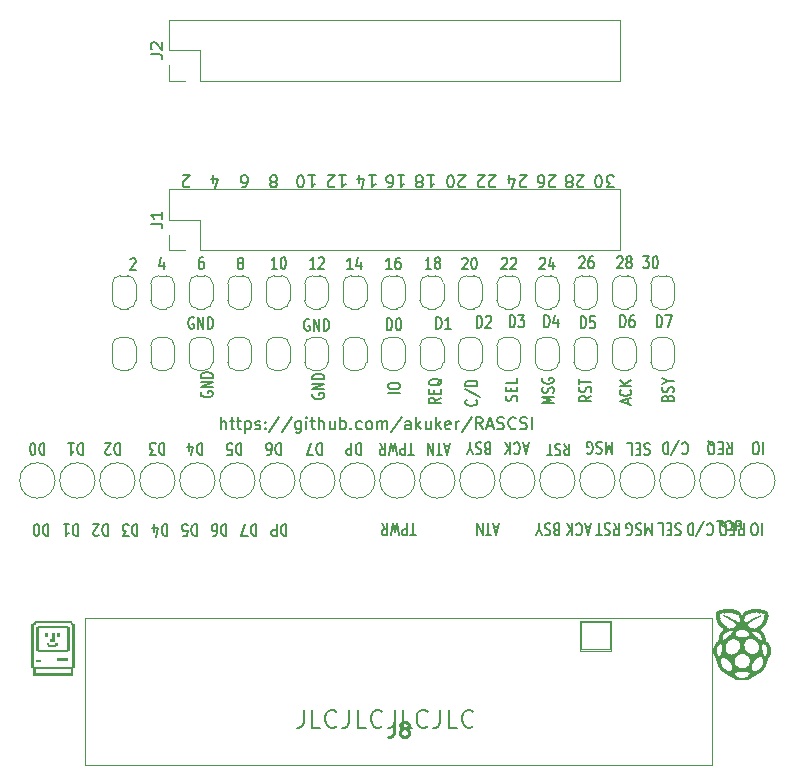
<source format=gbr>
%TF.GenerationSoftware,KiCad,Pcbnew,(5.99.0-9973-gfb99c55869)*%
%TF.CreationDate,2021-03-23T21:14:11-05:00*%
%TF.ProjectId,daisy_chain_board,64616973-795f-4636-9861-696e5f626f61,rev?*%
%TF.SameCoordinates,PX59d60c0PY325aa00*%
%TF.FileFunction,Legend,Top*%
%TF.FilePolarity,Positive*%
%FSLAX46Y46*%
G04 Gerber Fmt 4.6, Leading zero omitted, Abs format (unit mm)*
G04 Created by KiCad (PCBNEW (5.99.0-9973-gfb99c55869)) date 2021-03-23 21:14:11*
%MOMM*%
%LPD*%
G01*
G04 APERTURE LIST*
%ADD10C,0.150000*%
%ADD11C,0.120000*%
%ADD12C,0.200000*%
%ADD13C,0.254000*%
%ADD14C,0.010000*%
%ADD15C,0.100000*%
G04 APERTURE END LIST*
D10*
X128538914Y3224020D02*
X128491295Y3176400D01*
X128396057Y3128781D01*
X128157962Y3128781D01*
X128062724Y3176400D01*
X128015105Y3224020D01*
X127967486Y3319258D01*
X127967486Y3414496D01*
X128015105Y3557353D01*
X128586533Y4128781D01*
X127967486Y4128781D01*
X127396057Y3557353D02*
X127491295Y3509734D01*
X127538914Y3462115D01*
X127586533Y3366877D01*
X127586533Y3319258D01*
X127538914Y3224020D01*
X127491295Y3176400D01*
X127396057Y3128781D01*
X127205581Y3128781D01*
X127110343Y3176400D01*
X127062724Y3224020D01*
X127015105Y3319258D01*
X127015105Y3366877D01*
X127062724Y3462115D01*
X127110343Y3509734D01*
X127205581Y3557353D01*
X127396057Y3557353D01*
X127491295Y3604972D01*
X127538914Y3652591D01*
X127586533Y3747829D01*
X127586533Y3938305D01*
X127538914Y4033543D01*
X127491295Y4081162D01*
X127396057Y4128781D01*
X127205581Y4128781D01*
X127110343Y4081162D01*
X127062724Y4033543D01*
X127015105Y3938305D01*
X127015105Y3747829D01*
X127062724Y3652591D01*
X127110343Y3604972D01*
X127205581Y3557353D01*
X99595733Y3128781D02*
X99786210Y3128781D01*
X99881448Y3176400D01*
X99929067Y3224020D01*
X100024305Y3366877D01*
X100071924Y3557353D01*
X100071924Y3938305D01*
X100024305Y4033543D01*
X99976686Y4081162D01*
X99881448Y4128781D01*
X99690971Y4128781D01*
X99595733Y4081162D01*
X99548114Y4033543D01*
X99500495Y3938305D01*
X99500495Y3700210D01*
X99548114Y3604972D01*
X99595733Y3557353D01*
X99690971Y3509734D01*
X99881448Y3509734D01*
X99976686Y3557353D01*
X100024305Y3604972D01*
X100071924Y3700210D01*
X118480514Y3224020D02*
X118432895Y3176400D01*
X118337657Y3128781D01*
X118099562Y3128781D01*
X118004324Y3176400D01*
X117956705Y3224020D01*
X117909086Y3319258D01*
X117909086Y3414496D01*
X117956705Y3557353D01*
X118528133Y4128781D01*
X117909086Y4128781D01*
X117290038Y3128781D02*
X117194800Y3128781D01*
X117099562Y3176400D01*
X117051943Y3224020D01*
X117004324Y3319258D01*
X116956705Y3509734D01*
X116956705Y3747829D01*
X117004324Y3938305D01*
X117051943Y4033543D01*
X117099562Y4081162D01*
X117194800Y4128781D01*
X117290038Y4128781D01*
X117385276Y4081162D01*
X117432895Y4033543D01*
X117480514Y3938305D01*
X117528133Y3747829D01*
X117528133Y3509734D01*
X117480514Y3319258D01*
X117432895Y3224020D01*
X117385276Y3176400D01*
X117290038Y3128781D01*
X126151314Y3224020D02*
X126103695Y3176400D01*
X126008457Y3128781D01*
X125770362Y3128781D01*
X125675124Y3176400D01*
X125627505Y3224020D01*
X125579886Y3319258D01*
X125579886Y3414496D01*
X125627505Y3557353D01*
X126198933Y4128781D01*
X125579886Y4128781D01*
X124722743Y3128781D02*
X124913219Y3128781D01*
X125008457Y3176400D01*
X125056076Y3224020D01*
X125151314Y3366877D01*
X125198933Y3557353D01*
X125198933Y3938305D01*
X125151314Y4033543D01*
X125103695Y4081162D01*
X125008457Y4128781D01*
X124817981Y4128781D01*
X124722743Y4081162D01*
X124675124Y4033543D01*
X124627505Y3938305D01*
X124627505Y3700210D01*
X124675124Y3604972D01*
X124722743Y3557353D01*
X124817981Y3509734D01*
X125008457Y3509734D01*
X125103695Y3557353D01*
X125151314Y3604972D01*
X125198933Y3700210D01*
X115267486Y4128781D02*
X115838914Y4128781D01*
X115553200Y4128781D02*
X115553200Y3128781D01*
X115648438Y3271639D01*
X115743676Y3366877D01*
X115838914Y3414496D01*
X114696057Y3557353D02*
X114791295Y3509734D01*
X114838914Y3462115D01*
X114886533Y3366877D01*
X114886533Y3319258D01*
X114838914Y3224020D01*
X114791295Y3176400D01*
X114696057Y3128781D01*
X114505581Y3128781D01*
X114410343Y3176400D01*
X114362724Y3224020D01*
X114315105Y3319258D01*
X114315105Y3366877D01*
X114362724Y3462115D01*
X114410343Y3509734D01*
X114505581Y3557353D01*
X114696057Y3557353D01*
X114791295Y3604972D01*
X114838914Y3652591D01*
X114886533Y3747829D01*
X114886533Y3938305D01*
X114838914Y4033543D01*
X114791295Y4081162D01*
X114696057Y4128781D01*
X114505581Y4128781D01*
X114410343Y4081162D01*
X114362724Y4033543D01*
X114315105Y3938305D01*
X114315105Y3747829D01*
X114362724Y3652591D01*
X114410343Y3604972D01*
X114505581Y3557353D01*
X112778286Y4128781D02*
X113349714Y4128781D01*
X113064000Y4128781D02*
X113064000Y3128781D01*
X113159238Y3271639D01*
X113254476Y3366877D01*
X113349714Y3414496D01*
X111921143Y3128781D02*
X112111619Y3128781D01*
X112206857Y3176400D01*
X112254476Y3224020D01*
X112349714Y3366877D01*
X112397333Y3557353D01*
X112397333Y3938305D01*
X112349714Y4033543D01*
X112302095Y4081162D01*
X112206857Y4128781D01*
X112016381Y4128781D01*
X111921143Y4081162D01*
X111873524Y4033543D01*
X111825905Y3938305D01*
X111825905Y3700210D01*
X111873524Y3604972D01*
X111921143Y3557353D01*
X112016381Y3509734D01*
X112206857Y3509734D01*
X112302095Y3557353D01*
X112349714Y3604972D01*
X112397333Y3700210D01*
X105209086Y4128781D02*
X105780514Y4128781D01*
X105494800Y4128781D02*
X105494800Y3128781D01*
X105590038Y3271639D01*
X105685276Y3366877D01*
X105780514Y3414496D01*
X104590038Y3128781D02*
X104494800Y3128781D01*
X104399562Y3176400D01*
X104351943Y3224020D01*
X104304324Y3319258D01*
X104256705Y3509734D01*
X104256705Y3747829D01*
X104304324Y3938305D01*
X104351943Y4033543D01*
X104399562Y4081162D01*
X104494800Y4128781D01*
X104590038Y4128781D01*
X104685276Y4081162D01*
X104732895Y4033543D01*
X104780514Y3938305D01*
X104828133Y3747829D01*
X104828133Y3509734D01*
X104780514Y3319258D01*
X104732895Y3224020D01*
X104685276Y3176400D01*
X104590038Y3128781D01*
X102370648Y3557353D02*
X102465886Y3509734D01*
X102513505Y3462115D01*
X102561124Y3366877D01*
X102561124Y3319258D01*
X102513505Y3224020D01*
X102465886Y3176400D01*
X102370648Y3128781D01*
X102180171Y3128781D01*
X102084933Y3176400D01*
X102037314Y3224020D01*
X101989695Y3319258D01*
X101989695Y3366877D01*
X102037314Y3462115D01*
X102084933Y3509734D01*
X102180171Y3557353D01*
X102370648Y3557353D01*
X102465886Y3604972D01*
X102513505Y3652591D01*
X102561124Y3747829D01*
X102561124Y3938305D01*
X102513505Y4033543D01*
X102465886Y4081162D01*
X102370648Y4128781D01*
X102180171Y4128781D01*
X102084933Y4081162D01*
X102037314Y4033543D01*
X101989695Y3938305D01*
X101989695Y3747829D01*
X102037314Y3652591D01*
X102084933Y3604972D01*
X102180171Y3557353D01*
X97106533Y3462115D02*
X97106533Y4128781D01*
X97344629Y3081162D02*
X97582724Y3795448D01*
X96963676Y3795448D01*
X95144324Y3224020D02*
X95096705Y3176400D01*
X95001467Y3128781D01*
X94763371Y3128781D01*
X94668133Y3176400D01*
X94620514Y3224020D01*
X94572895Y3319258D01*
X94572895Y3414496D01*
X94620514Y3557353D01*
X95191943Y4128781D01*
X94572895Y4128781D01*
X131075733Y3128781D02*
X130456686Y3128781D01*
X130790019Y3509734D01*
X130647162Y3509734D01*
X130551924Y3557353D01*
X130504305Y3604972D01*
X130456686Y3700210D01*
X130456686Y3938305D01*
X130504305Y4033543D01*
X130551924Y4081162D01*
X130647162Y4128781D01*
X130932876Y4128781D01*
X131028114Y4081162D01*
X131075733Y4033543D01*
X129837638Y3128781D02*
X129742400Y3128781D01*
X129647162Y3176400D01*
X129599543Y3224020D01*
X129551924Y3319258D01*
X129504305Y3509734D01*
X129504305Y3747829D01*
X129551924Y3938305D01*
X129599543Y4033543D01*
X129647162Y4081162D01*
X129742400Y4128781D01*
X129837638Y4128781D01*
X129932876Y4081162D01*
X129980495Y4033543D01*
X130028114Y3938305D01*
X130075733Y3747829D01*
X130075733Y3509734D01*
X130028114Y3319258D01*
X129980495Y3224020D01*
X129932876Y3176400D01*
X129837638Y3128781D01*
X123662114Y3224020D02*
X123614495Y3176400D01*
X123519257Y3128781D01*
X123281162Y3128781D01*
X123185924Y3176400D01*
X123138305Y3224020D01*
X123090686Y3319258D01*
X123090686Y3414496D01*
X123138305Y3557353D01*
X123709733Y4128781D01*
X123090686Y4128781D01*
X122233543Y3462115D02*
X122233543Y4128781D01*
X122471638Y3081162D02*
X122709733Y3795448D01*
X122090686Y3795448D01*
X107799886Y4128781D02*
X108371314Y4128781D01*
X108085600Y4128781D02*
X108085600Y3128781D01*
X108180838Y3271639D01*
X108276076Y3366877D01*
X108371314Y3414496D01*
X107418933Y3224020D02*
X107371314Y3176400D01*
X107276076Y3128781D01*
X107037981Y3128781D01*
X106942743Y3176400D01*
X106895124Y3224020D01*
X106847505Y3319258D01*
X106847505Y3414496D01*
X106895124Y3557353D01*
X107466552Y4128781D01*
X106847505Y4128781D01*
X110339886Y4128781D02*
X110911314Y4128781D01*
X110625600Y4128781D02*
X110625600Y3128781D01*
X110720838Y3271639D01*
X110816076Y3366877D01*
X110911314Y3414496D01*
X109482743Y3462115D02*
X109482743Y4128781D01*
X109720838Y3081162D02*
X109958933Y3795448D01*
X109339886Y3795448D01*
X121071314Y3224020D02*
X121023695Y3176400D01*
X120928457Y3128781D01*
X120690362Y3128781D01*
X120595124Y3176400D01*
X120547505Y3224020D01*
X120499886Y3319258D01*
X120499886Y3414496D01*
X120547505Y3557353D01*
X121118933Y4128781D01*
X120499886Y4128781D01*
X120118933Y3224020D02*
X120071314Y3176400D01*
X119976076Y3128781D01*
X119737981Y3128781D01*
X119642743Y3176400D01*
X119595124Y3224020D01*
X119547505Y3319258D01*
X119547505Y3414496D01*
X119595124Y3557353D01*
X120166552Y4128781D01*
X119547505Y4128781D01*
D11*
X128177000Y-36100000D02*
X128177000Y-33560000D01*
X86267000Y-45752000D02*
X139353000Y-45752000D01*
X139353000Y-45752000D02*
X139353000Y-33306000D01*
X130717000Y-33687000D02*
X130717000Y-35973000D01*
X130844000Y-33560000D02*
X130844000Y-36100000D01*
X128177000Y-33560000D02*
X130844000Y-33560000D01*
X130844000Y-36100000D02*
X128177000Y-36100000D01*
X139353000Y-33306000D02*
X86267000Y-33306000D01*
X130717000Y-35973000D02*
X128304000Y-35973000D01*
X128304000Y-35973000D02*
X128304000Y-33687000D01*
X128304000Y-33687000D02*
X130717000Y-33687000D01*
X86267000Y-33306000D02*
X86267000Y-45752000D01*
D10*
X97814533Y-17349980D02*
X97814533Y-16349980D01*
X98243104Y-17349980D02*
X98243104Y-16826171D01*
X98195485Y-16730933D01*
X98100247Y-16683314D01*
X97957390Y-16683314D01*
X97862152Y-16730933D01*
X97814533Y-16778552D01*
X98576438Y-16683314D02*
X98957390Y-16683314D01*
X98719295Y-16349980D02*
X98719295Y-17207123D01*
X98766914Y-17302361D01*
X98862152Y-17349980D01*
X98957390Y-17349980D01*
X99147866Y-16683314D02*
X99528819Y-16683314D01*
X99290723Y-16349980D02*
X99290723Y-17207123D01*
X99338342Y-17302361D01*
X99433580Y-17349980D01*
X99528819Y-17349980D01*
X99862152Y-16683314D02*
X99862152Y-17683314D01*
X99862152Y-16730933D02*
X99957390Y-16683314D01*
X100147866Y-16683314D01*
X100243104Y-16730933D01*
X100290723Y-16778552D01*
X100338342Y-16873790D01*
X100338342Y-17159504D01*
X100290723Y-17254742D01*
X100243104Y-17302361D01*
X100147866Y-17349980D01*
X99957390Y-17349980D01*
X99862152Y-17302361D01*
X100719295Y-17302361D02*
X100814533Y-17349980D01*
X101005009Y-17349980D01*
X101100247Y-17302361D01*
X101147866Y-17207123D01*
X101147866Y-17159504D01*
X101100247Y-17064266D01*
X101005009Y-17016647D01*
X100862152Y-17016647D01*
X100766914Y-16969028D01*
X100719295Y-16873790D01*
X100719295Y-16826171D01*
X100766914Y-16730933D01*
X100862152Y-16683314D01*
X101005009Y-16683314D01*
X101100247Y-16730933D01*
X101576438Y-17254742D02*
X101624057Y-17302361D01*
X101576438Y-17349980D01*
X101528819Y-17302361D01*
X101576438Y-17254742D01*
X101576438Y-17349980D01*
X101576438Y-16730933D02*
X101624057Y-16778552D01*
X101576438Y-16826171D01*
X101528819Y-16778552D01*
X101576438Y-16730933D01*
X101576438Y-16826171D01*
X102766914Y-16302361D02*
X101909771Y-17588076D01*
X103814533Y-16302361D02*
X102957390Y-17588076D01*
X104576438Y-16683314D02*
X104576438Y-17492838D01*
X104528819Y-17588076D01*
X104481200Y-17635695D01*
X104385961Y-17683314D01*
X104243104Y-17683314D01*
X104147866Y-17635695D01*
X104576438Y-17302361D02*
X104481200Y-17349980D01*
X104290723Y-17349980D01*
X104195485Y-17302361D01*
X104147866Y-17254742D01*
X104100247Y-17159504D01*
X104100247Y-16873790D01*
X104147866Y-16778552D01*
X104195485Y-16730933D01*
X104290723Y-16683314D01*
X104481200Y-16683314D01*
X104576438Y-16730933D01*
X105052628Y-17349980D02*
X105052628Y-16683314D01*
X105052628Y-16349980D02*
X105005009Y-16397600D01*
X105052628Y-16445219D01*
X105100247Y-16397600D01*
X105052628Y-16349980D01*
X105052628Y-16445219D01*
X105385961Y-16683314D02*
X105766914Y-16683314D01*
X105528819Y-16349980D02*
X105528819Y-17207123D01*
X105576438Y-17302361D01*
X105671676Y-17349980D01*
X105766914Y-17349980D01*
X106100247Y-17349980D02*
X106100247Y-16349980D01*
X106528819Y-17349980D02*
X106528819Y-16826171D01*
X106481200Y-16730933D01*
X106385961Y-16683314D01*
X106243104Y-16683314D01*
X106147866Y-16730933D01*
X106100247Y-16778552D01*
X107433580Y-16683314D02*
X107433580Y-17349980D01*
X107005009Y-16683314D02*
X107005009Y-17207123D01*
X107052628Y-17302361D01*
X107147866Y-17349980D01*
X107290723Y-17349980D01*
X107385961Y-17302361D01*
X107433580Y-17254742D01*
X107909771Y-17349980D02*
X107909771Y-16349980D01*
X107909771Y-16730933D02*
X108005009Y-16683314D01*
X108195485Y-16683314D01*
X108290723Y-16730933D01*
X108338342Y-16778552D01*
X108385961Y-16873790D01*
X108385961Y-17159504D01*
X108338342Y-17254742D01*
X108290723Y-17302361D01*
X108195485Y-17349980D01*
X108005009Y-17349980D01*
X107909771Y-17302361D01*
X108814533Y-17254742D02*
X108862152Y-17302361D01*
X108814533Y-17349980D01*
X108766914Y-17302361D01*
X108814533Y-17254742D01*
X108814533Y-17349980D01*
X109719295Y-17302361D02*
X109624057Y-17349980D01*
X109433580Y-17349980D01*
X109338342Y-17302361D01*
X109290723Y-17254742D01*
X109243104Y-17159504D01*
X109243104Y-16873790D01*
X109290723Y-16778552D01*
X109338342Y-16730933D01*
X109433580Y-16683314D01*
X109624057Y-16683314D01*
X109719295Y-16730933D01*
X110290723Y-17349980D02*
X110195485Y-17302361D01*
X110147866Y-17254742D01*
X110100247Y-17159504D01*
X110100247Y-16873790D01*
X110147866Y-16778552D01*
X110195485Y-16730933D01*
X110290723Y-16683314D01*
X110433580Y-16683314D01*
X110528819Y-16730933D01*
X110576438Y-16778552D01*
X110624057Y-16873790D01*
X110624057Y-17159504D01*
X110576438Y-17254742D01*
X110528819Y-17302361D01*
X110433580Y-17349980D01*
X110290723Y-17349980D01*
X111052628Y-17349980D02*
X111052628Y-16683314D01*
X111052628Y-16778552D02*
X111100247Y-16730933D01*
X111195485Y-16683314D01*
X111338342Y-16683314D01*
X111433580Y-16730933D01*
X111481200Y-16826171D01*
X111481200Y-17349980D01*
X111481200Y-16826171D02*
X111528819Y-16730933D01*
X111624057Y-16683314D01*
X111766914Y-16683314D01*
X111862152Y-16730933D01*
X111909771Y-16826171D01*
X111909771Y-17349980D01*
X113100247Y-16302361D02*
X112243104Y-17588076D01*
X113862152Y-17349980D02*
X113862152Y-16826171D01*
X113814533Y-16730933D01*
X113719295Y-16683314D01*
X113528819Y-16683314D01*
X113433580Y-16730933D01*
X113862152Y-17302361D02*
X113766914Y-17349980D01*
X113528819Y-17349980D01*
X113433580Y-17302361D01*
X113385961Y-17207123D01*
X113385961Y-17111885D01*
X113433580Y-17016647D01*
X113528819Y-16969028D01*
X113766914Y-16969028D01*
X113862152Y-16921409D01*
X114338342Y-17349980D02*
X114338342Y-16349980D01*
X114433580Y-16969028D02*
X114719295Y-17349980D01*
X114719295Y-16683314D02*
X114338342Y-17064266D01*
X115576438Y-16683314D02*
X115576438Y-17349980D01*
X115147866Y-16683314D02*
X115147866Y-17207123D01*
X115195485Y-17302361D01*
X115290723Y-17349980D01*
X115433580Y-17349980D01*
X115528819Y-17302361D01*
X115576438Y-17254742D01*
X116052628Y-17349980D02*
X116052628Y-16349980D01*
X116147866Y-16969028D02*
X116433580Y-17349980D01*
X116433580Y-16683314D02*
X116052628Y-17064266D01*
X117243104Y-17302361D02*
X117147866Y-17349980D01*
X116957390Y-17349980D01*
X116862152Y-17302361D01*
X116814533Y-17207123D01*
X116814533Y-16826171D01*
X116862152Y-16730933D01*
X116957390Y-16683314D01*
X117147866Y-16683314D01*
X117243104Y-16730933D01*
X117290723Y-16826171D01*
X117290723Y-16921409D01*
X116814533Y-17016647D01*
X117719295Y-17349980D02*
X117719295Y-16683314D01*
X117719295Y-16873790D02*
X117766914Y-16778552D01*
X117814533Y-16730933D01*
X117909771Y-16683314D01*
X118005009Y-16683314D01*
X119052628Y-16302361D02*
X118195485Y-17588076D01*
X119957390Y-17349980D02*
X119624057Y-16873790D01*
X119385961Y-17349980D02*
X119385961Y-16349980D01*
X119766914Y-16349980D01*
X119862152Y-16397600D01*
X119909771Y-16445219D01*
X119957390Y-16540457D01*
X119957390Y-16683314D01*
X119909771Y-16778552D01*
X119862152Y-16826171D01*
X119766914Y-16873790D01*
X119385961Y-16873790D01*
X120338342Y-17064266D02*
X120814533Y-17064266D01*
X120243104Y-17349980D02*
X120576438Y-16349980D01*
X120909771Y-17349980D01*
X121195485Y-17302361D02*
X121338342Y-17349980D01*
X121576438Y-17349980D01*
X121671676Y-17302361D01*
X121719295Y-17254742D01*
X121766914Y-17159504D01*
X121766914Y-17064266D01*
X121719295Y-16969028D01*
X121671676Y-16921409D01*
X121576438Y-16873790D01*
X121385961Y-16826171D01*
X121290723Y-16778552D01*
X121243104Y-16730933D01*
X121195485Y-16635695D01*
X121195485Y-16540457D01*
X121243104Y-16445219D01*
X121290723Y-16397600D01*
X121385961Y-16349980D01*
X121624057Y-16349980D01*
X121766914Y-16397600D01*
X122766914Y-17254742D02*
X122719295Y-17302361D01*
X122576438Y-17349980D01*
X122481200Y-17349980D01*
X122338342Y-17302361D01*
X122243104Y-17207123D01*
X122195485Y-17111885D01*
X122147866Y-16921409D01*
X122147866Y-16778552D01*
X122195485Y-16588076D01*
X122243104Y-16492838D01*
X122338342Y-16397600D01*
X122481200Y-16349980D01*
X122576438Y-16349980D01*
X122719295Y-16397600D01*
X122766914Y-16445219D01*
X123147866Y-17302361D02*
X123290723Y-17349980D01*
X123528819Y-17349980D01*
X123624057Y-17302361D01*
X123671676Y-17254742D01*
X123719295Y-17159504D01*
X123719295Y-17064266D01*
X123671676Y-16969028D01*
X123624057Y-16921409D01*
X123528819Y-16873790D01*
X123338342Y-16826171D01*
X123243104Y-16778552D01*
X123195485Y-16730933D01*
X123147866Y-16635695D01*
X123147866Y-16540457D01*
X123195485Y-16445219D01*
X123243104Y-16397600D01*
X123338342Y-16349980D01*
X123576438Y-16349980D01*
X123719295Y-16397600D01*
X124147866Y-17349980D02*
X124147866Y-16349980D01*
X112957580Y-14319447D02*
X111957580Y-14319447D01*
X111957580Y-13786114D02*
X111957580Y-13633733D01*
X112005200Y-13557542D01*
X112100438Y-13481352D01*
X112290914Y-13443257D01*
X112624247Y-13443257D01*
X112814723Y-13481352D01*
X112909961Y-13557542D01*
X112957580Y-13633733D01*
X112957580Y-13786114D01*
X112909961Y-13862304D01*
X112814723Y-13938495D01*
X112624247Y-13976590D01*
X112290914Y-13976590D01*
X112100438Y-13938495D01*
X112005200Y-13862304D01*
X111957580Y-13786114D01*
X90127828Y-2983219D02*
X90165923Y-2935600D01*
X90242114Y-2887980D01*
X90432590Y-2887980D01*
X90508780Y-2935600D01*
X90546876Y-2983219D01*
X90584971Y-3078457D01*
X90584971Y-3173695D01*
X90546876Y-3316552D01*
X90089733Y-3887980D01*
X90584971Y-3887980D01*
X99532076Y-18544019D02*
X99532076Y-19544019D01*
X99341600Y-19544019D01*
X99227314Y-19496400D01*
X99151123Y-19401161D01*
X99113028Y-19305923D01*
X99074933Y-19115447D01*
X99074933Y-18972590D01*
X99113028Y-18782114D01*
X99151123Y-18686876D01*
X99227314Y-18591638D01*
X99341600Y-18544019D01*
X99532076Y-18544019D01*
X98351123Y-19544019D02*
X98732076Y-19544019D01*
X98770171Y-19067828D01*
X98732076Y-19115447D01*
X98655885Y-19163066D01*
X98465409Y-19163066D01*
X98389219Y-19115447D01*
X98351123Y-19067828D01*
X98313028Y-18972590D01*
X98313028Y-18734495D01*
X98351123Y-18639257D01*
X98389219Y-18591638D01*
X98465409Y-18544019D01*
X98655885Y-18544019D01*
X98732076Y-18591638D01*
X98770171Y-18639257D01*
X100790147Y-25402019D02*
X100790147Y-26402019D01*
X100599671Y-26402019D01*
X100485385Y-26354400D01*
X100409194Y-26259161D01*
X100371099Y-26163923D01*
X100333004Y-25973447D01*
X100333004Y-25830590D01*
X100371099Y-25640114D01*
X100409194Y-25544876D01*
X100485385Y-25449638D01*
X100599671Y-25402019D01*
X100790147Y-25402019D01*
X100066337Y-26402019D02*
X99533004Y-26402019D01*
X99875861Y-25402019D01*
X82869676Y-18528019D02*
X82869676Y-19528019D01*
X82679200Y-19528019D01*
X82564914Y-19480400D01*
X82488723Y-19385161D01*
X82450628Y-19289923D01*
X82412533Y-19099447D01*
X82412533Y-18956590D01*
X82450628Y-18766114D01*
X82488723Y-18670876D01*
X82564914Y-18575638D01*
X82679200Y-18528019D01*
X82869676Y-18528019D01*
X81917295Y-19528019D02*
X81841104Y-19528019D01*
X81764914Y-19480400D01*
X81726819Y-19432780D01*
X81688723Y-19337542D01*
X81650628Y-19147066D01*
X81650628Y-18908971D01*
X81688723Y-18718495D01*
X81726819Y-18623257D01*
X81764914Y-18575638D01*
X81841104Y-18528019D01*
X81917295Y-18528019D01*
X81993485Y-18575638D01*
X82031580Y-18623257D01*
X82069676Y-18718495D01*
X82107771Y-18908971D01*
X82107771Y-19147066D01*
X82069676Y-19337542D01*
X82031580Y-19432780D01*
X81993485Y-19480400D01*
X81917295Y-19528019D01*
X129079456Y-25624233D02*
X128698503Y-25624233D01*
X129155646Y-25338519D02*
X128888980Y-26338519D01*
X128622313Y-25338519D01*
X127898503Y-25433757D02*
X127936599Y-25386138D01*
X128050884Y-25338519D01*
X128127075Y-25338519D01*
X128241360Y-25386138D01*
X128317551Y-25481376D01*
X128355646Y-25576614D01*
X128393741Y-25767090D01*
X128393741Y-25909947D01*
X128355646Y-26100423D01*
X128317551Y-26195661D01*
X128241360Y-26290900D01*
X128127075Y-26338519D01*
X128050884Y-26338519D01*
X127936599Y-26290900D01*
X127898503Y-26243280D01*
X127555646Y-25338519D02*
X127555646Y-26338519D01*
X127098503Y-25338519D02*
X127441360Y-25909947D01*
X127098503Y-26338519D02*
X127555646Y-25767090D01*
X96230076Y-18528019D02*
X96230076Y-19528019D01*
X96039600Y-19528019D01*
X95925314Y-19480400D01*
X95849123Y-19385161D01*
X95811028Y-19289923D01*
X95772933Y-19099447D01*
X95772933Y-18956590D01*
X95811028Y-18766114D01*
X95849123Y-18670876D01*
X95925314Y-18575638D01*
X96039600Y-18528019D01*
X96230076Y-18528019D01*
X95087219Y-19194685D02*
X95087219Y-18528019D01*
X95277695Y-19575638D02*
X95468171Y-18861352D01*
X94972933Y-18861352D01*
X134095085Y-18575638D02*
X133980800Y-18528019D01*
X133790323Y-18528019D01*
X133714133Y-18575638D01*
X133676038Y-18623257D01*
X133637942Y-18718495D01*
X133637942Y-18813733D01*
X133676038Y-18908971D01*
X133714133Y-18956590D01*
X133790323Y-19004209D01*
X133942704Y-19051828D01*
X134018895Y-19099447D01*
X134056990Y-19147066D01*
X134095085Y-19242304D01*
X134095085Y-19337542D01*
X134056990Y-19432780D01*
X134018895Y-19480400D01*
X133942704Y-19528019D01*
X133752228Y-19528019D01*
X133637942Y-19480400D01*
X133295085Y-19051828D02*
X133028419Y-19051828D01*
X132914133Y-18528019D02*
X133295085Y-18528019D01*
X133295085Y-19528019D01*
X132914133Y-19528019D01*
X132190323Y-18528019D02*
X132571276Y-18528019D01*
X132571276Y-19528019D01*
X134723923Y-8713980D02*
X134723923Y-7713980D01*
X134914400Y-7713980D01*
X135028685Y-7761600D01*
X135104876Y-7856838D01*
X135142971Y-7952076D01*
X135181066Y-8142552D01*
X135181066Y-8285409D01*
X135142971Y-8475885D01*
X135104876Y-8571123D01*
X135028685Y-8666361D01*
X134914400Y-8713980D01*
X134723923Y-8713980D01*
X135447733Y-7713980D02*
X135981066Y-7713980D01*
X135638209Y-8713980D01*
X83193505Y-25402019D02*
X83193505Y-26402019D01*
X83003029Y-26402019D01*
X82888743Y-26354400D01*
X82812552Y-26259161D01*
X82774457Y-26163923D01*
X82736362Y-25973447D01*
X82736362Y-25830590D01*
X82774457Y-25640114D01*
X82812552Y-25544876D01*
X82888743Y-25449638D01*
X83003029Y-25402019D01*
X83193505Y-25402019D01*
X82241124Y-26402019D02*
X82164933Y-26402019D01*
X82088743Y-26354400D01*
X82050648Y-26306780D01*
X82012552Y-26211542D01*
X81974457Y-26021066D01*
X81974457Y-25782971D01*
X82012552Y-25592495D01*
X82050648Y-25497257D01*
X82088743Y-25449638D01*
X82164933Y-25402019D01*
X82241124Y-25402019D01*
X82317314Y-25449638D01*
X82355409Y-25497257D01*
X82393505Y-25592495D01*
X82431600Y-25782971D01*
X82431600Y-26021066D01*
X82393505Y-26211542D01*
X82355409Y-26306780D01*
X82317314Y-26354400D01*
X82241124Y-26402019D01*
X111863923Y-8967980D02*
X111863923Y-7967980D01*
X112054400Y-7967980D01*
X112168685Y-8015600D01*
X112244876Y-8110838D01*
X112282971Y-8206076D01*
X112321066Y-8396552D01*
X112321066Y-8539409D01*
X112282971Y-8729885D01*
X112244876Y-8825123D01*
X112168685Y-8920361D01*
X112054400Y-8967980D01*
X111863923Y-8967980D01*
X112816304Y-7967980D02*
X112892495Y-7967980D01*
X112968685Y-8015600D01*
X113006780Y-8063219D01*
X113044876Y-8158457D01*
X113082971Y-8348933D01*
X113082971Y-8587028D01*
X113044876Y-8777504D01*
X113006780Y-8872742D01*
X112968685Y-8920361D01*
X112892495Y-8967980D01*
X112816304Y-8967980D01*
X112740114Y-8920361D01*
X112702019Y-8872742D01*
X112663923Y-8777504D01*
X112625828Y-8587028D01*
X112625828Y-8348933D01*
X112663923Y-8158457D01*
X112702019Y-8063219D01*
X112740114Y-8015600D01*
X112816304Y-7967980D01*
X131048932Y-25338519D02*
X131315598Y-25814709D01*
X131506075Y-25338519D02*
X131506075Y-26338519D01*
X131201313Y-26338519D01*
X131125122Y-26290900D01*
X131087027Y-26243280D01*
X131048932Y-26148042D01*
X131048932Y-26005185D01*
X131087027Y-25909947D01*
X131125122Y-25862328D01*
X131201313Y-25814709D01*
X131506075Y-25814709D01*
X130744170Y-25386138D02*
X130629884Y-25338519D01*
X130439408Y-25338519D01*
X130363217Y-25386138D01*
X130325122Y-25433757D01*
X130287027Y-25528995D01*
X130287027Y-25624233D01*
X130325122Y-25719471D01*
X130363217Y-25767090D01*
X130439408Y-25814709D01*
X130591789Y-25862328D01*
X130667979Y-25909947D01*
X130706075Y-25957566D01*
X130744170Y-26052804D01*
X130744170Y-26148042D01*
X130706075Y-26243280D01*
X130667979Y-26290900D01*
X130591789Y-26338519D01*
X130401313Y-26338519D01*
X130287027Y-26290900D01*
X130058456Y-26338519D02*
X129601313Y-26338519D01*
X129829884Y-25338519D02*
X129829884Y-26338519D01*
X93023305Y-18505919D02*
X93023305Y-19505919D01*
X92832829Y-19505919D01*
X92718543Y-19458300D01*
X92642352Y-19363061D01*
X92604257Y-19267823D01*
X92566162Y-19077347D01*
X92566162Y-18934490D01*
X92604257Y-18744014D01*
X92642352Y-18648776D01*
X92718543Y-18553538D01*
X92832829Y-18505919D01*
X93023305Y-18505919D01*
X92299495Y-19505919D02*
X91804257Y-19505919D01*
X92070924Y-19124966D01*
X91956638Y-19124966D01*
X91880448Y-19077347D01*
X91842352Y-19029728D01*
X91804257Y-18934490D01*
X91804257Y-18696395D01*
X91842352Y-18601157D01*
X91880448Y-18553538D01*
X91956638Y-18505919D01*
X92185209Y-18505919D01*
X92261400Y-18553538D01*
X92299495Y-18601157D01*
X102884876Y-18528019D02*
X102884876Y-19528019D01*
X102694400Y-19528019D01*
X102580114Y-19480400D01*
X102503923Y-19385161D01*
X102465828Y-19289923D01*
X102427733Y-19099447D01*
X102427733Y-18956590D01*
X102465828Y-18766114D01*
X102503923Y-18670876D01*
X102580114Y-18575638D01*
X102694400Y-18528019D01*
X102884876Y-18528019D01*
X101742019Y-19528019D02*
X101894400Y-19528019D01*
X101970590Y-19480400D01*
X102008685Y-19432780D01*
X102084876Y-19289923D01*
X102122971Y-19099447D01*
X102122971Y-18718495D01*
X102084876Y-18623257D01*
X102046780Y-18575638D01*
X101970590Y-18528019D01*
X101818209Y-18528019D01*
X101742019Y-18575638D01*
X101703923Y-18623257D01*
X101665828Y-18718495D01*
X101665828Y-18956590D01*
X101703923Y-19051828D01*
X101742019Y-19099447D01*
X101818209Y-19147066D01*
X101970590Y-19147066D01*
X102046780Y-19099447D01*
X102084876Y-19051828D01*
X102122971Y-18956590D01*
X123808076Y-18762933D02*
X123427123Y-18762933D01*
X123884266Y-18477219D02*
X123617600Y-19477219D01*
X123350933Y-18477219D01*
X122627123Y-18572457D02*
X122665219Y-18524838D01*
X122779504Y-18477219D01*
X122855695Y-18477219D01*
X122969980Y-18524838D01*
X123046171Y-18620076D01*
X123084266Y-18715314D01*
X123122361Y-18905790D01*
X123122361Y-19048647D01*
X123084266Y-19239123D01*
X123046171Y-19334361D01*
X122969980Y-19429600D01*
X122855695Y-19477219D01*
X122779504Y-19477219D01*
X122665219Y-19429600D01*
X122627123Y-19381980D01*
X122284266Y-18477219D02*
X122284266Y-19477219D01*
X121827123Y-18477219D02*
X122169980Y-19048647D01*
X121827123Y-19477219D02*
X122284266Y-18905790D01*
X120334666Y-19001028D02*
X120220380Y-18953409D01*
X120182285Y-18905790D01*
X120144190Y-18810552D01*
X120144190Y-18667695D01*
X120182285Y-18572457D01*
X120220380Y-18524838D01*
X120296571Y-18477219D01*
X120601333Y-18477219D01*
X120601333Y-19477219D01*
X120334666Y-19477219D01*
X120258476Y-19429600D01*
X120220380Y-19381980D01*
X120182285Y-19286742D01*
X120182285Y-19191504D01*
X120220380Y-19096266D01*
X120258476Y-19048647D01*
X120334666Y-19001028D01*
X120601333Y-19001028D01*
X119839428Y-18524838D02*
X119725142Y-18477219D01*
X119534666Y-18477219D01*
X119458476Y-18524838D01*
X119420380Y-18572457D01*
X119382285Y-18667695D01*
X119382285Y-18762933D01*
X119420380Y-18858171D01*
X119458476Y-18905790D01*
X119534666Y-18953409D01*
X119687047Y-19001028D01*
X119763238Y-19048647D01*
X119801333Y-19096266D01*
X119839428Y-19191504D01*
X119839428Y-19286742D01*
X119801333Y-19381980D01*
X119763238Y-19429600D01*
X119687047Y-19477219D01*
X119496571Y-19477219D01*
X119382285Y-19429600D01*
X118887047Y-18953409D02*
X118887047Y-18477219D01*
X119153714Y-19477219D02*
X118887047Y-18953409D01*
X118620380Y-19477219D01*
X135649371Y-14719466D02*
X135696990Y-14605180D01*
X135744609Y-14567085D01*
X135839847Y-14528990D01*
X135982704Y-14528990D01*
X136077942Y-14567085D01*
X136125561Y-14605180D01*
X136173180Y-14681371D01*
X136173180Y-14986133D01*
X135173180Y-14986133D01*
X135173180Y-14719466D01*
X135220800Y-14643276D01*
X135268419Y-14605180D01*
X135363657Y-14567085D01*
X135458895Y-14567085D01*
X135554133Y-14605180D01*
X135601752Y-14643276D01*
X135649371Y-14719466D01*
X135649371Y-14986133D01*
X136125561Y-14224228D02*
X136173180Y-14109942D01*
X136173180Y-13919466D01*
X136125561Y-13843276D01*
X136077942Y-13805180D01*
X135982704Y-13767085D01*
X135887466Y-13767085D01*
X135792228Y-13805180D01*
X135744609Y-13843276D01*
X135696990Y-13919466D01*
X135649371Y-14071847D01*
X135601752Y-14148038D01*
X135554133Y-14186133D01*
X135458895Y-14224228D01*
X135363657Y-14224228D01*
X135268419Y-14186133D01*
X135220800Y-14148038D01*
X135173180Y-14071847D01*
X135173180Y-13881371D01*
X135220800Y-13767085D01*
X135696990Y-13271847D02*
X136173180Y-13271847D01*
X135173180Y-13538514D02*
X135696990Y-13271847D01*
X135173180Y-13005180D01*
X92947180Y-3170514D02*
X92947180Y-3837180D01*
X92756704Y-2789561D02*
X92566228Y-3503847D01*
X93061466Y-3503847D01*
X95487276Y-7914000D02*
X95411085Y-7866380D01*
X95296800Y-7866380D01*
X95182514Y-7914000D01*
X95106323Y-8009238D01*
X95068228Y-8104476D01*
X95030133Y-8294952D01*
X95030133Y-8437809D01*
X95068228Y-8628285D01*
X95106323Y-8723523D01*
X95182514Y-8818761D01*
X95296800Y-8866380D01*
X95372990Y-8866380D01*
X95487276Y-8818761D01*
X95525371Y-8771142D01*
X95525371Y-8437809D01*
X95372990Y-8437809D01*
X95868228Y-8866380D02*
X95868228Y-7866380D01*
X96325371Y-8866380D01*
X96325371Y-7866380D01*
X96706323Y-8866380D02*
X96706323Y-7866380D01*
X96896800Y-7866380D01*
X97011085Y-7914000D01*
X97087276Y-8009238D01*
X97125371Y-8104476D01*
X97163466Y-8294952D01*
X97163466Y-8437809D01*
X97125371Y-8628285D01*
X97087276Y-8723523D01*
X97011085Y-8818761D01*
X96896800Y-8866380D01*
X96706323Y-8866380D01*
X126195695Y-25862328D02*
X126081409Y-25814709D01*
X126043314Y-25767090D01*
X126005219Y-25671852D01*
X126005219Y-25528995D01*
X126043314Y-25433757D01*
X126081409Y-25386138D01*
X126157600Y-25338519D01*
X126462362Y-25338519D01*
X126462362Y-26338519D01*
X126195695Y-26338519D01*
X126119505Y-26290900D01*
X126081409Y-26243280D01*
X126043314Y-26148042D01*
X126043314Y-26052804D01*
X126081409Y-25957566D01*
X126119505Y-25909947D01*
X126195695Y-25862328D01*
X126462362Y-25862328D01*
X125700457Y-25386138D02*
X125586171Y-25338519D01*
X125395695Y-25338519D01*
X125319505Y-25386138D01*
X125281409Y-25433757D01*
X125243314Y-25528995D01*
X125243314Y-25624233D01*
X125281409Y-25719471D01*
X125319505Y-25767090D01*
X125395695Y-25814709D01*
X125548076Y-25862328D01*
X125624267Y-25909947D01*
X125662362Y-25957566D01*
X125700457Y-26052804D01*
X125700457Y-26148042D01*
X125662362Y-26243280D01*
X125624267Y-26290900D01*
X125548076Y-26338519D01*
X125357600Y-26338519D01*
X125243314Y-26290900D01*
X124748076Y-25814709D02*
X124748076Y-25338519D01*
X125014743Y-26338519D02*
X124748076Y-25814709D01*
X124481409Y-26338519D01*
X103342051Y-25402019D02*
X103342051Y-26402019D01*
X103151575Y-26402019D01*
X103037289Y-26354400D01*
X102961099Y-26259161D01*
X102923004Y-26163923D01*
X102884908Y-25973447D01*
X102884908Y-25830590D01*
X102923004Y-25640114D01*
X102961099Y-25544876D01*
X103037289Y-25449638D01*
X103151575Y-25402019D01*
X103342051Y-25402019D01*
X102542051Y-25402019D02*
X102542051Y-26402019D01*
X102237289Y-26402019D01*
X102161099Y-26354400D01*
X102123004Y-26306780D01*
X102084908Y-26211542D01*
X102084908Y-26068685D01*
X102123004Y-25973447D01*
X102161099Y-25925828D01*
X102237289Y-25878209D01*
X102542051Y-25878209D01*
X134275550Y-25338519D02*
X134275550Y-26338519D01*
X134008883Y-25624233D01*
X133742216Y-26338519D01*
X133742216Y-25338519D01*
X133399359Y-25386138D02*
X133285073Y-25338519D01*
X133094597Y-25338519D01*
X133018407Y-25386138D01*
X132980311Y-25433757D01*
X132942216Y-25528995D01*
X132942216Y-25624233D01*
X132980311Y-25719471D01*
X133018407Y-25767090D01*
X133094597Y-25814709D01*
X133246978Y-25862328D01*
X133323169Y-25909947D01*
X133361264Y-25957566D01*
X133399359Y-26052804D01*
X133399359Y-26148042D01*
X133361264Y-26243280D01*
X133323169Y-26290900D01*
X133246978Y-26338519D01*
X133056502Y-26338519D01*
X132942216Y-26290900D01*
X132180311Y-26290900D02*
X132256502Y-26338519D01*
X132370788Y-26338519D01*
X132485073Y-26290900D01*
X132561264Y-26195661D01*
X132599359Y-26100423D01*
X132637454Y-25909947D01*
X132637454Y-25767090D01*
X132599359Y-25576614D01*
X132561264Y-25481376D01*
X132485073Y-25386138D01*
X132370788Y-25338519D01*
X132294597Y-25338519D01*
X132180311Y-25386138D01*
X132142216Y-25433757D01*
X132142216Y-25767090D01*
X132294597Y-25767090D01*
D12*
X104801928Y-41120571D02*
X104801928Y-42192000D01*
X104730500Y-42406285D01*
X104587642Y-42549142D01*
X104373357Y-42620571D01*
X104230500Y-42620571D01*
X106230500Y-42620571D02*
X105516214Y-42620571D01*
X105516214Y-41120571D01*
X107587642Y-42477714D02*
X107516214Y-42549142D01*
X107301928Y-42620571D01*
X107159071Y-42620571D01*
X106944785Y-42549142D01*
X106801928Y-42406285D01*
X106730500Y-42263428D01*
X106659071Y-41977714D01*
X106659071Y-41763428D01*
X106730500Y-41477714D01*
X106801928Y-41334857D01*
X106944785Y-41192000D01*
X107159071Y-41120571D01*
X107301928Y-41120571D01*
X107516214Y-41192000D01*
X107587642Y-41263428D01*
X108659071Y-41120571D02*
X108659071Y-42192000D01*
X108587642Y-42406285D01*
X108444785Y-42549142D01*
X108230500Y-42620571D01*
X108087642Y-42620571D01*
X110087642Y-42620571D02*
X109373357Y-42620571D01*
X109373357Y-41120571D01*
X111444785Y-42477714D02*
X111373357Y-42549142D01*
X111159071Y-42620571D01*
X111016214Y-42620571D01*
X110801928Y-42549142D01*
X110659071Y-42406285D01*
X110587642Y-42263428D01*
X110516214Y-41977714D01*
X110516214Y-41763428D01*
X110587642Y-41477714D01*
X110659071Y-41334857D01*
X110801928Y-41192000D01*
X111016214Y-41120571D01*
X111159071Y-41120571D01*
X111373357Y-41192000D01*
X111444785Y-41263428D01*
X112516214Y-41120571D02*
X112516214Y-42192000D01*
X112444785Y-42406285D01*
X112301928Y-42549142D01*
X112087642Y-42620571D01*
X111944785Y-42620571D01*
X113944785Y-42620571D02*
X113230500Y-42620571D01*
X113230500Y-41120571D01*
X115301928Y-42477714D02*
X115230500Y-42549142D01*
X115016214Y-42620571D01*
X114873357Y-42620571D01*
X114659071Y-42549142D01*
X114516214Y-42406285D01*
X114444785Y-42263428D01*
X114373357Y-41977714D01*
X114373357Y-41763428D01*
X114444785Y-41477714D01*
X114516214Y-41334857D01*
X114659071Y-41192000D01*
X114873357Y-41120571D01*
X115016214Y-41120571D01*
X115230500Y-41192000D01*
X115301928Y-41263428D01*
X116373357Y-41120571D02*
X116373357Y-42192000D01*
X116301928Y-42406285D01*
X116159071Y-42549142D01*
X115944785Y-42620571D01*
X115801928Y-42620571D01*
X117801928Y-42620571D02*
X117087642Y-42620571D01*
X117087642Y-41120571D01*
X119159071Y-42477714D02*
X119087642Y-42549142D01*
X118873357Y-42620571D01*
X118730500Y-42620571D01*
X118516214Y-42549142D01*
X118373357Y-42406285D01*
X118301928Y-42263428D01*
X118230500Y-41977714D01*
X118230500Y-41763428D01*
X118301928Y-41477714D01*
X118373357Y-41334857D01*
X118516214Y-41192000D01*
X118730500Y-41120571D01*
X118873357Y-41120571D01*
X119087642Y-41192000D01*
X119159071Y-41263428D01*
D10*
X136740263Y-25386138D02*
X136625978Y-25338519D01*
X136435501Y-25338519D01*
X136359311Y-25386138D01*
X136321216Y-25433757D01*
X136283120Y-25528995D01*
X136283120Y-25624233D01*
X136321216Y-25719471D01*
X136359311Y-25767090D01*
X136435501Y-25814709D01*
X136587882Y-25862328D01*
X136664073Y-25909947D01*
X136702168Y-25957566D01*
X136740263Y-26052804D01*
X136740263Y-26148042D01*
X136702168Y-26243280D01*
X136664073Y-26290900D01*
X136587882Y-26338519D01*
X136397406Y-26338519D01*
X136283120Y-26290900D01*
X135940263Y-25862328D02*
X135673597Y-25862328D01*
X135559311Y-25338519D02*
X135940263Y-25338519D01*
X135940263Y-26338519D01*
X135559311Y-26338519D01*
X134835501Y-25338519D02*
X135216454Y-25338519D01*
X135216454Y-26338519D01*
X143601075Y-25338519D02*
X143601075Y-26338519D01*
X143067742Y-26338519D02*
X142915361Y-26338519D01*
X142839170Y-26290900D01*
X142762980Y-26195661D01*
X142724885Y-26005185D01*
X142724885Y-25671852D01*
X142762980Y-25481376D01*
X142839170Y-25386138D01*
X142915361Y-25338519D01*
X143067742Y-25338519D01*
X143143932Y-25386138D01*
X143220123Y-25481376D01*
X143258218Y-25671852D01*
X143258218Y-26005185D01*
X143220123Y-26195661D01*
X143143932Y-26290900D01*
X143067742Y-26338519D01*
X132280666Y-15195676D02*
X132280666Y-14814723D01*
X132566380Y-15271866D02*
X131566380Y-15005200D01*
X132566380Y-14738533D01*
X132471142Y-14014723D02*
X132518761Y-14052819D01*
X132566380Y-14167104D01*
X132566380Y-14243295D01*
X132518761Y-14357580D01*
X132423523Y-14433771D01*
X132328285Y-14471866D01*
X132137809Y-14509961D01*
X131994952Y-14509961D01*
X131804476Y-14471866D01*
X131709238Y-14433771D01*
X131614000Y-14357580D01*
X131566380Y-14243295D01*
X131566380Y-14167104D01*
X131614000Y-14052819D01*
X131661619Y-14014723D01*
X132566380Y-13671866D02*
X131566380Y-13671866D01*
X132566380Y-13214723D02*
X131994952Y-13557580D01*
X131566380Y-13214723D02*
X132137809Y-13671866D01*
X112251219Y-3837180D02*
X111794076Y-3837180D01*
X112022647Y-3837180D02*
X112022647Y-2837180D01*
X111946457Y-2980038D01*
X111870266Y-3075276D01*
X111794076Y-3122895D01*
X112936933Y-2837180D02*
X112784552Y-2837180D01*
X112708361Y-2884800D01*
X112670266Y-2932419D01*
X112594076Y-3075276D01*
X112555980Y-3265752D01*
X112555980Y-3646704D01*
X112594076Y-3741942D01*
X112632171Y-3789561D01*
X112708361Y-3837180D01*
X112860742Y-3837180D01*
X112936933Y-3789561D01*
X112975028Y-3741942D01*
X113013123Y-3646704D01*
X113013123Y-3408609D01*
X112975028Y-3313371D01*
X112936933Y-3265752D01*
X112860742Y-3218133D01*
X112708361Y-3218133D01*
X112632171Y-3265752D01*
X112594076Y-3313371D01*
X112555980Y-3408609D01*
X105604400Y-14357523D02*
X105556780Y-14433714D01*
X105556780Y-14548000D01*
X105604400Y-14662285D01*
X105699638Y-14738476D01*
X105794876Y-14776571D01*
X105985352Y-14814666D01*
X106128209Y-14814666D01*
X106318685Y-14776571D01*
X106413923Y-14738476D01*
X106509161Y-14662285D01*
X106556780Y-14548000D01*
X106556780Y-14471809D01*
X106509161Y-14357523D01*
X106461542Y-14319428D01*
X106128209Y-14319428D01*
X106128209Y-14471809D01*
X106556780Y-13976571D02*
X105556780Y-13976571D01*
X106556780Y-13519428D01*
X105556780Y-13519428D01*
X106556780Y-13138476D02*
X105556780Y-13138476D01*
X105556780Y-12948000D01*
X105604400Y-12833714D01*
X105699638Y-12757523D01*
X105794876Y-12719428D01*
X105985352Y-12681333D01*
X106128209Y-12681333D01*
X106318685Y-12719428D01*
X106413923Y-12757523D01*
X106509161Y-12833714D01*
X106556780Y-12948000D01*
X106556780Y-13138476D01*
X121299814Y-25624233D02*
X120918862Y-25624233D01*
X121376005Y-25338519D02*
X121109338Y-26338519D01*
X120842671Y-25338519D01*
X120690290Y-26338519D02*
X120233148Y-26338519D01*
X120461719Y-25338519D02*
X120461719Y-26338519D01*
X119966481Y-25338519D02*
X119966481Y-26338519D01*
X119509338Y-25338519D01*
X119509338Y-26338519D01*
X130920047Y-18429719D02*
X130920047Y-19429719D01*
X130653380Y-18715433D01*
X130386713Y-19429719D01*
X130386713Y-18429719D01*
X130043856Y-18477338D02*
X129929570Y-18429719D01*
X129739094Y-18429719D01*
X129662904Y-18477338D01*
X129624808Y-18524957D01*
X129586713Y-18620195D01*
X129586713Y-18715433D01*
X129624808Y-18810671D01*
X129662904Y-18858290D01*
X129739094Y-18905909D01*
X129891475Y-18953528D01*
X129967666Y-19001147D01*
X130005761Y-19048766D01*
X130043856Y-19144004D01*
X130043856Y-19239242D01*
X130005761Y-19334480D01*
X129967666Y-19382100D01*
X129891475Y-19429719D01*
X129700999Y-19429719D01*
X129586713Y-19382100D01*
X128824808Y-19382100D02*
X128900999Y-19429719D01*
X129015285Y-19429719D01*
X129129570Y-19382100D01*
X129205761Y-19286861D01*
X129243856Y-19191623D01*
X129281951Y-19001147D01*
X129281951Y-18858290D01*
X129243856Y-18667814D01*
X129205761Y-18572576D01*
X129129570Y-18477338D01*
X129015285Y-18429719D01*
X128939094Y-18429719D01*
X128824808Y-18477338D01*
X128786713Y-18524957D01*
X128786713Y-18858290D01*
X128939094Y-18858290D01*
X95762535Y-25402019D02*
X95762535Y-26402019D01*
X95572059Y-26402019D01*
X95457773Y-26354400D01*
X95381582Y-26259161D01*
X95343487Y-26163923D01*
X95305392Y-25973447D01*
X95305392Y-25830590D01*
X95343487Y-25640114D01*
X95381582Y-25544876D01*
X95457773Y-25449638D01*
X95572059Y-25402019D01*
X95762535Y-25402019D01*
X94581582Y-26402019D02*
X94962535Y-26402019D01*
X95000630Y-25925828D01*
X94962535Y-25973447D01*
X94886344Y-26021066D01*
X94695868Y-26021066D01*
X94619678Y-25973447D01*
X94581582Y-25925828D01*
X94543487Y-25830590D01*
X94543487Y-25592495D01*
X94581582Y-25497257D01*
X94619678Y-25449638D01*
X94695868Y-25402019D01*
X94886344Y-25402019D01*
X94962535Y-25449638D01*
X95000630Y-25497257D01*
X121598476Y-2932419D02*
X121636571Y-2884800D01*
X121712761Y-2837180D01*
X121903238Y-2837180D01*
X121979428Y-2884800D01*
X122017523Y-2932419D01*
X122055619Y-3027657D01*
X122055619Y-3122895D01*
X122017523Y-3265752D01*
X121560380Y-3837180D01*
X122055619Y-3837180D01*
X122360380Y-2932419D02*
X122398476Y-2884800D01*
X122474666Y-2837180D01*
X122665142Y-2837180D01*
X122741333Y-2884800D01*
X122779428Y-2932419D01*
X122817523Y-3027657D01*
X122817523Y-3122895D01*
X122779428Y-3265752D01*
X122322285Y-3837180D01*
X122817523Y-3837180D01*
X118245676Y-2932419D02*
X118283771Y-2884800D01*
X118359961Y-2837180D01*
X118550438Y-2837180D01*
X118626628Y-2884800D01*
X118664723Y-2932419D01*
X118702819Y-3027657D01*
X118702819Y-3122895D01*
X118664723Y-3265752D01*
X118207580Y-3837180D01*
X118702819Y-3837180D01*
X119198057Y-2837180D02*
X119274247Y-2837180D01*
X119350438Y-2884800D01*
X119388533Y-2932419D01*
X119426628Y-3027657D01*
X119464723Y-3218133D01*
X119464723Y-3456228D01*
X119426628Y-3646704D01*
X119388533Y-3741942D01*
X119350438Y-3789561D01*
X119274247Y-3837180D01*
X119198057Y-3837180D01*
X119121866Y-3789561D01*
X119083771Y-3741942D01*
X119045676Y-3646704D01*
X119007580Y-3456228D01*
X119007580Y-3218133D01*
X119045676Y-3027657D01*
X119083771Y-2932419D01*
X119121866Y-2884800D01*
X119198057Y-2837180D01*
X116029523Y-8866380D02*
X116029523Y-7866380D01*
X116220000Y-7866380D01*
X116334285Y-7914000D01*
X116410476Y-8009238D01*
X116448571Y-8104476D01*
X116486666Y-8294952D01*
X116486666Y-8437809D01*
X116448571Y-8628285D01*
X116410476Y-8723523D01*
X116334285Y-8818761D01*
X116220000Y-8866380D01*
X116029523Y-8866380D01*
X117248571Y-8866380D02*
X116791428Y-8866380D01*
X117020000Y-8866380D02*
X117020000Y-7866380D01*
X116943809Y-8009238D01*
X116867619Y-8104476D01*
X116791428Y-8152095D01*
X98276341Y-25402019D02*
X98276341Y-26402019D01*
X98085865Y-26402019D01*
X97971579Y-26354400D01*
X97895388Y-26259161D01*
X97857293Y-26163923D01*
X97819198Y-25973447D01*
X97819198Y-25830590D01*
X97857293Y-25640114D01*
X97895388Y-25544876D01*
X97971579Y-25449638D01*
X98085865Y-25402019D01*
X98276341Y-25402019D01*
X97133484Y-26402019D02*
X97285865Y-26402019D01*
X97362055Y-26354400D01*
X97400150Y-26306780D01*
X97476341Y-26163923D01*
X97514436Y-25973447D01*
X97514436Y-25592495D01*
X97476341Y-25497257D01*
X97438245Y-25449638D01*
X97362055Y-25402019D01*
X97209674Y-25402019D01*
X97133484Y-25449638D01*
X97095388Y-25497257D01*
X97057293Y-25592495D01*
X97057293Y-25830590D01*
X97095388Y-25925828D01*
X97133484Y-25973447D01*
X97209674Y-26021066D01*
X97362055Y-26021066D01*
X97438245Y-25973447D01*
X97476341Y-25925828D01*
X97514436Y-25830590D01*
X106339276Y-18544019D02*
X106339276Y-19544019D01*
X106148800Y-19544019D01*
X106034514Y-19496400D01*
X105958323Y-19401161D01*
X105920228Y-19305923D01*
X105882133Y-19115447D01*
X105882133Y-18972590D01*
X105920228Y-18782114D01*
X105958323Y-18686876D01*
X106034514Y-18591638D01*
X106148800Y-18544019D01*
X106339276Y-18544019D01*
X105615466Y-19544019D02*
X105082133Y-19544019D01*
X105424990Y-18544019D01*
X126862495Y-18578819D02*
X127129161Y-19055009D01*
X127319638Y-18578819D02*
X127319638Y-19578819D01*
X127014876Y-19578819D01*
X126938685Y-19531200D01*
X126900590Y-19483580D01*
X126862495Y-19388342D01*
X126862495Y-19245485D01*
X126900590Y-19150247D01*
X126938685Y-19102628D01*
X127014876Y-19055009D01*
X127319638Y-19055009D01*
X126557733Y-18626438D02*
X126443447Y-18578819D01*
X126252971Y-18578819D01*
X126176780Y-18626438D01*
X126138685Y-18674057D01*
X126100590Y-18769295D01*
X126100590Y-18864533D01*
X126138685Y-18959771D01*
X126176780Y-19007390D01*
X126252971Y-19055009D01*
X126405352Y-19102628D01*
X126481542Y-19150247D01*
X126519638Y-19197866D01*
X126557733Y-19293104D01*
X126557733Y-19388342D01*
X126519638Y-19483580D01*
X126481542Y-19531200D01*
X126405352Y-19578819D01*
X126214876Y-19578819D01*
X126100590Y-19531200D01*
X125872019Y-19578819D02*
X125414876Y-19578819D01*
X125643447Y-18578819D02*
X125643447Y-19578819D01*
X114314742Y-26338519D02*
X113857599Y-26338519D01*
X114086170Y-25338519D02*
X114086170Y-26338519D01*
X113590932Y-25338519D02*
X113590932Y-26338519D01*
X113286170Y-26338519D01*
X113209980Y-26290900D01*
X113171885Y-26243280D01*
X113133789Y-26148042D01*
X113133789Y-26005185D01*
X113171885Y-25909947D01*
X113209980Y-25862328D01*
X113286170Y-25814709D01*
X113590932Y-25814709D01*
X112867123Y-26338519D02*
X112676647Y-25338519D01*
X112524266Y-26052804D01*
X112371885Y-25338519D01*
X112181408Y-26338519D01*
X111419504Y-25338519D02*
X111686170Y-25814709D01*
X111876647Y-25338519D02*
X111876647Y-26338519D01*
X111571885Y-26338519D01*
X111495694Y-26290900D01*
X111457599Y-26243280D01*
X111419504Y-26148042D01*
X111419504Y-26005185D01*
X111457599Y-25909947D01*
X111495694Y-25862328D01*
X111571885Y-25814709D01*
X111876647Y-25814709D01*
X102548419Y-3786380D02*
X102091276Y-3786380D01*
X102319847Y-3786380D02*
X102319847Y-2786380D01*
X102243657Y-2929238D01*
X102167466Y-3024476D01*
X102091276Y-3072095D01*
X103043657Y-2786380D02*
X103119847Y-2786380D01*
X103196038Y-2834000D01*
X103234133Y-2881619D01*
X103272228Y-2976857D01*
X103310323Y-3167333D01*
X103310323Y-3405428D01*
X103272228Y-3595904D01*
X103234133Y-3691142D01*
X103196038Y-3738761D01*
X103119847Y-3786380D01*
X103043657Y-3786380D01*
X102967466Y-3738761D01*
X102929371Y-3691142D01*
X102891276Y-3595904D01*
X102853180Y-3405428D01*
X102853180Y-3167333D01*
X102891276Y-2976857D01*
X102929371Y-2881619D01*
X102967466Y-2834000D01*
X103043657Y-2786380D01*
X105291676Y-8066400D02*
X105215485Y-8018780D01*
X105101200Y-8018780D01*
X104986914Y-8066400D01*
X104910723Y-8161638D01*
X104872628Y-8256876D01*
X104834533Y-8447352D01*
X104834533Y-8590209D01*
X104872628Y-8780685D01*
X104910723Y-8875923D01*
X104986914Y-8971161D01*
X105101200Y-9018780D01*
X105177390Y-9018780D01*
X105291676Y-8971161D01*
X105329771Y-8923542D01*
X105329771Y-8590209D01*
X105177390Y-8590209D01*
X105672628Y-9018780D02*
X105672628Y-8018780D01*
X106129771Y-9018780D01*
X106129771Y-8018780D01*
X106510723Y-9018780D02*
X106510723Y-8018780D01*
X106701200Y-8018780D01*
X106815485Y-8066400D01*
X106891676Y-8161638D01*
X106929771Y-8256876D01*
X106967866Y-8447352D01*
X106967866Y-8590209D01*
X106929771Y-8780685D01*
X106891676Y-8875923D01*
X106815485Y-8971161D01*
X106701200Y-9018780D01*
X106510723Y-9018780D01*
X124798876Y-2932419D02*
X124836971Y-2884800D01*
X124913161Y-2837180D01*
X125103638Y-2837180D01*
X125179828Y-2884800D01*
X125217923Y-2932419D01*
X125256019Y-3027657D01*
X125256019Y-3122895D01*
X125217923Y-3265752D01*
X124760780Y-3837180D01*
X125256019Y-3837180D01*
X125941733Y-3170514D02*
X125941733Y-3837180D01*
X125751257Y-2789561D02*
X125560780Y-3503847D01*
X126056019Y-3503847D01*
X109660323Y-18544019D02*
X109660323Y-19544019D01*
X109469847Y-19544019D01*
X109355561Y-19496400D01*
X109279371Y-19401161D01*
X109241276Y-19305923D01*
X109203180Y-19115447D01*
X109203180Y-18972590D01*
X109241276Y-18782114D01*
X109279371Y-18686876D01*
X109355561Y-18591638D01*
X109469847Y-18544019D01*
X109660323Y-18544019D01*
X108860323Y-18544019D02*
X108860323Y-19544019D01*
X108555561Y-19544019D01*
X108479371Y-19496400D01*
X108441276Y-19448780D01*
X108403180Y-19353542D01*
X108403180Y-19210685D01*
X108441276Y-19115447D01*
X108479371Y-19067828D01*
X108555561Y-19020209D01*
X108860323Y-19020209D01*
X86120876Y-18528019D02*
X86120876Y-19528019D01*
X85930400Y-19528019D01*
X85816114Y-19480400D01*
X85739923Y-19385161D01*
X85701828Y-19289923D01*
X85663733Y-19099447D01*
X85663733Y-18956590D01*
X85701828Y-18766114D01*
X85739923Y-18670876D01*
X85816114Y-18575638D01*
X85930400Y-18528019D01*
X86120876Y-18528019D01*
X84901828Y-18528019D02*
X85358971Y-18528019D01*
X85130400Y-18528019D02*
X85130400Y-19528019D01*
X85206590Y-19385161D01*
X85282780Y-19289923D01*
X85358971Y-19242304D01*
X115604019Y-3786380D02*
X115146876Y-3786380D01*
X115375447Y-3786380D02*
X115375447Y-2786380D01*
X115299257Y-2929238D01*
X115223066Y-3024476D01*
X115146876Y-3072095D01*
X116061161Y-3214952D02*
X115984971Y-3167333D01*
X115946876Y-3119714D01*
X115908780Y-3024476D01*
X115908780Y-2976857D01*
X115946876Y-2881619D01*
X115984971Y-2834000D01*
X116061161Y-2786380D01*
X116213542Y-2786380D01*
X116289733Y-2834000D01*
X116327828Y-2881619D01*
X116365923Y-2976857D01*
X116365923Y-3024476D01*
X116327828Y-3119714D01*
X116289733Y-3167333D01*
X116213542Y-3214952D01*
X116061161Y-3214952D01*
X115984971Y-3262571D01*
X115946876Y-3310190D01*
X115908780Y-3405428D01*
X115908780Y-3595904D01*
X115946876Y-3691142D01*
X115984971Y-3738761D01*
X116061161Y-3786380D01*
X116213542Y-3786380D01*
X116289733Y-3738761D01*
X116327828Y-3691142D01*
X116365923Y-3595904D01*
X116365923Y-3405428D01*
X116327828Y-3310190D01*
X116289733Y-3262571D01*
X116213542Y-3214952D01*
X114143314Y-19528019D02*
X113686171Y-19528019D01*
X113914742Y-18528019D02*
X113914742Y-19528019D01*
X113419504Y-18528019D02*
X113419504Y-19528019D01*
X113114742Y-19528019D01*
X113038552Y-19480400D01*
X113000457Y-19432780D01*
X112962361Y-19337542D01*
X112962361Y-19194685D01*
X113000457Y-19099447D01*
X113038552Y-19051828D01*
X113114742Y-19004209D01*
X113419504Y-19004209D01*
X112695695Y-19528019D02*
X112505219Y-18528019D01*
X112352838Y-19242304D01*
X112200457Y-18528019D01*
X112009980Y-19528019D01*
X111248076Y-18528019D02*
X111514742Y-19004209D01*
X111705219Y-18528019D02*
X111705219Y-19528019D01*
X111400457Y-19528019D01*
X111324266Y-19480400D01*
X111286171Y-19432780D01*
X111248076Y-19337542D01*
X111248076Y-19194685D01*
X111286171Y-19099447D01*
X111324266Y-19051828D01*
X111400457Y-19004209D01*
X111705219Y-19004209D01*
X138976405Y-25433757D02*
X139014500Y-25386138D01*
X139128786Y-25338519D01*
X139204977Y-25338519D01*
X139319262Y-25386138D01*
X139395453Y-25481376D01*
X139433548Y-25576614D01*
X139471643Y-25767090D01*
X139471643Y-25909947D01*
X139433548Y-26100423D01*
X139395453Y-26195661D01*
X139319262Y-26290900D01*
X139204977Y-26338519D01*
X139128786Y-26338519D01*
X139014500Y-26290900D01*
X138976405Y-26243280D01*
X138062119Y-26386138D02*
X138747834Y-25100423D01*
X137795453Y-25338519D02*
X137795453Y-26338519D01*
X137604977Y-26338519D01*
X137490691Y-26290900D01*
X137414500Y-26195661D01*
X137376405Y-26100423D01*
X137338310Y-25909947D01*
X137338310Y-25767090D01*
X137376405Y-25576614D01*
X137414500Y-25481376D01*
X137490691Y-25386138D01*
X137604977Y-25338519D01*
X137795453Y-25338519D01*
X128151676Y-2830819D02*
X128189771Y-2783200D01*
X128265961Y-2735580D01*
X128456438Y-2735580D01*
X128532628Y-2783200D01*
X128570723Y-2830819D01*
X128608819Y-2926057D01*
X128608819Y-3021295D01*
X128570723Y-3164152D01*
X128113580Y-3735580D01*
X128608819Y-3735580D01*
X129294533Y-2735580D02*
X129142152Y-2735580D01*
X129065961Y-2783200D01*
X129027866Y-2830819D01*
X128951676Y-2973676D01*
X128913580Y-3164152D01*
X128913580Y-3545104D01*
X128951676Y-3640342D01*
X128989771Y-3687961D01*
X129065961Y-3735580D01*
X129218342Y-3735580D01*
X129294533Y-3687961D01*
X129332628Y-3640342D01*
X129370723Y-3545104D01*
X129370723Y-3307009D01*
X129332628Y-3211771D01*
X129294533Y-3164152D01*
X129218342Y-3116533D01*
X129065961Y-3116533D01*
X128989771Y-3164152D01*
X128951676Y-3211771D01*
X128913580Y-3307009D01*
X119415542Y-14878228D02*
X119463161Y-14916323D01*
X119510780Y-15030609D01*
X119510780Y-15106800D01*
X119463161Y-15221085D01*
X119367923Y-15297276D01*
X119272685Y-15335371D01*
X119082209Y-15373466D01*
X118939352Y-15373466D01*
X118748876Y-15335371D01*
X118653638Y-15297276D01*
X118558400Y-15221085D01*
X118510780Y-15106800D01*
X118510780Y-15030609D01*
X118558400Y-14916323D01*
X118606019Y-14878228D01*
X118463161Y-13963942D02*
X119748876Y-14649657D01*
X119510780Y-13697276D02*
X118510780Y-13697276D01*
X118510780Y-13506800D01*
X118558400Y-13392514D01*
X118653638Y-13316323D01*
X118748876Y-13278228D01*
X118939352Y-13240133D01*
X119082209Y-13240133D01*
X119272685Y-13278228D01*
X119367923Y-13316323D01*
X119463161Y-13392514D01*
X119510780Y-13506800D01*
X119510780Y-13697276D01*
X131352076Y-2830819D02*
X131390171Y-2783200D01*
X131466361Y-2735580D01*
X131656838Y-2735580D01*
X131733028Y-2783200D01*
X131771123Y-2830819D01*
X131809219Y-2926057D01*
X131809219Y-3021295D01*
X131771123Y-3164152D01*
X131313980Y-3735580D01*
X131809219Y-3735580D01*
X132266361Y-3164152D02*
X132190171Y-3116533D01*
X132152076Y-3068914D01*
X132113980Y-2973676D01*
X132113980Y-2926057D01*
X132152076Y-2830819D01*
X132190171Y-2783200D01*
X132266361Y-2735580D01*
X132418742Y-2735580D01*
X132494933Y-2783200D01*
X132533028Y-2830819D01*
X132571123Y-2926057D01*
X132571123Y-2973676D01*
X132533028Y-3068914D01*
X132494933Y-3116533D01*
X132418742Y-3164152D01*
X132266361Y-3164152D01*
X132190171Y-3211771D01*
X132152076Y-3259390D01*
X132113980Y-3354628D01*
X132113980Y-3545104D01*
X132152076Y-3640342D01*
X132190171Y-3687961D01*
X132266361Y-3735580D01*
X132418742Y-3735580D01*
X132494933Y-3687961D01*
X132533028Y-3640342D01*
X132571123Y-3545104D01*
X132571123Y-3354628D01*
X132533028Y-3259390D01*
X132494933Y-3211771D01*
X132418742Y-3164152D01*
X140621826Y-18480519D02*
X140888493Y-18956709D01*
X141078969Y-18480519D02*
X141078969Y-19480519D01*
X140774207Y-19480519D01*
X140698016Y-19432900D01*
X140659921Y-19385280D01*
X140621826Y-19290042D01*
X140621826Y-19147185D01*
X140659921Y-19051947D01*
X140698016Y-19004328D01*
X140774207Y-18956709D01*
X141078969Y-18956709D01*
X140278969Y-19004328D02*
X140012302Y-19004328D01*
X139898016Y-18480519D02*
X140278969Y-18480519D01*
X140278969Y-19480519D01*
X139898016Y-19480519D01*
X139021826Y-18385280D02*
X139098016Y-18432900D01*
X139174207Y-18528138D01*
X139288493Y-18670995D01*
X139364683Y-18718614D01*
X139440873Y-18718614D01*
X139402778Y-18480519D02*
X139478969Y-18528138D01*
X139555159Y-18623376D01*
X139593254Y-18813852D01*
X139593254Y-19147185D01*
X139555159Y-19337661D01*
X139478969Y-19432900D01*
X139402778Y-19480519D01*
X139250397Y-19480519D01*
X139174207Y-19432900D01*
X139098016Y-19337661D01*
X139059921Y-19147185D01*
X139059921Y-18813852D01*
X139098016Y-18623376D01*
X139174207Y-18528138D01*
X139250397Y-18480519D01*
X139402778Y-18480519D01*
X136855268Y-18575757D02*
X136893363Y-18528138D01*
X137007649Y-18480519D01*
X137083840Y-18480519D01*
X137198125Y-18528138D01*
X137274316Y-18623376D01*
X137312411Y-18718614D01*
X137350506Y-18909090D01*
X137350506Y-19051947D01*
X137312411Y-19242423D01*
X137274316Y-19337661D01*
X137198125Y-19432900D01*
X137083840Y-19480519D01*
X137007649Y-19480519D01*
X136893363Y-19432900D01*
X136855268Y-19385280D01*
X135940982Y-19528138D02*
X136626697Y-18242423D01*
X135674316Y-18480519D02*
X135674316Y-19480519D01*
X135483840Y-19480519D01*
X135369554Y-19432900D01*
X135293363Y-19337661D01*
X135255268Y-19242423D01*
X135217173Y-19051947D01*
X135217173Y-18909090D01*
X135255268Y-18718614D01*
X135293363Y-18623376D01*
X135369554Y-18528138D01*
X135483840Y-18480519D01*
X135674316Y-18480519D01*
X116411980Y-14687733D02*
X115935790Y-14954400D01*
X116411980Y-15144876D02*
X115411980Y-15144876D01*
X115411980Y-14840114D01*
X115459600Y-14763923D01*
X115507219Y-14725828D01*
X115602457Y-14687733D01*
X115745314Y-14687733D01*
X115840552Y-14725828D01*
X115888171Y-14763923D01*
X115935790Y-14840114D01*
X115935790Y-15144876D01*
X115888171Y-14344876D02*
X115888171Y-14078209D01*
X116411980Y-13963923D02*
X116411980Y-14344876D01*
X115411980Y-14344876D01*
X115411980Y-13963923D01*
X116507219Y-13087733D02*
X116459600Y-13163923D01*
X116364361Y-13240114D01*
X116221504Y-13354400D01*
X116173885Y-13430590D01*
X116173885Y-13506780D01*
X116411980Y-13468685D02*
X116364361Y-13544876D01*
X116269123Y-13621066D01*
X116078647Y-13659161D01*
X115745314Y-13659161D01*
X115554838Y-13621066D01*
X115459600Y-13544876D01*
X115411980Y-13468685D01*
X115411980Y-13316304D01*
X115459600Y-13240114D01*
X115554838Y-13163923D01*
X115745314Y-13125828D01*
X116078647Y-13125828D01*
X116269123Y-13163923D01*
X116364361Y-13240114D01*
X116411980Y-13316304D01*
X116411980Y-13468685D01*
X108949219Y-3837180D02*
X108492076Y-3837180D01*
X108720647Y-3837180D02*
X108720647Y-2837180D01*
X108644457Y-2980038D01*
X108568266Y-3075276D01*
X108492076Y-3122895D01*
X109634933Y-3170514D02*
X109634933Y-3837180D01*
X109444457Y-2789561D02*
X109253980Y-3503847D01*
X109749219Y-3503847D01*
X139829380Y-25120904D02*
X140286523Y-25120904D01*
X140057952Y-25920904D02*
X140057952Y-25120904D01*
X140705571Y-25120904D02*
X140857952Y-25120904D01*
X140934142Y-25159000D01*
X141010333Y-25235190D01*
X141048428Y-25387571D01*
X141048428Y-25654238D01*
X141010333Y-25806619D01*
X140934142Y-25882809D01*
X140857952Y-25920904D01*
X140705571Y-25920904D01*
X140629380Y-25882809D01*
X140553190Y-25806619D01*
X140515095Y-25654238D01*
X140515095Y-25387571D01*
X140553190Y-25235190D01*
X140629380Y-25159000D01*
X140705571Y-25120904D01*
X141391285Y-25920904D02*
X141391285Y-25120904D01*
X141696047Y-25120904D01*
X141772238Y-25159000D01*
X141810333Y-25197095D01*
X141848428Y-25273285D01*
X141848428Y-25387571D01*
X141810333Y-25463761D01*
X141772238Y-25501857D01*
X141696047Y-25539952D01*
X141391285Y-25539952D01*
X90734923Y-25402019D02*
X90734923Y-26402019D01*
X90544447Y-26402019D01*
X90430161Y-26354400D01*
X90353970Y-26259161D01*
X90315875Y-26163923D01*
X90277780Y-25973447D01*
X90277780Y-25830590D01*
X90315875Y-25640114D01*
X90353970Y-25544876D01*
X90430161Y-25449638D01*
X90544447Y-25402019D01*
X90734923Y-25402019D01*
X90011113Y-26402019D02*
X89515875Y-26402019D01*
X89782542Y-26021066D01*
X89668256Y-26021066D01*
X89592066Y-25973447D01*
X89553970Y-25925828D01*
X89515875Y-25830590D01*
X89515875Y-25592495D01*
X89553970Y-25497257D01*
X89592066Y-25449638D01*
X89668256Y-25402019D01*
X89896827Y-25402019D01*
X89973018Y-25449638D01*
X90011113Y-25497257D01*
X143702675Y-18480519D02*
X143702675Y-19480519D01*
X143169342Y-19480519D02*
X143016961Y-19480519D01*
X142940770Y-19432900D01*
X142864580Y-19337661D01*
X142826485Y-19147185D01*
X142826485Y-18813852D01*
X142864580Y-18623376D01*
X142940770Y-18528138D01*
X143016961Y-18480519D01*
X143169342Y-18480519D01*
X143245532Y-18528138D01*
X143321723Y-18623376D01*
X143359818Y-18813852D01*
X143359818Y-19147185D01*
X143321723Y-19337661D01*
X143245532Y-19432900D01*
X143169342Y-19480519D01*
X126013180Y-15151219D02*
X125013180Y-15151219D01*
X125727466Y-14884552D01*
X125013180Y-14617885D01*
X126013180Y-14617885D01*
X125965561Y-14275028D02*
X126013180Y-14160742D01*
X126013180Y-13970266D01*
X125965561Y-13894076D01*
X125917942Y-13855980D01*
X125822704Y-13817885D01*
X125727466Y-13817885D01*
X125632228Y-13855980D01*
X125584609Y-13894076D01*
X125536990Y-13970266D01*
X125489371Y-14122647D01*
X125441752Y-14198838D01*
X125394133Y-14236933D01*
X125298895Y-14275028D01*
X125203657Y-14275028D01*
X125108419Y-14236933D01*
X125060800Y-14198838D01*
X125013180Y-14122647D01*
X125013180Y-13932171D01*
X125060800Y-13817885D01*
X125060800Y-13055980D02*
X125013180Y-13132171D01*
X125013180Y-13246457D01*
X125060800Y-13360742D01*
X125156038Y-13436933D01*
X125251276Y-13475028D01*
X125441752Y-13513123D01*
X125584609Y-13513123D01*
X125775085Y-13475028D01*
X125870323Y-13436933D01*
X125965561Y-13360742D01*
X126013180Y-13246457D01*
X126013180Y-13170266D01*
X125965561Y-13055980D01*
X125917942Y-13017885D01*
X125584609Y-13017885D01*
X125584609Y-13170266D01*
X93248729Y-25402019D02*
X93248729Y-26402019D01*
X93058253Y-26402019D01*
X92943967Y-26354400D01*
X92867776Y-26259161D01*
X92829681Y-26163923D01*
X92791586Y-25973447D01*
X92791586Y-25830590D01*
X92829681Y-25640114D01*
X92867776Y-25544876D01*
X92943967Y-25449638D01*
X93058253Y-25402019D01*
X93248729Y-25402019D01*
X92105872Y-26068685D02*
X92105872Y-25402019D01*
X92296348Y-26449638D02*
X92486824Y-25735352D01*
X91991586Y-25735352D01*
X119483923Y-8764780D02*
X119483923Y-7764780D01*
X119674400Y-7764780D01*
X119788685Y-7812400D01*
X119864876Y-7907638D01*
X119902971Y-8002876D01*
X119941066Y-8193352D01*
X119941066Y-8336209D01*
X119902971Y-8526685D01*
X119864876Y-8621923D01*
X119788685Y-8717161D01*
X119674400Y-8764780D01*
X119483923Y-8764780D01*
X120245828Y-7860019D02*
X120283923Y-7812400D01*
X120360114Y-7764780D01*
X120550590Y-7764780D01*
X120626780Y-7812400D01*
X120664876Y-7860019D01*
X120702971Y-7955257D01*
X120702971Y-8050495D01*
X120664876Y-8193352D01*
X120207733Y-8764780D01*
X120702971Y-8764780D01*
X125173523Y-8713980D02*
X125173523Y-7713980D01*
X125364000Y-7713980D01*
X125478285Y-7761600D01*
X125554476Y-7856838D01*
X125592571Y-7952076D01*
X125630666Y-8142552D01*
X125630666Y-8285409D01*
X125592571Y-8475885D01*
X125554476Y-8571123D01*
X125478285Y-8666361D01*
X125364000Y-8713980D01*
X125173523Y-8713980D01*
X126316380Y-8047314D02*
X126316380Y-8713980D01*
X126125904Y-7666361D02*
X125935428Y-8380647D01*
X126430666Y-8380647D01*
X129162780Y-14541695D02*
X128686590Y-14808361D01*
X129162780Y-14998838D02*
X128162780Y-14998838D01*
X128162780Y-14694076D01*
X128210400Y-14617885D01*
X128258019Y-14579790D01*
X128353257Y-14541695D01*
X128496114Y-14541695D01*
X128591352Y-14579790D01*
X128638971Y-14617885D01*
X128686590Y-14694076D01*
X128686590Y-14998838D01*
X129115161Y-14236933D02*
X129162780Y-14122647D01*
X129162780Y-13932171D01*
X129115161Y-13855980D01*
X129067542Y-13817885D01*
X128972304Y-13779790D01*
X128877066Y-13779790D01*
X128781828Y-13817885D01*
X128734209Y-13855980D01*
X128686590Y-13932171D01*
X128638971Y-14084552D01*
X128591352Y-14160742D01*
X128543733Y-14198838D01*
X128448495Y-14236933D01*
X128353257Y-14236933D01*
X128258019Y-14198838D01*
X128210400Y-14160742D01*
X128162780Y-14084552D01*
X128162780Y-13894076D01*
X128210400Y-13779790D01*
X128162780Y-13551219D02*
X128162780Y-13094076D01*
X129162780Y-13322647D02*
X128162780Y-13322647D01*
X96155600Y-14205123D02*
X96107980Y-14281314D01*
X96107980Y-14395600D01*
X96155600Y-14509885D01*
X96250838Y-14586076D01*
X96346076Y-14624171D01*
X96536552Y-14662266D01*
X96679409Y-14662266D01*
X96869885Y-14624171D01*
X96965123Y-14586076D01*
X97060361Y-14509885D01*
X97107980Y-14395600D01*
X97107980Y-14319409D01*
X97060361Y-14205123D01*
X97012742Y-14167028D01*
X96679409Y-14167028D01*
X96679409Y-14319409D01*
X97107980Y-13824171D02*
X96107980Y-13824171D01*
X97107980Y-13367028D01*
X96107980Y-13367028D01*
X97107980Y-12986076D02*
X96107980Y-12986076D01*
X96107980Y-12795600D01*
X96155600Y-12681314D01*
X96250838Y-12605123D01*
X96346076Y-12567028D01*
X96536552Y-12528933D01*
X96679409Y-12528933D01*
X96869885Y-12567028D01*
X96965123Y-12605123D01*
X97060361Y-12681314D01*
X97107980Y-12795600D01*
X97107980Y-12986076D01*
X117127885Y-18813733D02*
X116746933Y-18813733D01*
X117204076Y-18528019D02*
X116937409Y-19528019D01*
X116670742Y-18528019D01*
X116518361Y-19528019D02*
X116061219Y-19528019D01*
X116289790Y-18528019D02*
X116289790Y-19528019D01*
X115794552Y-18528019D02*
X115794552Y-19528019D01*
X115337409Y-18528019D01*
X115337409Y-19528019D01*
X88221117Y-25402019D02*
X88221117Y-26402019D01*
X88030641Y-26402019D01*
X87916355Y-26354400D01*
X87840164Y-26259161D01*
X87802069Y-26163923D01*
X87763974Y-25973447D01*
X87763974Y-25830590D01*
X87802069Y-25640114D01*
X87840164Y-25544876D01*
X87916355Y-25449638D01*
X88030641Y-25402019D01*
X88221117Y-25402019D01*
X87459212Y-26306780D02*
X87421117Y-26354400D01*
X87344926Y-26402019D01*
X87154450Y-26402019D01*
X87078260Y-26354400D01*
X87040164Y-26306780D01*
X87002069Y-26211542D01*
X87002069Y-26116304D01*
X87040164Y-25973447D01*
X87497307Y-25402019D01*
X87002069Y-25402019D01*
X89228221Y-18544019D02*
X89228221Y-19544019D01*
X89037745Y-19544019D01*
X88923459Y-19496400D01*
X88847268Y-19401161D01*
X88809173Y-19305923D01*
X88771078Y-19115447D01*
X88771078Y-18972590D01*
X88809173Y-18782114D01*
X88847268Y-18686876D01*
X88923459Y-18591638D01*
X89037745Y-18544019D01*
X89228221Y-18544019D01*
X88466316Y-19448780D02*
X88428221Y-19496400D01*
X88352030Y-19544019D01*
X88161554Y-19544019D01*
X88085364Y-19496400D01*
X88047268Y-19448780D01*
X88009173Y-19353542D01*
X88009173Y-19258304D01*
X88047268Y-19115447D01*
X88504411Y-18544019D01*
X88009173Y-18544019D01*
X99373409Y-3265752D02*
X99297219Y-3218133D01*
X99259123Y-3170514D01*
X99221028Y-3075276D01*
X99221028Y-3027657D01*
X99259123Y-2932419D01*
X99297219Y-2884800D01*
X99373409Y-2837180D01*
X99525790Y-2837180D01*
X99601980Y-2884800D01*
X99640076Y-2932419D01*
X99678171Y-3027657D01*
X99678171Y-3075276D01*
X99640076Y-3170514D01*
X99601980Y-3218133D01*
X99525790Y-3265752D01*
X99373409Y-3265752D01*
X99297219Y-3313371D01*
X99259123Y-3360990D01*
X99221028Y-3456228D01*
X99221028Y-3646704D01*
X99259123Y-3741942D01*
X99297219Y-3789561D01*
X99373409Y-3837180D01*
X99525790Y-3837180D01*
X99601980Y-3789561D01*
X99640076Y-3741942D01*
X99678171Y-3646704D01*
X99678171Y-3456228D01*
X99640076Y-3360990D01*
X99601980Y-3313371D01*
X99525790Y-3265752D01*
X85707311Y-25402019D02*
X85707311Y-26402019D01*
X85516835Y-26402019D01*
X85402549Y-26354400D01*
X85326358Y-26259161D01*
X85288263Y-26163923D01*
X85250168Y-25973447D01*
X85250168Y-25830590D01*
X85288263Y-25640114D01*
X85326358Y-25544876D01*
X85402549Y-25449638D01*
X85516835Y-25402019D01*
X85707311Y-25402019D01*
X84488263Y-25402019D02*
X84945406Y-25402019D01*
X84716835Y-25402019D02*
X84716835Y-26402019D01*
X84793025Y-26259161D01*
X84869215Y-26163923D01*
X84945406Y-26116304D01*
X133549180Y-2735580D02*
X134044419Y-2735580D01*
X133777752Y-3116533D01*
X133892038Y-3116533D01*
X133968228Y-3164152D01*
X134006323Y-3211771D01*
X134044419Y-3307009D01*
X134044419Y-3545104D01*
X134006323Y-3640342D01*
X133968228Y-3687961D01*
X133892038Y-3735580D01*
X133663466Y-3735580D01*
X133587276Y-3687961D01*
X133549180Y-3640342D01*
X134539657Y-2735580D02*
X134615847Y-2735580D01*
X134692038Y-2783200D01*
X134730133Y-2830819D01*
X134768228Y-2926057D01*
X134806323Y-3116533D01*
X134806323Y-3354628D01*
X134768228Y-3545104D01*
X134730133Y-3640342D01*
X134692038Y-3687961D01*
X134615847Y-3735580D01*
X134539657Y-3735580D01*
X134463466Y-3687961D01*
X134425371Y-3640342D01*
X134387276Y-3545104D01*
X134349180Y-3354628D01*
X134349180Y-3116533D01*
X134387276Y-2926057D01*
X134425371Y-2830819D01*
X134463466Y-2783200D01*
X134539657Y-2735580D01*
X96299980Y-2786380D02*
X96147600Y-2786380D01*
X96071409Y-2834000D01*
X96033314Y-2881619D01*
X95957123Y-3024476D01*
X95919028Y-3214952D01*
X95919028Y-3595904D01*
X95957123Y-3691142D01*
X95995219Y-3738761D01*
X96071409Y-3786380D01*
X96223790Y-3786380D01*
X96299980Y-3738761D01*
X96338076Y-3691142D01*
X96376171Y-3595904D01*
X96376171Y-3357809D01*
X96338076Y-3262571D01*
X96299980Y-3214952D01*
X96223790Y-3167333D01*
X96071409Y-3167333D01*
X95995219Y-3214952D01*
X95957123Y-3262571D01*
X95919028Y-3357809D01*
X141631595Y-25338519D02*
X141898262Y-25814709D01*
X142088738Y-25338519D02*
X142088738Y-26338519D01*
X141783976Y-26338519D01*
X141707785Y-26290900D01*
X141669690Y-26243280D01*
X141631595Y-26148042D01*
X141631595Y-26005185D01*
X141669690Y-25909947D01*
X141707785Y-25862328D01*
X141783976Y-25814709D01*
X142088738Y-25814709D01*
X141288738Y-25862328D02*
X141022071Y-25862328D01*
X140907785Y-25338519D02*
X141288738Y-25338519D01*
X141288738Y-26338519D01*
X140907785Y-26338519D01*
X140031595Y-25243280D02*
X140107785Y-25290900D01*
X140183976Y-25386138D01*
X140298262Y-25528995D01*
X140374452Y-25576614D01*
X140450642Y-25576614D01*
X140412547Y-25338519D02*
X140488738Y-25386138D01*
X140564928Y-25481376D01*
X140603023Y-25671852D01*
X140603023Y-26005185D01*
X140564928Y-26195661D01*
X140488738Y-26290900D01*
X140412547Y-26338519D01*
X140260166Y-26338519D01*
X140183976Y-26290900D01*
X140107785Y-26195661D01*
X140069690Y-26005185D01*
X140069690Y-25671852D01*
X140107785Y-25481376D01*
X140183976Y-25386138D01*
X140260166Y-25338519D01*
X140412547Y-25338519D01*
X122866761Y-14967085D02*
X122914380Y-14852800D01*
X122914380Y-14662323D01*
X122866761Y-14586133D01*
X122819142Y-14548038D01*
X122723904Y-14509942D01*
X122628666Y-14509942D01*
X122533428Y-14548038D01*
X122485809Y-14586133D01*
X122438190Y-14662323D01*
X122390571Y-14814704D01*
X122342952Y-14890895D01*
X122295333Y-14928990D01*
X122200095Y-14967085D01*
X122104857Y-14967085D01*
X122009619Y-14928990D01*
X121962000Y-14890895D01*
X121914380Y-14814704D01*
X121914380Y-14624228D01*
X121962000Y-14509942D01*
X122390571Y-14167085D02*
X122390571Y-13900419D01*
X122914380Y-13786133D02*
X122914380Y-14167085D01*
X121914380Y-14167085D01*
X121914380Y-13786133D01*
X122914380Y-13062323D02*
X122914380Y-13443276D01*
X121914380Y-13443276D01*
X105799619Y-3786380D02*
X105342476Y-3786380D01*
X105571047Y-3786380D02*
X105571047Y-2786380D01*
X105494857Y-2929238D01*
X105418666Y-3024476D01*
X105342476Y-3072095D01*
X106104380Y-2881619D02*
X106142476Y-2834000D01*
X106218666Y-2786380D01*
X106409142Y-2786380D01*
X106485333Y-2834000D01*
X106523428Y-2881619D01*
X106561523Y-2976857D01*
X106561523Y-3072095D01*
X106523428Y-3214952D01*
X106066285Y-3786380D01*
X106561523Y-3786380D01*
X131625123Y-8713980D02*
X131625123Y-7713980D01*
X131815600Y-7713980D01*
X131929885Y-7761600D01*
X132006076Y-7856838D01*
X132044171Y-7952076D01*
X132082266Y-8142552D01*
X132082266Y-8285409D01*
X132044171Y-8475885D01*
X132006076Y-8571123D01*
X131929885Y-8666361D01*
X131815600Y-8713980D01*
X131625123Y-8713980D01*
X132767980Y-7713980D02*
X132615600Y-7713980D01*
X132539409Y-7761600D01*
X132501314Y-7809219D01*
X132425123Y-7952076D01*
X132387028Y-8142552D01*
X132387028Y-8523504D01*
X132425123Y-8618742D01*
X132463219Y-8666361D01*
X132539409Y-8713980D01*
X132691790Y-8713980D01*
X132767980Y-8666361D01*
X132806076Y-8618742D01*
X132844171Y-8523504D01*
X132844171Y-8285409D01*
X132806076Y-8190171D01*
X132767980Y-8142552D01*
X132691790Y-8094933D01*
X132539409Y-8094933D01*
X132463219Y-8142552D01*
X132425123Y-8190171D01*
X132387028Y-8285409D01*
X128272323Y-8815580D02*
X128272323Y-7815580D01*
X128462800Y-7815580D01*
X128577085Y-7863200D01*
X128653276Y-7958438D01*
X128691371Y-8053676D01*
X128729466Y-8244152D01*
X128729466Y-8387009D01*
X128691371Y-8577485D01*
X128653276Y-8672723D01*
X128577085Y-8767961D01*
X128462800Y-8815580D01*
X128272323Y-8815580D01*
X129453276Y-7815580D02*
X129072323Y-7815580D01*
X129034228Y-8291771D01*
X129072323Y-8244152D01*
X129148514Y-8196533D01*
X129338990Y-8196533D01*
X129415180Y-8244152D01*
X129453276Y-8291771D01*
X129491371Y-8387009D01*
X129491371Y-8625104D01*
X129453276Y-8720342D01*
X129415180Y-8767961D01*
X129338990Y-8815580D01*
X129148514Y-8815580D01*
X129072323Y-8767961D01*
X129034228Y-8720342D01*
X122277923Y-8713980D02*
X122277923Y-7713980D01*
X122468400Y-7713980D01*
X122582685Y-7761600D01*
X122658876Y-7856838D01*
X122696971Y-7952076D01*
X122735066Y-8142552D01*
X122735066Y-8285409D01*
X122696971Y-8475885D01*
X122658876Y-8571123D01*
X122582685Y-8666361D01*
X122468400Y-8713980D01*
X122277923Y-8713980D01*
X123001733Y-7713980D02*
X123496971Y-7713980D01*
X123230304Y-8094933D01*
X123344590Y-8094933D01*
X123420780Y-8142552D01*
X123458876Y-8190171D01*
X123496971Y-8285409D01*
X123496971Y-8523504D01*
X123458876Y-8618742D01*
X123420780Y-8666361D01*
X123344590Y-8713980D01*
X123116019Y-8713980D01*
X123039828Y-8666361D01*
X123001733Y-8618742D01*
D13*
%TO.C,J8*%
X112445266Y-42154523D02*
X112445266Y-43061666D01*
X112384790Y-43243095D01*
X112263838Y-43364047D01*
X112082409Y-43424523D01*
X111961457Y-43424523D01*
X113231457Y-42698809D02*
X113110504Y-42638333D01*
X113050028Y-42577857D01*
X112989552Y-42456904D01*
X112989552Y-42396428D01*
X113050028Y-42275476D01*
X113110504Y-42215000D01*
X113231457Y-42154523D01*
X113473361Y-42154523D01*
X113594314Y-42215000D01*
X113654790Y-42275476D01*
X113715266Y-42396428D01*
X113715266Y-42456904D01*
X113654790Y-42577857D01*
X113594314Y-42638333D01*
X113473361Y-42698809D01*
X113231457Y-42698809D01*
X113110504Y-42759285D01*
X113050028Y-42819761D01*
X112989552Y-42940714D01*
X112989552Y-43182619D01*
X113050028Y-43303571D01*
X113110504Y-43364047D01*
X113231457Y-43424523D01*
X113473361Y-43424523D01*
X113594314Y-43364047D01*
X113654790Y-43303571D01*
X113715266Y-43182619D01*
X113715266Y-42940714D01*
X113654790Y-42819761D01*
X113594314Y-42759285D01*
X113473361Y-42698809D01*
D10*
%TO.C,J1*%
X91847580Y41067D02*
X92561866Y41067D01*
X92704723Y-6552D01*
X92799961Y-101790D01*
X92847580Y-244647D01*
X92847580Y-339885D01*
X92847580Y1041067D02*
X92847580Y469639D01*
X92847580Y755353D02*
X91847580Y755353D01*
X91990438Y660115D01*
X92085676Y564877D01*
X92133295Y469639D01*
%TO.C,J2*%
X91847580Y14382267D02*
X92561866Y14382267D01*
X92704723Y14334648D01*
X92799961Y14239410D01*
X92847580Y14096553D01*
X92847580Y14001315D01*
X91942819Y14810839D02*
X91895200Y14858458D01*
X91847580Y14953696D01*
X91847580Y15191791D01*
X91895200Y15287029D01*
X91942819Y15334648D01*
X92038057Y15382267D01*
X92133295Y15382267D01*
X92276152Y15334648D01*
X92847580Y14763220D01*
X92847580Y15382267D01*
D14*
%TO.C,X1*%
X84800727Y-34068000D02*
X84806449Y-34117066D01*
X84806449Y-34117066D02*
X84833438Y-34135151D01*
X84833438Y-34135151D02*
X84870000Y-34137273D01*
X84870000Y-34137273D02*
X84939273Y-34137273D01*
X84939273Y-34137273D02*
X84939273Y-36030727D01*
X84939273Y-36030727D02*
X84870000Y-36030727D01*
X84870000Y-36030727D02*
X84820934Y-36036449D01*
X84820934Y-36036449D02*
X84802850Y-36063438D01*
X84802850Y-36063438D02*
X84800727Y-36100000D01*
X84800727Y-36100000D02*
X84800727Y-36169273D01*
X84800727Y-36169273D02*
X82330000Y-36169273D01*
X82330000Y-36169273D02*
X82330000Y-36100000D01*
X82330000Y-36100000D02*
X82324278Y-36050934D01*
X82324278Y-36050934D02*
X82297289Y-36032850D01*
X82297289Y-36032850D02*
X82260727Y-36030727D01*
X82260727Y-36030727D02*
X82191455Y-36030727D01*
X82191455Y-36030727D02*
X82191455Y-34137273D01*
X82191455Y-34137273D02*
X82260727Y-34137273D01*
X82260727Y-34137273D02*
X82330000Y-34137273D01*
X82330000Y-34137273D02*
X82330000Y-36030727D01*
X82330000Y-36030727D02*
X84800727Y-36030727D01*
X84800727Y-36030727D02*
X84800727Y-34137273D01*
X84800727Y-34137273D02*
X82330000Y-34137273D01*
X82330000Y-34137273D02*
X82260727Y-34137273D01*
X82260727Y-34137273D02*
X82309793Y-34131551D01*
X82309793Y-34131551D02*
X82327878Y-34104562D01*
X82327878Y-34104562D02*
X82330000Y-34068000D01*
X82330000Y-34068000D02*
X82330000Y-33998727D01*
X82330000Y-33998727D02*
X84800727Y-33998727D01*
X84800727Y-33998727D02*
X84800727Y-34068000D01*
X84800727Y-34068000D02*
X84800727Y-34068000D01*
G36*
X84800727Y-34068000D02*
G01*
X84806449Y-34117066D01*
X84833438Y-34135151D01*
X84870000Y-34137273D01*
X84939273Y-34137273D01*
X84939273Y-36030727D01*
X84870000Y-36030727D01*
X84820934Y-36036449D01*
X84802850Y-36063438D01*
X84800727Y-36100000D01*
X84800727Y-36169273D01*
X82330000Y-36169273D01*
X82330000Y-36100000D01*
X82324278Y-36050934D01*
X82297289Y-36032850D01*
X82260727Y-36030727D01*
X82191455Y-36030727D01*
X82191455Y-34137273D01*
X82260727Y-34137273D01*
X82330000Y-34137273D01*
X82330000Y-36030727D01*
X84800727Y-36030727D01*
X84800727Y-34137273D01*
X82330000Y-34137273D01*
X82260727Y-34137273D01*
X82309793Y-34131551D01*
X82327878Y-34104562D01*
X82330000Y-34068000D01*
X82330000Y-33998727D01*
X84800727Y-33998727D01*
X84800727Y-34068000D01*
G37*
X84800727Y-34068000D02*
X84806449Y-34117066D01*
X84833438Y-34135151D01*
X84870000Y-34137273D01*
X84939273Y-34137273D01*
X84939273Y-36030727D01*
X84870000Y-36030727D01*
X84820934Y-36036449D01*
X84802850Y-36063438D01*
X84800727Y-36100000D01*
X84800727Y-36169273D01*
X82330000Y-36169273D01*
X82330000Y-36100000D01*
X82324278Y-36050934D01*
X82297289Y-36032850D01*
X82260727Y-36030727D01*
X82191455Y-36030727D01*
X82191455Y-34137273D01*
X82260727Y-34137273D01*
X82330000Y-34137273D01*
X82330000Y-36030727D01*
X84800727Y-36030727D01*
X84800727Y-34137273D01*
X82330000Y-34137273D01*
X82260727Y-34137273D01*
X82309793Y-34131551D01*
X82327878Y-34104562D01*
X82330000Y-34068000D01*
X82330000Y-33998727D01*
X84800727Y-33998727D01*
X84800727Y-34068000D01*
X82491636Y-37023636D02*
X82191455Y-37023636D01*
X82191455Y-37023636D02*
X82191455Y-36885091D01*
X82191455Y-36885091D02*
X82491636Y-36885091D01*
X82491636Y-36885091D02*
X82491636Y-37023636D01*
X82491636Y-37023636D02*
X82491636Y-37023636D01*
G36*
X82491636Y-37023636D02*
G01*
X82191455Y-37023636D01*
X82191455Y-36885091D01*
X82491636Y-36885091D01*
X82491636Y-37023636D01*
G37*
X82491636Y-37023636D02*
X82191455Y-37023636D01*
X82191455Y-36885091D01*
X82491636Y-36885091D01*
X82491636Y-37023636D01*
X84800727Y-36885091D02*
X83923273Y-36885091D01*
X83923273Y-36885091D02*
X83923273Y-36746546D01*
X83923273Y-36746546D02*
X84800727Y-36746546D01*
X84800727Y-36746546D02*
X84800727Y-36885091D01*
X84800727Y-36885091D02*
X84800727Y-36885091D01*
G36*
X84800727Y-36885091D02*
G01*
X83923273Y-36885091D01*
X83923273Y-36746546D01*
X84800727Y-36746546D01*
X84800727Y-36885091D01*
G37*
X84800727Y-36885091D02*
X83923273Y-36885091D01*
X83923273Y-36746546D01*
X84800727Y-36746546D01*
X84800727Y-36885091D01*
X83903066Y-35459176D02*
X83921151Y-35486165D01*
X83921151Y-35486165D02*
X83923273Y-35522727D01*
X83923273Y-35522727D02*
X83917551Y-35571793D01*
X83917551Y-35571793D02*
X83890562Y-35589878D01*
X83890562Y-35589878D02*
X83854000Y-35592000D01*
X83854000Y-35592000D02*
X83804934Y-35597722D01*
X83804934Y-35597722D02*
X83786850Y-35624711D01*
X83786850Y-35624711D02*
X83784727Y-35661273D01*
X83784727Y-35661273D02*
X83784727Y-35730546D01*
X83784727Y-35730546D02*
X83207455Y-35730546D01*
X83207455Y-35730546D02*
X83207455Y-35661273D01*
X83207455Y-35661273D02*
X83201733Y-35612207D01*
X83201733Y-35612207D02*
X83174744Y-35594122D01*
X83174744Y-35594122D02*
X83138182Y-35592000D01*
X83138182Y-35592000D02*
X83089116Y-35586278D01*
X83089116Y-35586278D02*
X83071031Y-35559289D01*
X83071031Y-35559289D02*
X83068909Y-35522727D01*
X83068909Y-35522727D02*
X83074631Y-35473661D01*
X83074631Y-35473661D02*
X83101620Y-35455577D01*
X83101620Y-35455577D02*
X83138182Y-35453455D01*
X83138182Y-35453455D02*
X83187248Y-35459176D01*
X83187248Y-35459176D02*
X83205332Y-35486165D01*
X83205332Y-35486165D02*
X83207455Y-35522727D01*
X83207455Y-35522727D02*
X83207455Y-35592000D01*
X83207455Y-35592000D02*
X83784727Y-35592000D01*
X83784727Y-35592000D02*
X83784727Y-35522727D01*
X83784727Y-35522727D02*
X83790449Y-35473661D01*
X83790449Y-35473661D02*
X83817438Y-35455577D01*
X83817438Y-35455577D02*
X83854000Y-35453455D01*
X83854000Y-35453455D02*
X83903066Y-35459176D01*
X83903066Y-35459176D02*
X83903066Y-35459176D01*
G36*
X83903066Y-35459176D02*
G01*
X83921151Y-35486165D01*
X83923273Y-35522727D01*
X83917551Y-35571793D01*
X83890562Y-35589878D01*
X83854000Y-35592000D01*
X83804934Y-35597722D01*
X83786850Y-35624711D01*
X83784727Y-35661273D01*
X83784727Y-35730546D01*
X83207455Y-35730546D01*
X83207455Y-35661273D01*
X83201733Y-35612207D01*
X83174744Y-35594122D01*
X83138182Y-35592000D01*
X83089116Y-35586278D01*
X83071031Y-35559289D01*
X83068909Y-35522727D01*
X83074631Y-35473661D01*
X83101620Y-35455577D01*
X83138182Y-35453455D01*
X83187248Y-35459176D01*
X83205332Y-35486165D01*
X83207455Y-35522727D01*
X83207455Y-35592000D01*
X83784727Y-35592000D01*
X83784727Y-35522727D01*
X83790449Y-35473661D01*
X83817438Y-35455577D01*
X83854000Y-35453455D01*
X83903066Y-35459176D01*
G37*
X83903066Y-35459176D02*
X83921151Y-35486165D01*
X83923273Y-35522727D01*
X83917551Y-35571793D01*
X83890562Y-35589878D01*
X83854000Y-35592000D01*
X83804934Y-35597722D01*
X83786850Y-35624711D01*
X83784727Y-35661273D01*
X83784727Y-35730546D01*
X83207455Y-35730546D01*
X83207455Y-35661273D01*
X83201733Y-35612207D01*
X83174744Y-35594122D01*
X83138182Y-35592000D01*
X83089116Y-35586278D01*
X83071031Y-35559289D01*
X83068909Y-35522727D01*
X83074631Y-35473661D01*
X83101620Y-35455577D01*
X83138182Y-35453455D01*
X83187248Y-35459176D01*
X83205332Y-35486165D01*
X83207455Y-35522727D01*
X83207455Y-35592000D01*
X83784727Y-35592000D01*
X83784727Y-35522727D01*
X83790449Y-35473661D01*
X83817438Y-35455577D01*
X83854000Y-35453455D01*
X83903066Y-35459176D01*
X84061818Y-34876182D02*
X83923273Y-34876182D01*
X83923273Y-34876182D02*
X83923273Y-34576000D01*
X83923273Y-34576000D02*
X84061818Y-34576000D01*
X84061818Y-34576000D02*
X84061818Y-34876182D01*
X84061818Y-34876182D02*
X84061818Y-34876182D01*
G36*
X84061818Y-34876182D02*
G01*
X83923273Y-34876182D01*
X83923273Y-34576000D01*
X84061818Y-34576000D01*
X84061818Y-34876182D01*
G37*
X84061818Y-34876182D02*
X83923273Y-34876182D01*
X83923273Y-34576000D01*
X84061818Y-34576000D01*
X84061818Y-34876182D01*
X85077818Y-33640818D02*
X85081680Y-33695117D01*
X85081680Y-33695117D02*
X85101267Y-33717388D01*
X85101267Y-33717388D02*
X85147091Y-33721636D01*
X85147091Y-33721636D02*
X85196157Y-33727358D01*
X85196157Y-33727358D02*
X85214241Y-33754347D01*
X85214241Y-33754347D02*
X85216364Y-33790909D01*
X85216364Y-33790909D02*
X85220869Y-33837451D01*
X85220869Y-33837451D02*
X85243721Y-33856540D01*
X85243721Y-33856540D02*
X85297182Y-33860182D01*
X85297182Y-33860182D02*
X85378000Y-33860182D01*
X85378000Y-33860182D02*
X85378000Y-37462364D01*
X85378000Y-37462364D02*
X85216364Y-37462364D01*
X85216364Y-37462364D02*
X85216364Y-38178182D01*
X85216364Y-38178182D02*
X81914364Y-38178182D01*
X81914364Y-38178182D02*
X81914364Y-37600909D01*
X81914364Y-37600909D02*
X82052909Y-37600909D01*
X82052909Y-37600909D02*
X82052909Y-38039636D01*
X82052909Y-38039636D02*
X85077818Y-38039636D01*
X85077818Y-38039636D02*
X85077818Y-37600909D01*
X85077818Y-37600909D02*
X82052909Y-37600909D01*
X82052909Y-37600909D02*
X81914364Y-37600909D01*
X81914364Y-37600909D02*
X81914364Y-37462364D01*
X81914364Y-37462364D02*
X81752727Y-37462364D01*
X81752727Y-37462364D02*
X81752727Y-33860182D01*
X81752727Y-33860182D02*
X81833546Y-33860182D01*
X81833546Y-33860182D02*
X81914364Y-33860182D01*
X81914364Y-33860182D02*
X81914364Y-37462364D01*
X81914364Y-37462364D02*
X85216364Y-37462364D01*
X85216364Y-37462364D02*
X85216364Y-33860182D01*
X85216364Y-33860182D02*
X85147091Y-33860182D01*
X85147091Y-33860182D02*
X85098025Y-33854460D01*
X85098025Y-33854460D02*
X85079940Y-33827471D01*
X85079940Y-33827471D02*
X85077818Y-33790909D01*
X85077818Y-33790909D02*
X85077818Y-33721636D01*
X85077818Y-33721636D02*
X82052909Y-33721636D01*
X82052909Y-33721636D02*
X82052909Y-33790909D01*
X82052909Y-33790909D02*
X82047188Y-33839975D01*
X82047188Y-33839975D02*
X82020198Y-33858060D01*
X82020198Y-33858060D02*
X81983636Y-33860182D01*
X81983636Y-33860182D02*
X81914364Y-33860182D01*
X81914364Y-33860182D02*
X81833546Y-33860182D01*
X81833546Y-33860182D02*
X81887844Y-33856320D01*
X81887844Y-33856320D02*
X81910115Y-33836733D01*
X81910115Y-33836733D02*
X81914364Y-33790909D01*
X81914364Y-33790909D02*
X81920085Y-33741843D01*
X81920085Y-33741843D02*
X81947075Y-33723759D01*
X81947075Y-33723759D02*
X81983636Y-33721636D01*
X81983636Y-33721636D02*
X82030178Y-33717131D01*
X82030178Y-33717131D02*
X82049268Y-33694279D01*
X82049268Y-33694279D02*
X82052909Y-33640818D01*
X82052909Y-33640818D02*
X82052909Y-33560000D01*
X82052909Y-33560000D02*
X85077818Y-33560000D01*
X85077818Y-33560000D02*
X85077818Y-33640818D01*
X85077818Y-33640818D02*
X85077818Y-33640818D01*
G36*
X81752727Y-37462364D02*
G01*
X81752727Y-33860182D01*
X81833546Y-33860182D01*
X81914364Y-33860182D01*
X81914364Y-37462364D01*
X85216364Y-37462364D01*
X85216364Y-33860182D01*
X85147091Y-33860182D01*
X85098025Y-33854460D01*
X85079940Y-33827471D01*
X85077818Y-33790909D01*
X85077818Y-33721636D01*
X82052909Y-33721636D01*
X82052909Y-33790909D01*
X82047188Y-33839975D01*
X82020198Y-33858060D01*
X81983636Y-33860182D01*
X81914364Y-33860182D01*
X81833546Y-33860182D01*
X81887844Y-33856320D01*
X81910115Y-33836733D01*
X81914364Y-33790909D01*
X81920085Y-33741843D01*
X81947075Y-33723759D01*
X81983636Y-33721636D01*
X82030178Y-33717131D01*
X82049268Y-33694279D01*
X82052909Y-33640818D01*
X82052909Y-33560000D01*
X85077818Y-33560000D01*
X85077818Y-33640818D01*
X85081680Y-33695117D01*
X85101267Y-33717388D01*
X85147091Y-33721636D01*
X85196157Y-33727358D01*
X85214241Y-33754347D01*
X85216364Y-33790909D01*
X85220869Y-33837451D01*
X85243721Y-33856540D01*
X85297182Y-33860182D01*
X85378000Y-33860182D01*
X85378000Y-37462364D01*
X85216364Y-37462364D01*
X85216364Y-38178182D01*
X81914364Y-38178182D01*
X81914364Y-37600909D01*
X82052909Y-37600909D01*
X82052909Y-38039636D01*
X85077818Y-38039636D01*
X85077818Y-37600909D01*
X82052909Y-37600909D01*
X81914364Y-37600909D01*
X81914364Y-37462364D01*
X81752727Y-37462364D01*
G37*
X81752727Y-37462364D02*
X81752727Y-33860182D01*
X81833546Y-33860182D01*
X81914364Y-33860182D01*
X81914364Y-37462364D01*
X85216364Y-37462364D01*
X85216364Y-33860182D01*
X85147091Y-33860182D01*
X85098025Y-33854460D01*
X85079940Y-33827471D01*
X85077818Y-33790909D01*
X85077818Y-33721636D01*
X82052909Y-33721636D01*
X82052909Y-33790909D01*
X82047188Y-33839975D01*
X82020198Y-33858060D01*
X81983636Y-33860182D01*
X81914364Y-33860182D01*
X81833546Y-33860182D01*
X81887844Y-33856320D01*
X81910115Y-33836733D01*
X81914364Y-33790909D01*
X81920085Y-33741843D01*
X81947075Y-33723759D01*
X81983636Y-33721636D01*
X82030178Y-33717131D01*
X82049268Y-33694279D01*
X82052909Y-33640818D01*
X82052909Y-33560000D01*
X85077818Y-33560000D01*
X85077818Y-33640818D01*
X85081680Y-33695117D01*
X85101267Y-33717388D01*
X85147091Y-33721636D01*
X85196157Y-33727358D01*
X85214241Y-33754347D01*
X85216364Y-33790909D01*
X85220869Y-33837451D01*
X85243721Y-33856540D01*
X85297182Y-33860182D01*
X85378000Y-33860182D01*
X85378000Y-37462364D01*
X85216364Y-37462364D01*
X85216364Y-38178182D01*
X81914364Y-38178182D01*
X81914364Y-37600909D01*
X82052909Y-37600909D01*
X82052909Y-38039636D01*
X85077818Y-38039636D01*
X85077818Y-37600909D01*
X82052909Y-37600909D01*
X81914364Y-37600909D01*
X81914364Y-37462364D01*
X81752727Y-37462364D01*
X83068909Y-34876182D02*
X82907273Y-34876182D01*
X82907273Y-34876182D02*
X82907273Y-34576000D01*
X82907273Y-34576000D02*
X83068909Y-34576000D01*
X83068909Y-34576000D02*
X83068909Y-34876182D01*
X83068909Y-34876182D02*
X83068909Y-34876182D01*
G36*
X83068909Y-34876182D02*
G01*
X82907273Y-34876182D01*
X82907273Y-34576000D01*
X83068909Y-34576000D01*
X83068909Y-34876182D01*
G37*
X83068909Y-34876182D02*
X82907273Y-34876182D01*
X82907273Y-34576000D01*
X83068909Y-34576000D01*
X83068909Y-34876182D01*
X83646182Y-35291818D02*
X83346000Y-35291818D01*
X83346000Y-35291818D02*
X83346000Y-35222546D01*
X83346000Y-35222546D02*
X83351722Y-35173480D01*
X83351722Y-35173480D02*
X83378711Y-35155395D01*
X83378711Y-35155395D02*
X83415273Y-35153273D01*
X83415273Y-35153273D02*
X83484546Y-35153273D01*
X83484546Y-35153273D02*
X83484546Y-34576000D01*
X83484546Y-34576000D02*
X83646182Y-34576000D01*
X83646182Y-34576000D02*
X83646182Y-35291818D01*
X83646182Y-35291818D02*
X83646182Y-35291818D01*
G36*
X83646182Y-35291818D02*
G01*
X83346000Y-35291818D01*
X83346000Y-35222546D01*
X83351722Y-35173480D01*
X83378711Y-35155395D01*
X83415273Y-35153273D01*
X83484546Y-35153273D01*
X83484546Y-34576000D01*
X83646182Y-34576000D01*
X83646182Y-35291818D01*
G37*
X83646182Y-35291818D02*
X83346000Y-35291818D01*
X83346000Y-35222546D01*
X83351722Y-35173480D01*
X83378711Y-35155395D01*
X83415273Y-35153273D01*
X83484546Y-35153273D01*
X83484546Y-34576000D01*
X83646182Y-34576000D01*
X83646182Y-35291818D01*
%TO.C,X7*%
X140818857Y-32561226D02*
X140837047Y-32562167D01*
X140837047Y-32562167D02*
X140848809Y-32563847D01*
X140848809Y-32563847D02*
X140855152Y-32566361D01*
X140855152Y-32566361D02*
X140855499Y-32566638D01*
X140855499Y-32566638D02*
X140863786Y-32571759D01*
X140863786Y-32571759D02*
X140877632Y-32578427D01*
X140877632Y-32578427D02*
X140894733Y-32585732D01*
X140894733Y-32585732D02*
X140912782Y-32592764D01*
X140912782Y-32592764D02*
X140929474Y-32598614D01*
X140929474Y-32598614D02*
X140942502Y-32602371D01*
X140942502Y-32602371D02*
X140948331Y-32603269D01*
X140948331Y-32603269D02*
X140957637Y-32602457D01*
X140957637Y-32602457D02*
X140972456Y-32600295D01*
X140972456Y-32600295D02*
X140990023Y-32597201D01*
X140990023Y-32597201D02*
X140995233Y-32596190D01*
X140995233Y-32596190D02*
X141021414Y-32592250D01*
X141021414Y-32592250D02*
X141044948Y-32591901D01*
X141044948Y-32591901D02*
X141067964Y-32595542D01*
X141067964Y-32595542D02*
X141092591Y-32603572D01*
X141092591Y-32603572D02*
X141120958Y-32616393D01*
X141120958Y-32616393D02*
X141131685Y-32621838D01*
X141131685Y-32621838D02*
X141176821Y-32645219D01*
X141176821Y-32645219D02*
X141227222Y-32642685D01*
X141227222Y-32642685D02*
X141257857Y-32641936D01*
X141257857Y-32641936D02*
X141283771Y-32643507D01*
X141283771Y-32643507D02*
X141306579Y-32648063D01*
X141306579Y-32648063D02*
X141327897Y-32656273D01*
X141327897Y-32656273D02*
X141349342Y-32668802D01*
X141349342Y-32668802D02*
X141372529Y-32686318D01*
X141372529Y-32686318D02*
X141399074Y-32709488D01*
X141399074Y-32709488D02*
X141407193Y-32716954D01*
X141407193Y-32716954D02*
X141422732Y-32730743D01*
X141422732Y-32730743D02*
X141437100Y-32742392D01*
X141437100Y-32742392D02*
X141448622Y-32750611D01*
X141448622Y-32750611D02*
X141455284Y-32754037D01*
X141455284Y-32754037D02*
X141464988Y-32755107D01*
X141464988Y-32755107D02*
X141479939Y-32755273D01*
X141479939Y-32755273D02*
X141496965Y-32754503D01*
X141496965Y-32754503D02*
X141497574Y-32754457D01*
X141497574Y-32754457D02*
X141528783Y-32752097D01*
X141528783Y-32752097D02*
X141565643Y-32778223D01*
X141565643Y-32778223D02*
X141620212Y-32821622D01*
X141620212Y-32821622D02*
X141672362Y-32872551D01*
X141672362Y-32872551D02*
X141721450Y-32930265D01*
X141721450Y-32930265D02*
X141766833Y-32994016D01*
X141766833Y-32994016D02*
X141803057Y-33054266D01*
X141803057Y-33054266D02*
X141814933Y-33076801D01*
X141814933Y-33076801D02*
X141828078Y-33103552D01*
X141828078Y-33103552D02*
X141841549Y-33132426D01*
X141841549Y-33132426D02*
X141854407Y-33161330D01*
X141854407Y-33161330D02*
X141865711Y-33188171D01*
X141865711Y-33188171D02*
X141874520Y-33210856D01*
X141874520Y-33210856D02*
X141878131Y-33221333D01*
X141878131Y-33221333D02*
X141882644Y-33234525D01*
X141882644Y-33234525D02*
X141886533Y-33244297D01*
X141886533Y-33244297D02*
X141888400Y-33247751D01*
X141888400Y-33247751D02*
X141890826Y-33245156D01*
X141890826Y-33245156D02*
X141895624Y-33235920D01*
X141895624Y-33235920D02*
X141902197Y-33221330D01*
X141902197Y-33221330D02*
X141909948Y-33202675D01*
X141909948Y-33202675D02*
X141913888Y-33192718D01*
X141913888Y-33192718D02*
X141951655Y-33105887D01*
X141951655Y-33105887D02*
X141994880Y-33025191D01*
X141994880Y-33025191D02*
X142043421Y-32950885D01*
X142043421Y-32950885D02*
X142064465Y-32922788D01*
X142064465Y-32922788D02*
X142084884Y-32898516D01*
X142084884Y-32898516D02*
X142109900Y-32871799D01*
X142109900Y-32871799D02*
X142137616Y-32844435D01*
X142137616Y-32844435D02*
X142166137Y-32818225D01*
X142166137Y-32818225D02*
X142193566Y-32794967D01*
X142193566Y-32794967D02*
X142218007Y-32776460D01*
X142218007Y-32776460D02*
X142220534Y-32774721D01*
X142220534Y-32774721D02*
X142256721Y-32750141D01*
X142256721Y-32750141D02*
X142333683Y-32755603D01*
X142333683Y-32755603D02*
X142377946Y-32713507D01*
X142377946Y-32713507D02*
X142402675Y-32690974D01*
X142402675Y-32690974D02*
X142423643Y-32674147D01*
X142423643Y-32674147D02*
X142442204Y-32661986D01*
X142442204Y-32661986D02*
X142450763Y-32657447D01*
X142450763Y-32657447D02*
X142461973Y-32652085D01*
X142461973Y-32652085D02*
X142471289Y-32648300D01*
X142471289Y-32648300D02*
X142480545Y-32645805D01*
X142480545Y-32645805D02*
X142491576Y-32644316D01*
X142491576Y-32644316D02*
X142506215Y-32643547D01*
X142506215Y-32643547D02*
X142526298Y-32643213D01*
X142526298Y-32643213D02*
X142543090Y-32643095D01*
X142543090Y-32643095D02*
X142606863Y-32642708D01*
X142606863Y-32642708D02*
X142650099Y-32621146D01*
X142650099Y-32621146D02*
X142677646Y-32608057D01*
X142677646Y-32608057D02*
X142700422Y-32599154D01*
X142700422Y-32599154D02*
X142720769Y-32594030D01*
X142720769Y-32594030D02*
X142741029Y-32592278D01*
X142741029Y-32592278D02*
X142763544Y-32593492D01*
X142763544Y-32593492D02*
X142789115Y-32597016D01*
X142789115Y-32597016D02*
X142808803Y-32600068D01*
X142808803Y-32600068D02*
X142824158Y-32601729D01*
X142824158Y-32601729D02*
X142837142Y-32601638D01*
X142837142Y-32601638D02*
X142849722Y-32599431D01*
X142849722Y-32599431D02*
X142863860Y-32594746D01*
X142863860Y-32594746D02*
X142881522Y-32587219D01*
X142881522Y-32587219D02*
X142904671Y-32576488D01*
X142904671Y-32576488D02*
X142907535Y-32575145D01*
X142907535Y-32575145D02*
X142920289Y-32569321D01*
X142920289Y-32569321D02*
X142930700Y-32565355D01*
X142930700Y-32565355D02*
X142940907Y-32562889D01*
X142940907Y-32562889D02*
X142953053Y-32561567D01*
X142953053Y-32561567D02*
X142969279Y-32561034D01*
X142969279Y-32561034D02*
X142991726Y-32560933D01*
X142991726Y-32560933D02*
X142993010Y-32560933D01*
X142993010Y-32560933D02*
X143013786Y-32561222D01*
X143013786Y-32561222D02*
X143031379Y-32562011D01*
X143031379Y-32562011D02*
X143044124Y-32563187D01*
X143044124Y-32563187D02*
X143050358Y-32564634D01*
X143050358Y-32564634D02*
X143050656Y-32564907D01*
X143050656Y-32564907D02*
X143055431Y-32569006D01*
X143055431Y-32569006D02*
X143065290Y-32575559D01*
X143065290Y-32575559D02*
X143075247Y-32581496D01*
X143075247Y-32581496D02*
X143097383Y-32594112D01*
X143097383Y-32594112D02*
X143141833Y-32583967D01*
X143141833Y-32583967D02*
X143176391Y-32576701D01*
X143176391Y-32576701D02*
X143204667Y-32572262D01*
X143204667Y-32572262D02*
X143228304Y-32570504D01*
X143228304Y-32570504D02*
X143248948Y-32571277D01*
X143248948Y-32571277D02*
X143262035Y-32573158D01*
X143262035Y-32573158D02*
X143290459Y-32580913D01*
X143290459Y-32580913D02*
X143320191Y-32593160D01*
X143320191Y-32593160D02*
X143346897Y-32608079D01*
X143346897Y-32608079D02*
X143349732Y-32609990D01*
X143349732Y-32609990D02*
X143356402Y-32614222D01*
X143356402Y-32614222D02*
X143363160Y-32617178D01*
X143363160Y-32617178D02*
X143371695Y-32619117D01*
X143371695Y-32619117D02*
X143383693Y-32620299D01*
X143383693Y-32620299D02*
X143400844Y-32620986D01*
X143400844Y-32620986D02*
X143423815Y-32621423D01*
X143423815Y-32621423D02*
X143447994Y-32621921D01*
X143447994Y-32621921D02*
X143465637Y-32622747D01*
X143465637Y-32622747D02*
X143478677Y-32624182D01*
X143478677Y-32624182D02*
X143489045Y-32626505D01*
X143489045Y-32626505D02*
X143498671Y-32629996D01*
X143498671Y-32629996D02*
X143506140Y-32633349D01*
X143506140Y-32633349D02*
X143523171Y-32643003D01*
X143523171Y-32643003D02*
X143540481Y-32655371D01*
X143540481Y-32655371D02*
X143548383Y-32662190D01*
X143548383Y-32662190D02*
X143567103Y-32679998D01*
X143567103Y-32679998D02*
X143592593Y-32675563D01*
X143592593Y-32675563D02*
X143608374Y-32673673D01*
X143608374Y-32673673D02*
X143625988Y-32673488D01*
X143625988Y-32673488D02*
X143647821Y-32675061D01*
X143647821Y-32675061D02*
X143666766Y-32677222D01*
X143666766Y-32677222D02*
X143707517Y-32683750D01*
X143707517Y-32683750D02*
X143741760Y-32692681D01*
X143741760Y-32692681D02*
X143771294Y-32704783D01*
X143771294Y-32704783D02*
X143797919Y-32720827D01*
X143797919Y-32720827D02*
X143823433Y-32741581D01*
X143823433Y-32741581D02*
X143828628Y-32746429D01*
X143828628Y-32746429D02*
X143841013Y-32757956D01*
X143841013Y-32757956D02*
X143849608Y-32764642D01*
X143849608Y-32764642D02*
X143856673Y-32767569D01*
X143856673Y-32767569D02*
X143864471Y-32767817D01*
X143864471Y-32767817D02*
X143871602Y-32766972D01*
X143871602Y-32766972D02*
X143888622Y-32766452D01*
X143888622Y-32766452D02*
X143910843Y-32768279D01*
X143910843Y-32768279D02*
X143935483Y-32771982D01*
X143935483Y-32771982D02*
X143959759Y-32777089D01*
X143959759Y-32777089D02*
X143980886Y-32783131D01*
X143980886Y-32783131D02*
X143991358Y-32787219D01*
X143991358Y-32787219D02*
X144021028Y-32805221D01*
X144021028Y-32805221D02*
X144045086Y-32829052D01*
X144045086Y-32829052D02*
X144062791Y-32857679D01*
X144062791Y-32857679D02*
X144073397Y-32890068D01*
X144073397Y-32890068D02*
X144075527Y-32904250D01*
X144075527Y-32904250D02*
X144075883Y-32934296D01*
X144075883Y-32934296D02*
X144071711Y-32965694D01*
X144071711Y-32965694D02*
X144063628Y-32994575D01*
X144063628Y-32994575D02*
X144059552Y-33004316D01*
X144059552Y-33004316D02*
X144050805Y-33022924D01*
X144050805Y-33022924D02*
X144071288Y-33065631D01*
X144071288Y-33065631D02*
X144083812Y-33094233D01*
X144083812Y-33094233D02*
X144091315Y-33118419D01*
X144091315Y-33118419D02*
X144094074Y-33140375D01*
X144094074Y-33140375D02*
X144092365Y-33162291D01*
X144092365Y-33162291D02*
X144086526Y-33186151D01*
X144086526Y-33186151D02*
X144079525Y-33204541D01*
X144079525Y-33204541D02*
X144069547Y-33225255D01*
X144069547Y-33225255D02*
X144058728Y-33243867D01*
X144058728Y-33243867D02*
X144058519Y-33244186D01*
X144058519Y-33244186D02*
X144049608Y-33258322D01*
X144049608Y-33258322D02*
X144042892Y-33270114D01*
X144042892Y-33270114D02*
X144039500Y-33277539D01*
X144039500Y-33277539D02*
X144039299Y-33278594D01*
X144039299Y-33278594D02*
X144040844Y-33285559D01*
X144040844Y-33285559D02*
X144044695Y-33296557D01*
X144044695Y-33296557D02*
X144046166Y-33300191D01*
X144046166Y-33300191D02*
X144049981Y-33312459D01*
X144049981Y-33312459D02*
X144051353Y-33326786D01*
X144051353Y-33326786D02*
X144050544Y-33346138D01*
X144050544Y-33346138D02*
X144050377Y-33348174D01*
X144050377Y-33348174D02*
X144047116Y-33370648D01*
X144047116Y-33370648D02*
X144040770Y-33392363D01*
X144040770Y-33392363D02*
X144030593Y-33414963D01*
X144030593Y-33414963D02*
X144015842Y-33440091D01*
X144015842Y-33440091D02*
X143995770Y-33469393D01*
X143995770Y-33469393D02*
X143994905Y-33470593D01*
X143994905Y-33470593D02*
X143966245Y-33510302D01*
X143966245Y-33510302D02*
X143971465Y-33532059D01*
X143971465Y-33532059D02*
X143974034Y-33545494D01*
X143974034Y-33545494D02*
X143974289Y-33557524D01*
X143974289Y-33557524D02*
X143972083Y-33571737D01*
X143972083Y-33571737D02*
X143969380Y-33583366D01*
X143969380Y-33583366D02*
X143960960Y-33612158D01*
X143960960Y-33612158D02*
X143950489Y-33636527D01*
X143950489Y-33636527D02*
X143936650Y-33658529D01*
X143936650Y-33658529D02*
X143918126Y-33680221D01*
X143918126Y-33680221D02*
X143893599Y-33703660D01*
X143893599Y-33703660D02*
X143890691Y-33706245D01*
X143890691Y-33706245D02*
X143880759Y-33715375D01*
X143880759Y-33715375D02*
X143874799Y-33722812D01*
X143874799Y-33722812D02*
X143871557Y-33731347D01*
X143871557Y-33731347D02*
X143869783Y-33743769D01*
X143869783Y-33743769D02*
X143868849Y-33754928D01*
X143868849Y-33754928D02*
X143866617Y-33773230D01*
X143866617Y-33773230D02*
X143863158Y-33790648D01*
X143863158Y-33790648D02*
X143859306Y-33803179D01*
X143859306Y-33803179D02*
X143843443Y-33832533D01*
X143843443Y-33832533D02*
X143820851Y-33862743D01*
X143820851Y-33862743D02*
X143792919Y-33892259D01*
X143792919Y-33892259D02*
X143761038Y-33919532D01*
X143761038Y-33919532D02*
X143743758Y-33932041D01*
X143743758Y-33932041D02*
X143726846Y-33944110D01*
X143726846Y-33944110D02*
X143715489Y-33954198D01*
X143715489Y-33954198D02*
X143707917Y-33964565D01*
X143707917Y-33964565D02*
X143702358Y-33977472D01*
X143702358Y-33977472D02*
X143698599Y-33989629D01*
X143698599Y-33989629D02*
X143692700Y-34006984D01*
X143692700Y-34006984D02*
X143685395Y-34024155D01*
X143685395Y-34024155D02*
X143680877Y-34032838D01*
X143680877Y-34032838D02*
X143663470Y-34056063D01*
X143663470Y-34056063D02*
X143639484Y-34078795D01*
X143639484Y-34078795D02*
X143610766Y-34099730D01*
X143610766Y-34099730D02*
X143579165Y-34117568D01*
X143579165Y-34117568D02*
X143546529Y-34131006D01*
X143546529Y-34131006D02*
X143537649Y-34133748D01*
X143537649Y-34133748D02*
X143520588Y-34139017D01*
X143520588Y-34139017D02*
X143509944Y-34143845D01*
X143509944Y-34143845D02*
X143503869Y-34149618D01*
X143503869Y-34149618D02*
X143500515Y-34157727D01*
X143500515Y-34157727D02*
X143499407Y-34162484D01*
X143499407Y-34162484D02*
X143489866Y-34188322D01*
X143489866Y-34188322D02*
X143472698Y-34213018D01*
X143472698Y-34213018D02*
X143448730Y-34235883D01*
X143448730Y-34235883D02*
X143418789Y-34256230D01*
X143418789Y-34256230D02*
X143383702Y-34273369D01*
X143383702Y-34273369D02*
X143353350Y-34284051D01*
X143353350Y-34284051D02*
X143337917Y-34288887D01*
X143337917Y-34288887D02*
X143325708Y-34293156D01*
X143325708Y-34293156D02*
X143318961Y-34296064D01*
X143318961Y-34296064D02*
X143318466Y-34296411D01*
X143318466Y-34296411D02*
X143320743Y-34299584D01*
X143320743Y-34299584D02*
X143329055Y-34306634D01*
X143329055Y-34306634D02*
X143342370Y-34316776D01*
X143342370Y-34316776D02*
X143359654Y-34329222D01*
X143359654Y-34329222D02*
X143379849Y-34343168D01*
X143379849Y-34343168D02*
X143420640Y-34371103D01*
X143420640Y-34371103D02*
X143455277Y-34395532D01*
X143455277Y-34395532D02*
X143484868Y-34417306D01*
X143484868Y-34417306D02*
X143510521Y-34437272D01*
X143510521Y-34437272D02*
X143533343Y-34456280D01*
X143533343Y-34456280D02*
X143554442Y-34475180D01*
X143554442Y-34475180D02*
X143564743Y-34484904D01*
X143564743Y-34484904D02*
X143623178Y-34545836D01*
X143623178Y-34545836D02*
X143674156Y-34609559D01*
X143674156Y-34609559D02*
X143718035Y-34676734D01*
X143718035Y-34676734D02*
X143755178Y-34748021D01*
X143755178Y-34748021D02*
X143785945Y-34824079D01*
X143785945Y-34824079D02*
X143810696Y-34905570D01*
X143810696Y-34905570D02*
X143822829Y-34957438D01*
X143822829Y-34957438D02*
X143829201Y-34990015D01*
X143829201Y-34990015D02*
X143834448Y-35022267D01*
X143834448Y-35022267D02*
X143838771Y-35055979D01*
X143838771Y-35055979D02*
X143842372Y-35092934D01*
X143842372Y-35092934D02*
X143845454Y-35134918D01*
X143845454Y-35134918D02*
X143848021Y-35179822D01*
X143848021Y-35179822D02*
X143851316Y-35243895D01*
X143851316Y-35243895D02*
X143870591Y-35277189D01*
X143870591Y-35277189D02*
X143880252Y-35293101D01*
X143880252Y-35293101D02*
X143889106Y-35305113D01*
X143889106Y-35305113D02*
X143899258Y-35315425D01*
X143899258Y-35315425D02*
X143912812Y-35326238D01*
X143912812Y-35326238D02*
X143927541Y-35336743D01*
X143927541Y-35336743D02*
X143953341Y-35356221D01*
X143953341Y-35356221D02*
X143982278Y-35380553D01*
X143982278Y-35380553D02*
X144012350Y-35407863D01*
X144012350Y-35407863D02*
X144041558Y-35436275D01*
X144041558Y-35436275D02*
X144067900Y-35463912D01*
X144067900Y-35463912D02*
X144088213Y-35487447D01*
X144088213Y-35487447D02*
X144126653Y-35538844D01*
X144126653Y-35538844D02*
X144162714Y-35594371D01*
X144162714Y-35594371D02*
X144195734Y-35652618D01*
X144195734Y-35652618D02*
X144225047Y-35712179D01*
X144225047Y-35712179D02*
X144249992Y-35771646D01*
X144249992Y-35771646D02*
X144269905Y-35829611D01*
X144269905Y-35829611D02*
X144284122Y-35884667D01*
X144284122Y-35884667D02*
X144289452Y-35914409D01*
X144289452Y-35914409D02*
X144292231Y-35931083D01*
X144292231Y-35931083D02*
X144295102Y-35944580D01*
X144295102Y-35944580D02*
X144297565Y-35952654D01*
X144297565Y-35952654D02*
X144298196Y-35953738D01*
X144298196Y-35953738D02*
X144299151Y-35958893D01*
X144299151Y-35958893D02*
X144299953Y-35971224D01*
X144299953Y-35971224D02*
X144300602Y-35989519D01*
X144300602Y-35989519D02*
X144301100Y-36012563D01*
X144301100Y-36012563D02*
X144301447Y-36039144D01*
X144301447Y-36039144D02*
X144301644Y-36068048D01*
X144301644Y-36068048D02*
X144301692Y-36098062D01*
X144301692Y-36098062D02*
X144301591Y-36127971D01*
X144301591Y-36127971D02*
X144301342Y-36156564D01*
X144301342Y-36156564D02*
X144300946Y-36182626D01*
X144300946Y-36182626D02*
X144300404Y-36204944D01*
X144300404Y-36204944D02*
X144299717Y-36222305D01*
X144299717Y-36222305D02*
X144298884Y-36233494D01*
X144298884Y-36233494D02*
X144298021Y-36237281D01*
X144298021Y-36237281D02*
X144295278Y-36242517D01*
X144295278Y-36242517D02*
X144292555Y-36253189D01*
X144292555Y-36253189D02*
X144291456Y-36259756D01*
X144291456Y-36259756D02*
X144288405Y-36275811D01*
X144288405Y-36275811D02*
X144283142Y-36297684D01*
X144283142Y-36297684D02*
X144276290Y-36323213D01*
X144276290Y-36323213D02*
X144268469Y-36350236D01*
X144268469Y-36350236D02*
X144260301Y-36376591D01*
X144260301Y-36376591D02*
X144252407Y-36400118D01*
X144252407Y-36400118D02*
X144246696Y-36415475D01*
X144246696Y-36415475D02*
X144215350Y-36485107D01*
X144215350Y-36485107D02*
X144176926Y-36554684D01*
X144176926Y-36554684D02*
X144132601Y-36622272D01*
X144132601Y-36622272D02*
X144083553Y-36685934D01*
X144083553Y-36685934D02*
X144078906Y-36691454D01*
X144078906Y-36691454D02*
X144067630Y-36705924D01*
X144067630Y-36705924D02*
X144059683Y-36718483D01*
X144059683Y-36718483D02*
X144056278Y-36727177D01*
X144056278Y-36727177D02*
X144056233Y-36727893D01*
X144056233Y-36727893D02*
X144055125Y-36735197D01*
X144055125Y-36735197D02*
X144052055Y-36749194D01*
X144052055Y-36749194D02*
X144047405Y-36768444D01*
X144047405Y-36768444D02*
X144041557Y-36791504D01*
X144041557Y-36791504D02*
X144034893Y-36816934D01*
X144034893Y-36816934D02*
X144027794Y-36843291D01*
X144027794Y-36843291D02*
X144020642Y-36869133D01*
X144020642Y-36869133D02*
X144013819Y-36893019D01*
X144013819Y-36893019D02*
X144007707Y-36913507D01*
X144007707Y-36913507D02*
X144003910Y-36925500D01*
X144003910Y-36925500D02*
X143999265Y-36939193D01*
X143999265Y-36939193D02*
X143992326Y-36959086D01*
X143992326Y-36959086D02*
X143983714Y-36983428D01*
X143983714Y-36983428D02*
X143974047Y-37010469D01*
X143974047Y-37010469D02*
X143963946Y-37038460D01*
X143963946Y-37038460D02*
X143961593Y-37044941D01*
X143961593Y-37044941D02*
X143947445Y-37085081D01*
X143947445Y-37085081D02*
X143936481Y-37119093D01*
X143936481Y-37119093D02*
X143928252Y-37148497D01*
X143928252Y-37148497D02*
X143922308Y-37174814D01*
X143922308Y-37174814D02*
X143920868Y-37182525D01*
X143920868Y-37182525D02*
X143901033Y-37270269D01*
X143901033Y-37270269D02*
X143873092Y-37355796D01*
X143873092Y-37355796D02*
X143837192Y-37438794D01*
X143837192Y-37438794D02*
X143793478Y-37518948D01*
X143793478Y-37518948D02*
X143742094Y-37595943D01*
X143742094Y-37595943D02*
X143710759Y-37636655D01*
X143710759Y-37636655D02*
X143691047Y-37659709D01*
X143691047Y-37659709D02*
X143666567Y-37686266D01*
X143666567Y-37686266D02*
X143639140Y-37714511D01*
X143639140Y-37714511D02*
X143610586Y-37742630D01*
X143610586Y-37742630D02*
X143582728Y-37768809D01*
X143582728Y-37768809D02*
X143557386Y-37791234D01*
X143557386Y-37791234D02*
X143546752Y-37800050D01*
X143546752Y-37800050D02*
X143507397Y-37829844D01*
X143507397Y-37829844D02*
X143464359Y-37859056D01*
X143464359Y-37859056D02*
X143419629Y-37886509D01*
X143419629Y-37886509D02*
X143375201Y-37911026D01*
X143375201Y-37911026D02*
X143333068Y-37931430D01*
X143333068Y-37931430D02*
X143304009Y-37943387D01*
X143304009Y-37943387D02*
X143286462Y-37950800D01*
X143286462Y-37950800D02*
X143269729Y-37959311D01*
X143269729Y-37959311D02*
X143257443Y-37967071D01*
X143257443Y-37967071D02*
X143227333Y-37989335D01*
X143227333Y-37989335D02*
X143191556Y-38014564D01*
X143191556Y-38014564D02*
X143151849Y-38041622D01*
X143151849Y-38041622D02*
X143109951Y-38069370D01*
X143109951Y-38069370D02*
X143067599Y-38096670D01*
X143067599Y-38096670D02*
X143026532Y-38122383D01*
X143026532Y-38122383D02*
X142988486Y-38145373D01*
X142988486Y-38145373D02*
X142960325Y-38161639D01*
X142960325Y-38161639D02*
X142931755Y-38177119D01*
X142931755Y-38177119D02*
X142898678Y-38194096D01*
X142898678Y-38194096D02*
X142862915Y-38211715D01*
X142862915Y-38211715D02*
X142826284Y-38229120D01*
X142826284Y-38229120D02*
X142790603Y-38245455D01*
X142790603Y-38245455D02*
X142757694Y-38259864D01*
X142757694Y-38259864D02*
X142729373Y-38271491D01*
X142729373Y-38271491D02*
X142716469Y-38276370D01*
X142716469Y-38276370D02*
X142696409Y-38283747D01*
X142696409Y-38283747D02*
X142681271Y-38289928D01*
X142681271Y-38289928D02*
X142669009Y-38296183D01*
X142669009Y-38296183D02*
X142657574Y-38303781D01*
X142657574Y-38303781D02*
X142644919Y-38313991D01*
X142644919Y-38313991D02*
X142628996Y-38328083D01*
X142628996Y-38328083D02*
X142620194Y-38336051D01*
X142620194Y-38336051D02*
X142565074Y-38384149D01*
X142565074Y-38384149D02*
X142512444Y-38426019D01*
X142512444Y-38426019D02*
X142460714Y-38462849D01*
X142460714Y-38462849D02*
X142408291Y-38495830D01*
X142408291Y-38495830D02*
X142399392Y-38501026D01*
X142399392Y-38501026D02*
X142356685Y-38525700D01*
X142356685Y-38525700D02*
X141890951Y-38525690D01*
X141890951Y-38525690D02*
X141425216Y-38525680D01*
X141425216Y-38525680D02*
X141388073Y-38504846D01*
X141388073Y-38504846D02*
X141341847Y-38477523D01*
X141341847Y-38477523D02*
X141298090Y-38448581D01*
X141298090Y-38448581D02*
X141254943Y-38416649D01*
X141254943Y-38416649D02*
X141210541Y-38380355D01*
X141210541Y-38380355D02*
X141167687Y-38342572D01*
X141167687Y-38342572D02*
X141149792Y-38326888D01*
X141149792Y-38326888D02*
X141132503Y-38312727D01*
X141132503Y-38312727D02*
X141117494Y-38301393D01*
X141117494Y-38301393D02*
X141106437Y-38294191D01*
X141106437Y-38294191D02*
X141104107Y-38293015D01*
X141104107Y-38293015D02*
X141092842Y-38288162D01*
X141092842Y-38288162D02*
X141076229Y-38281179D01*
X141076229Y-38281179D02*
X141056765Y-38273111D01*
X141056765Y-38273111D02*
X141042099Y-38267097D01*
X141042099Y-38267097D02*
X140949809Y-38226912D01*
X140949809Y-38226912D02*
X140860022Y-38182526D01*
X140860022Y-38182526D02*
X140771254Y-38133105D01*
X140771254Y-38133105D02*
X140682017Y-38077814D01*
X140682017Y-38077814D02*
X140657665Y-38061259D01*
X140657665Y-38061259D02*
X141229202Y-38061259D01*
X141229202Y-38061259D02*
X141234448Y-38081747D01*
X141234448Y-38081747D02*
X141241298Y-38096456D01*
X141241298Y-38096456D02*
X141262202Y-38129549D01*
X141262202Y-38129549D02*
X141290382Y-38163902D01*
X141290382Y-38163902D02*
X141324882Y-38198788D01*
X141324882Y-38198788D02*
X141364747Y-38233478D01*
X141364747Y-38233478D02*
X141409022Y-38267245D01*
X141409022Y-38267245D02*
X141456752Y-38299361D01*
X141456752Y-38299361D02*
X141506983Y-38329099D01*
X141506983Y-38329099D02*
X141558760Y-38355731D01*
X141558760Y-38355731D02*
X141611127Y-38378528D01*
X141611127Y-38378528D02*
X141611739Y-38378769D01*
X141611739Y-38378769D02*
X141664688Y-38397989D01*
X141664688Y-38397989D02*
X141714531Y-38412436D01*
X141714531Y-38412436D02*
X141763784Y-38422581D01*
X141763784Y-38422581D02*
X141814965Y-38428898D01*
X141814965Y-38428898D02*
X141870592Y-38431861D01*
X141870592Y-38431861D02*
X141896147Y-38432220D01*
X141896147Y-38432220D02*
X141926958Y-38432207D01*
X141926958Y-38432207D02*
X141951467Y-38431763D01*
X141951467Y-38431763D02*
X141971837Y-38430726D01*
X141971837Y-38430726D02*
X141990227Y-38428929D01*
X141990227Y-38428929D02*
X142008800Y-38426210D01*
X142008800Y-38426210D02*
X142029716Y-38422404D01*
X142029716Y-38422404D02*
X142032495Y-38421865D01*
X142032495Y-38421865D02*
X142110329Y-38402647D01*
X142110329Y-38402647D02*
X142187044Y-38375821D01*
X142187044Y-38375821D02*
X142261541Y-38341988D01*
X142261541Y-38341988D02*
X142332717Y-38301748D01*
X142332717Y-38301748D02*
X142399473Y-38255702D01*
X142399473Y-38255702D02*
X142460707Y-38204450D01*
X142460707Y-38204450D02*
X142497343Y-38168296D01*
X142497343Y-38168296D02*
X142526005Y-38135908D01*
X142526005Y-38135908D02*
X142547996Y-38106092D01*
X142547996Y-38106092D02*
X142564171Y-38077547D01*
X142564171Y-38077547D02*
X142574772Y-38050927D01*
X142574772Y-38050927D02*
X142579688Y-38034388D01*
X142579688Y-38034388D02*
X142581775Y-38022796D01*
X142581775Y-38022796D02*
X142581319Y-38013225D01*
X142581319Y-38013225D02*
X142579285Y-38004950D01*
X142579285Y-38004950D02*
X142567492Y-37979877D01*
X142567492Y-37979877D02*
X142547503Y-37955567D01*
X142547503Y-37955567D02*
X142519564Y-37932168D01*
X142519564Y-37932168D02*
X142483925Y-37909824D01*
X142483925Y-37909824D02*
X142440831Y-37888682D01*
X142440831Y-37888682D02*
X142390532Y-37868888D01*
X142390532Y-37868888D02*
X142333273Y-37850586D01*
X142333273Y-37850586D02*
X142303146Y-37842311D01*
X142303146Y-37842311D02*
X142256598Y-37830818D01*
X142256598Y-37830818D02*
X142212623Y-37821514D01*
X142212623Y-37821514D02*
X142169668Y-37814242D01*
X142169668Y-37814242D02*
X142126178Y-37808846D01*
X142126178Y-37808846D02*
X142080598Y-37805168D01*
X142080598Y-37805168D02*
X142031374Y-37803054D01*
X142031374Y-37803054D02*
X141976950Y-37802346D01*
X141976950Y-37802346D02*
X141915772Y-37802887D01*
X141915772Y-37802887D02*
X141912050Y-37802953D01*
X141912050Y-37802953D02*
X141873078Y-37803750D01*
X141873078Y-37803750D02*
X141840894Y-37804679D01*
X141840894Y-37804679D02*
X141813819Y-37805854D01*
X141813819Y-37805854D02*
X141790176Y-37807393D01*
X141790176Y-37807393D02*
X141768285Y-37809410D01*
X141768285Y-37809410D02*
X141746467Y-37812021D01*
X141746467Y-37812021D02*
X141723045Y-37815342D01*
X141723045Y-37815342D02*
X141715304Y-37816518D01*
X141715304Y-37816518D02*
X141691270Y-37820264D01*
X141691270Y-37820264D02*
X141670244Y-37823645D01*
X141670244Y-37823645D02*
X141653612Y-37826432D01*
X141653612Y-37826432D02*
X141642760Y-37828390D01*
X141642760Y-37828390D02*
X141639104Y-37829240D01*
X141639104Y-37829240D02*
X141634433Y-37830607D01*
X141634433Y-37830607D02*
X141622934Y-37833517D01*
X141622934Y-37833517D02*
X141606029Y-37837623D01*
X141606029Y-37837623D02*
X141585144Y-37842578D01*
X141585144Y-37842578D02*
X141569150Y-37846311D01*
X141569150Y-37846311D02*
X141508551Y-37861983D01*
X141508551Y-37861983D02*
X141452471Y-37879733D01*
X141452471Y-37879733D02*
X141401454Y-37899276D01*
X141401454Y-37899276D02*
X141356047Y-37920326D01*
X141356047Y-37920326D02*
X141316793Y-37942597D01*
X141316793Y-37942597D02*
X141284238Y-37965803D01*
X141284238Y-37965803D02*
X141258926Y-37989659D01*
X141258926Y-37989659D02*
X141241403Y-38013878D01*
X141241403Y-38013878D02*
X141238368Y-38019816D01*
X141238368Y-38019816D02*
X141230543Y-38041504D01*
X141230543Y-38041504D02*
X141229202Y-38061259D01*
X141229202Y-38061259D02*
X140657665Y-38061259D01*
X140657665Y-38061259D02*
X140590827Y-38015822D01*
X140590827Y-38015822D02*
X140578591Y-38007113D01*
X140578591Y-38007113D02*
X140553688Y-37989318D01*
X140553688Y-37989318D02*
X140534413Y-37975679D01*
X140534413Y-37975679D02*
X140519508Y-37965428D01*
X140519508Y-37965428D02*
X140507713Y-37957799D01*
X140507713Y-37957799D02*
X140497769Y-37952024D01*
X140497769Y-37952024D02*
X140488416Y-37947336D01*
X140488416Y-37947336D02*
X140478394Y-37942967D01*
X140478394Y-37942967D02*
X140466445Y-37938151D01*
X140466445Y-37938151D02*
X140463400Y-37936943D01*
X140463400Y-37936943D02*
X140396898Y-37906521D01*
X140396898Y-37906521D02*
X140330484Y-37868260D01*
X140330484Y-37868260D02*
X140264942Y-37822758D01*
X140264942Y-37822758D02*
X140201055Y-37770615D01*
X140201055Y-37770615D02*
X140139609Y-37712429D01*
X140139609Y-37712429D02*
X140081386Y-37648799D01*
X140081386Y-37648799D02*
X140072974Y-37638816D01*
X140072974Y-37638816D02*
X140025913Y-37577202D01*
X140025913Y-37577202D02*
X139983160Y-37510855D01*
X139983160Y-37510855D02*
X139945348Y-37441139D01*
X139945348Y-37441139D02*
X139913107Y-37369417D01*
X139913107Y-37369417D02*
X139887071Y-37297054D01*
X139887071Y-37297054D02*
X139867871Y-37225413D01*
X139867871Y-37225413D02*
X139858924Y-37177004D01*
X139858924Y-37177004D02*
X139853626Y-37148727D01*
X139853626Y-37148727D02*
X139845710Y-37119134D01*
X139845710Y-37119134D02*
X139834463Y-37085683D01*
X139834463Y-37085683D02*
X139829562Y-37072474D01*
X139829562Y-37072474D02*
X139813266Y-37028323D01*
X139813266Y-37028323D02*
X139799766Y-36990037D01*
X139799766Y-36990037D02*
X140068934Y-36990037D01*
X140068934Y-36990037D02*
X140069004Y-37014900D01*
X140069004Y-37014900D02*
X140069942Y-37036591D01*
X140069942Y-37036591D02*
X140071890Y-37057750D01*
X140071890Y-37057750D02*
X140074990Y-37081014D01*
X140074990Y-37081014D02*
X140076774Y-37092716D01*
X140076774Y-37092716D02*
X140087013Y-37146310D01*
X140087013Y-37146310D02*
X140100994Y-37201542D01*
X140100994Y-37201542D02*
X140118152Y-37256990D01*
X140118152Y-37256990D02*
X140137923Y-37311229D01*
X140137923Y-37311229D02*
X140159746Y-37362837D01*
X140159746Y-37362837D02*
X140183056Y-37410391D01*
X140183056Y-37410391D02*
X140207290Y-37452467D01*
X140207290Y-37452467D02*
X140231884Y-37487643D01*
X140231884Y-37487643D02*
X140234281Y-37490650D01*
X140234281Y-37490650D02*
X140253397Y-37513194D01*
X140253397Y-37513194D02*
X140276300Y-37538391D01*
X140276300Y-37538391D02*
X140301541Y-37564800D01*
X140301541Y-37564800D02*
X140327670Y-37590978D01*
X140327670Y-37590978D02*
X140353237Y-37615485D01*
X140353237Y-37615485D02*
X140376793Y-37636878D01*
X140376793Y-37636878D02*
X140396887Y-37653716D01*
X140396887Y-37653716D02*
X140402866Y-37658290D01*
X140402866Y-37658290D02*
X140471719Y-37704771D01*
X140471719Y-37704771D02*
X140542040Y-37743531D01*
X140542040Y-37743531D02*
X140613360Y-37774350D01*
X140613360Y-37774350D02*
X140685206Y-37797007D01*
X140685206Y-37797007D02*
X140712245Y-37803366D01*
X140712245Y-37803366D02*
X140730441Y-37807163D01*
X140730441Y-37807163D02*
X140745232Y-37809884D01*
X140745232Y-37809884D02*
X140758607Y-37811673D01*
X140758607Y-37811673D02*
X140772553Y-37812676D01*
X140772553Y-37812676D02*
X140789058Y-37813037D01*
X140789058Y-37813037D02*
X140810110Y-37812900D01*
X140810110Y-37812900D02*
X140836783Y-37812427D01*
X140836783Y-37812427D02*
X140865917Y-37811614D01*
X140865917Y-37811614D02*
X140888579Y-37810325D01*
X140888579Y-37810325D02*
X140906759Y-37808352D01*
X140906759Y-37808352D02*
X140922445Y-37805484D01*
X140922445Y-37805484D02*
X140936236Y-37801917D01*
X140936236Y-37801917D02*
X140970637Y-37789762D01*
X140970637Y-37789762D02*
X141000230Y-37774861D01*
X141000230Y-37774861D02*
X141023562Y-37758010D01*
X141023562Y-37758010D02*
X141032360Y-37749180D01*
X141032360Y-37749180D02*
X141049936Y-37724174D01*
X141049936Y-37724174D02*
X141065387Y-37692493D01*
X141065387Y-37692493D02*
X141077988Y-37655811D01*
X141077988Y-37655811D02*
X141084689Y-37628233D01*
X141084689Y-37628233D02*
X141088604Y-37607485D01*
X141088604Y-37607485D02*
X141090999Y-37589717D01*
X141090999Y-37589717D02*
X141092053Y-37572027D01*
X141092053Y-37572027D02*
X141091947Y-37551515D01*
X141091947Y-37551515D02*
X141090962Y-37527304D01*
X141090962Y-37527304D02*
X141089617Y-37505360D01*
X141089617Y-37505360D02*
X141087940Y-37485685D01*
X141087940Y-37485685D02*
X141086130Y-37470240D01*
X141086130Y-37470240D02*
X141084387Y-37460988D01*
X141084387Y-37460988D02*
X141084134Y-37460231D01*
X141084134Y-37460231D02*
X141081650Y-37451327D01*
X141081650Y-37451327D02*
X141078478Y-37436662D01*
X141078478Y-37436662D02*
X141075169Y-37418856D01*
X141075169Y-37418856D02*
X141073952Y-37411583D01*
X141073952Y-37411583D02*
X141067142Y-37377015D01*
X141067142Y-37377015D02*
X141057398Y-37340305D01*
X141057398Y-37340305D02*
X141044236Y-37299841D01*
X141044236Y-37299841D02*
X141027170Y-37254011D01*
X141027170Y-37254011D02*
X141024504Y-37247233D01*
X141024504Y-37247233D02*
X140993393Y-37176343D01*
X140993393Y-37176343D02*
X140958082Y-37111095D01*
X140958082Y-37111095D02*
X140917492Y-37049848D01*
X140917492Y-37049848D02*
X140870546Y-36990961D01*
X140870546Y-36990961D02*
X140839207Y-36957250D01*
X140839207Y-36957250D02*
X141211470Y-36957250D01*
X141211470Y-36957250D02*
X141211807Y-36986440D01*
X141211807Y-36986440D02*
X141213035Y-37011233D01*
X141213035Y-37011233D02*
X141215503Y-37034165D01*
X141215503Y-37034165D02*
X141219560Y-37057775D01*
X141219560Y-37057775D02*
X141225553Y-37084599D01*
X141225553Y-37084599D02*
X141232968Y-37113883D01*
X141232968Y-37113883D02*
X141254314Y-37179060D01*
X141254314Y-37179060D02*
X141283185Y-37241067D01*
X141283185Y-37241067D02*
X141319095Y-37299474D01*
X141319095Y-37299474D02*
X141361557Y-37353847D01*
X141361557Y-37353847D02*
X141410084Y-37403756D01*
X141410084Y-37403756D02*
X141464190Y-37448768D01*
X141464190Y-37448768D02*
X141523388Y-37488451D01*
X141523388Y-37488451D02*
X141587192Y-37522375D01*
X141587192Y-37522375D02*
X141655115Y-37550107D01*
X141655115Y-37550107D02*
X141726670Y-37571215D01*
X141726670Y-37571215D02*
X141755545Y-37577576D01*
X141755545Y-37577576D02*
X141782996Y-37582248D01*
X141782996Y-37582248D02*
X141814313Y-37586267D01*
X141814313Y-37586267D02*
X141846978Y-37589419D01*
X141846978Y-37589419D02*
X141878473Y-37591495D01*
X141878473Y-37591495D02*
X141906278Y-37592281D01*
X141906278Y-37592281D02*
X141924750Y-37591803D01*
X141924750Y-37591803D02*
X141939384Y-37590825D01*
X141939384Y-37590825D02*
X141958668Y-37589507D01*
X141958668Y-37589507D02*
X141961102Y-37589338D01*
X141961102Y-37589338D02*
X142659486Y-37589338D01*
X142659486Y-37589338D02*
X142659910Y-37606880D01*
X142659910Y-37606880D02*
X142660996Y-37621212D01*
X142660996Y-37621212D02*
X142662854Y-37634083D01*
X142662854Y-37634083D02*
X142665599Y-37647244D01*
X142665599Y-37647244D02*
X142667754Y-37656156D01*
X142667754Y-37656156D02*
X142680211Y-37697658D01*
X142680211Y-37697658D02*
X142694891Y-37731071D01*
X142694891Y-37731071D02*
X142711836Y-37756485D01*
X142711836Y-37756485D02*
X142717907Y-37763107D01*
X142717907Y-37763107D02*
X142739623Y-37780568D01*
X142739623Y-37780568D02*
X142767671Y-37796656D01*
X142767671Y-37796656D02*
X142799930Y-37810456D01*
X142799930Y-37810456D02*
X142834277Y-37821052D01*
X142834277Y-37821052D02*
X142866666Y-37827285D01*
X142866666Y-37827285D02*
X142889505Y-37829335D01*
X142889505Y-37829335D02*
X142917705Y-37830481D01*
X142917705Y-37830481D02*
X142948362Y-37830732D01*
X142948362Y-37830732D02*
X142978574Y-37830095D01*
X142978574Y-37830095D02*
X143005440Y-37828578D01*
X143005440Y-37828578D02*
X143021622Y-37826870D01*
X143021622Y-37826870D02*
X143039578Y-37823705D01*
X143039578Y-37823705D02*
X143062318Y-37818736D01*
X143062318Y-37818736D02*
X143086557Y-37812721D01*
X143086557Y-37812721D02*
X143103547Y-37808033D01*
X143103547Y-37808033D02*
X143165878Y-37787811D01*
X143165878Y-37787811D02*
X143222898Y-37764612D01*
X143222898Y-37764612D02*
X143276029Y-37737566D01*
X143276029Y-37737566D02*
X143326696Y-37705804D01*
X143326696Y-37705804D02*
X143376320Y-37668457D01*
X143376320Y-37668457D02*
X143426326Y-37624654D01*
X143426326Y-37624654D02*
X143464476Y-37587509D01*
X143464476Y-37587509D02*
X143510944Y-37538781D01*
X143510944Y-37538781D02*
X143550756Y-37493003D01*
X143550756Y-37493003D02*
X143584646Y-37448985D01*
X143584646Y-37448985D02*
X143613343Y-37405536D01*
X143613343Y-37405536D02*
X143637577Y-37361466D01*
X143637577Y-37361466D02*
X143658081Y-37315585D01*
X143658081Y-37315585D02*
X143675585Y-37266702D01*
X143675585Y-37266702D02*
X143688432Y-37222717D01*
X143688432Y-37222717D02*
X143700512Y-37166584D01*
X143700512Y-37166584D02*
X143708470Y-37105395D01*
X143708470Y-37105395D02*
X143712184Y-37041554D01*
X143712184Y-37041554D02*
X143711533Y-36977468D01*
X143711533Y-36977468D02*
X143706393Y-36915542D01*
X143706393Y-36915542D02*
X143704645Y-36902422D01*
X143704645Y-36902422D02*
X143694114Y-36839662D01*
X143694114Y-36839662D02*
X143681462Y-36784365D01*
X143681462Y-36784365D02*
X143666436Y-36735732D01*
X143666436Y-36735732D02*
X143648778Y-36692968D01*
X143648778Y-36692968D02*
X143628233Y-36655275D01*
X143628233Y-36655275D02*
X143622659Y-36646615D01*
X143622659Y-36646615D02*
X143601564Y-36620067D01*
X143601564Y-36620067D02*
X143576858Y-36599156D01*
X143576858Y-36599156D02*
X143547413Y-36583233D01*
X143547413Y-36583233D02*
X143512103Y-36571651D01*
X143512103Y-36571651D02*
X143481294Y-36565456D01*
X143481294Y-36565456D02*
X143455636Y-36564128D01*
X143455636Y-36564128D02*
X143424670Y-36567013D01*
X143424670Y-36567013D02*
X143390158Y-36573666D01*
X143390158Y-36573666D02*
X143353864Y-36583643D01*
X143353864Y-36583643D02*
X143317551Y-36596500D01*
X143317551Y-36596500D02*
X143282982Y-36611793D01*
X143282982Y-36611793D02*
X143269389Y-36618845D01*
X143269389Y-36618845D02*
X143208358Y-36655750D01*
X143208358Y-36655750D02*
X143145575Y-36700868D01*
X143145575Y-36700868D02*
X143081105Y-36754141D01*
X143081105Y-36754141D02*
X143015014Y-36815514D01*
X143015014Y-36815514D02*
X142947371Y-36884929D01*
X142947371Y-36884929D02*
X142918005Y-36917033D01*
X142918005Y-36917033D02*
X142869213Y-36976787D01*
X142869213Y-36976787D02*
X142823753Y-37043386D01*
X142823753Y-37043386D02*
X142782206Y-37115669D01*
X142782206Y-37115669D02*
X142745152Y-37192474D01*
X142745152Y-37192474D02*
X142713170Y-37272640D01*
X142713170Y-37272640D02*
X142686840Y-37355005D01*
X142686840Y-37355005D02*
X142673654Y-37406468D01*
X142673654Y-37406468D02*
X142669271Y-37426483D01*
X142669271Y-37426483D02*
X142666028Y-37444562D01*
X142666028Y-37444562D02*
X142663709Y-37462811D01*
X142663709Y-37462811D02*
X142662097Y-37483332D01*
X142662097Y-37483332D02*
X142660977Y-37508231D01*
X142660977Y-37508231D02*
X142660176Y-37537623D01*
X142660176Y-37537623D02*
X142659612Y-37566836D01*
X142659612Y-37566836D02*
X142659486Y-37589338D01*
X142659486Y-37589338D02*
X141961102Y-37589338D01*
X141961102Y-37589338D02*
X141978808Y-37588109D01*
X141978808Y-37588109D02*
X141981900Y-37587892D01*
X141981900Y-37587892D02*
X142041999Y-37580187D01*
X142041999Y-37580187D02*
X142104378Y-37565699D01*
X142104378Y-37565699D02*
X142167240Y-37545066D01*
X142167240Y-37545066D02*
X142228790Y-37518928D01*
X142228790Y-37518928D02*
X142287232Y-37487922D01*
X142287232Y-37487922D02*
X142318830Y-37468072D01*
X142318830Y-37468072D02*
X142378767Y-37423175D01*
X142378767Y-37423175D02*
X142431957Y-37373215D01*
X142431957Y-37373215D02*
X142478316Y-37318302D01*
X142478316Y-37318302D02*
X142517763Y-37258543D01*
X142517763Y-37258543D02*
X142550213Y-37194048D01*
X142550213Y-37194048D02*
X142572055Y-37136132D01*
X142572055Y-37136132D02*
X142584798Y-37092628D01*
X142584798Y-37092628D02*
X142593300Y-37052523D01*
X142593300Y-37052523D02*
X142598018Y-37012561D01*
X142598018Y-37012561D02*
X142599412Y-36969484D01*
X142599412Y-36969484D02*
X142598983Y-36945011D01*
X142598983Y-36945011D02*
X142592973Y-36873237D01*
X142592973Y-36873237D02*
X142579427Y-36805093D01*
X142579427Y-36805093D02*
X142558227Y-36740312D01*
X142558227Y-36740312D02*
X142529255Y-36678624D01*
X142529255Y-36678624D02*
X142492392Y-36619760D01*
X142492392Y-36619760D02*
X142447521Y-36563451D01*
X142447521Y-36563451D02*
X142417920Y-36531996D01*
X142417920Y-36531996D02*
X142362057Y-36481809D01*
X142362057Y-36481809D02*
X142301315Y-36438242D01*
X142301315Y-36438242D02*
X142236320Y-36401480D01*
X142236320Y-36401480D02*
X142167694Y-36371708D01*
X142167694Y-36371708D02*
X142096064Y-36349111D01*
X142096064Y-36349111D02*
X142022052Y-36333875D01*
X142022052Y-36333875D02*
X141946284Y-36326184D01*
X141946284Y-36326184D02*
X141869383Y-36326224D01*
X141869383Y-36326224D02*
X141791974Y-36334180D01*
X141791974Y-36334180D02*
X141766000Y-36338655D01*
X141766000Y-36338655D02*
X141692017Y-36356499D01*
X141692017Y-36356499D02*
X141621877Y-36380953D01*
X141621877Y-36380953D02*
X141555957Y-36411596D01*
X141555957Y-36411596D02*
X141494631Y-36448009D01*
X141494631Y-36448009D02*
X141438276Y-36489773D01*
X141438276Y-36489773D02*
X141387269Y-36536468D01*
X141387269Y-36536468D02*
X141341985Y-36587675D01*
X141341985Y-36587675D02*
X141302801Y-36642973D01*
X141302801Y-36642973D02*
X141270092Y-36701943D01*
X141270092Y-36701943D02*
X141244236Y-36764166D01*
X141244236Y-36764166D02*
X141225607Y-36829222D01*
X141225607Y-36829222D02*
X141214583Y-36896691D01*
X141214583Y-36896691D02*
X141211470Y-36957250D01*
X141211470Y-36957250D02*
X140839207Y-36957250D01*
X140839207Y-36957250D02*
X140820735Y-36937381D01*
X140820735Y-36937381D02*
X140762458Y-36881888D01*
X140762458Y-36881888D02*
X140703571Y-36832179D01*
X140703571Y-36832179D02*
X140644510Y-36788452D01*
X140644510Y-36788452D02*
X140585714Y-36750909D01*
X140585714Y-36750909D02*
X140527620Y-36719750D01*
X140527620Y-36719750D02*
X140470664Y-36695174D01*
X140470664Y-36695174D02*
X140415286Y-36677382D01*
X140415286Y-36677382D02*
X140361921Y-36666574D01*
X140361921Y-36666574D02*
X140311008Y-36662950D01*
X140311008Y-36662950D02*
X140262983Y-36666710D01*
X140262983Y-36666710D02*
X140239665Y-36671555D01*
X140239665Y-36671555D02*
X140205161Y-36682044D01*
X140205161Y-36682044D02*
X140177453Y-36694711D01*
X140177453Y-36694711D02*
X140154915Y-36710858D01*
X140154915Y-36710858D02*
X140135921Y-36731782D01*
X140135921Y-36731782D02*
X140118846Y-36758783D01*
X140118846Y-36758783D02*
X140110664Y-36774673D01*
X140110664Y-36774673D02*
X140097469Y-36803227D01*
X140097469Y-36803227D02*
X140087466Y-36829011D01*
X140087466Y-36829011D02*
X140080186Y-36854133D01*
X140080186Y-36854133D02*
X140075161Y-36880702D01*
X140075161Y-36880702D02*
X140071921Y-36910829D01*
X140071921Y-36910829D02*
X140069997Y-36946621D01*
X140069997Y-36946621D02*
X140069589Y-36959366D01*
X140069589Y-36959366D02*
X140068934Y-36990037D01*
X140068934Y-36990037D02*
X139799766Y-36990037D01*
X139799766Y-36990037D02*
X139797164Y-36982658D01*
X139797164Y-36982658D02*
X139781732Y-36936960D01*
X139781732Y-36936960D02*
X139767444Y-36892712D01*
X139767444Y-36892712D02*
X139754775Y-36851395D01*
X139754775Y-36851395D02*
X139744199Y-36814492D01*
X139744199Y-36814492D02*
X139736193Y-36783485D01*
X139736193Y-36783485D02*
X139734288Y-36775216D01*
X139734288Y-36775216D02*
X139727787Y-36748063D01*
X139727787Y-36748063D02*
X139721633Y-36726521D01*
X139721633Y-36726521D02*
X139716139Y-36711598D01*
X139716139Y-36711598D02*
X139712647Y-36705366D01*
X139712647Y-36705366D02*
X139695081Y-36682976D01*
X139695081Y-36682976D02*
X139675785Y-36657542D01*
X139675785Y-36657542D02*
X139656146Y-36630965D01*
X139656146Y-36630965D02*
X139637545Y-36605142D01*
X139637545Y-36605142D02*
X139621369Y-36581972D01*
X139621369Y-36581972D02*
X139609001Y-36563354D01*
X139609001Y-36563354D02*
X139608225Y-36562130D01*
X139608225Y-36562130D02*
X139581202Y-36515751D01*
X139581202Y-36515751D02*
X139556088Y-36465745D01*
X139556088Y-36465745D02*
X139533615Y-36413977D01*
X139533615Y-36413977D02*
X139514514Y-36362308D01*
X139514514Y-36362308D02*
X139499520Y-36312603D01*
X139499520Y-36312603D02*
X139489364Y-36266725D01*
X139489364Y-36266725D02*
X139487536Y-36255166D01*
X139487536Y-36255166D02*
X139484339Y-36237408D01*
X139484339Y-36237408D02*
X139480744Y-36225123D01*
X139480744Y-36225123D02*
X139477186Y-36219796D01*
X139477186Y-36219796D02*
X139477166Y-36219789D01*
X139477166Y-36219789D02*
X139475545Y-36215113D01*
X139475545Y-36215113D02*
X139474166Y-36203286D01*
X139474166Y-36203286D02*
X139473036Y-36185605D01*
X139473036Y-36185605D02*
X139472156Y-36163367D01*
X139472156Y-36163367D02*
X139471533Y-36137868D01*
X139471533Y-36137868D02*
X139471169Y-36110406D01*
X139471169Y-36110406D02*
X139471070Y-36082277D01*
X139471070Y-36082277D02*
X139471228Y-36056853D01*
X139471228Y-36056853D02*
X139713266Y-36056853D01*
X139713266Y-36056853D02*
X139713705Y-36085061D01*
X139713705Y-36085061D02*
X139713994Y-36097883D01*
X139713994Y-36097883D02*
X139714858Y-36128906D01*
X139714858Y-36128906D02*
X139715937Y-36153548D01*
X139715937Y-36153548D02*
X139717452Y-36173892D01*
X139717452Y-36173892D02*
X139719623Y-36192023D01*
X139719623Y-36192023D02*
X139722670Y-36210025D01*
X139722670Y-36210025D02*
X139726815Y-36229983D01*
X139726815Y-36229983D02*
X139728993Y-36239699D01*
X139728993Y-36239699D02*
X139748086Y-36312227D01*
X139748086Y-36312227D02*
X139770928Y-36377710D01*
X139770928Y-36377710D02*
X139797868Y-36436854D01*
X139797868Y-36436854D02*
X139829253Y-36490370D01*
X139829253Y-36490370D02*
X139865432Y-36538965D01*
X139865432Y-36538965D02*
X139889534Y-36566000D01*
X139889534Y-36566000D02*
X139912899Y-36589127D01*
X139912899Y-36589127D02*
X139932235Y-36605102D01*
X139932235Y-36605102D02*
X139947768Y-36614094D01*
X139947768Y-36614094D02*
X139957550Y-36616370D01*
X139957550Y-36616370D02*
X139964819Y-36615446D01*
X139964819Y-36615446D02*
X139976603Y-36613007D01*
X139976603Y-36613007D02*
X139981856Y-36611739D01*
X139981856Y-36611739D02*
X140002901Y-36602435D01*
X140002901Y-36602435D02*
X140024494Y-36585312D01*
X140024494Y-36585312D02*
X140046233Y-36560966D01*
X140046233Y-36560966D02*
X140067721Y-36529990D01*
X140067721Y-36529990D02*
X140088555Y-36492980D01*
X140088555Y-36492980D02*
X140108337Y-36450532D01*
X140108337Y-36450532D02*
X140126667Y-36403238D01*
X140126667Y-36403238D02*
X140131443Y-36389331D01*
X140131443Y-36389331D02*
X140154773Y-36314137D01*
X140154773Y-36314137D02*
X140175307Y-36236171D01*
X140175307Y-36236171D02*
X140193373Y-36153975D01*
X140193373Y-36153975D02*
X140209296Y-36066092D01*
X140209296Y-36066092D02*
X140220819Y-35989933D01*
X140220819Y-35989933D02*
X140226910Y-35936004D01*
X140226910Y-35936004D02*
X140230920Y-35877928D01*
X140230920Y-35877928D02*
X140231726Y-35852349D01*
X140231726Y-35852349D02*
X140447695Y-35852349D01*
X140447695Y-35852349D02*
X140447755Y-35882228D01*
X140447755Y-35882228D02*
X140448192Y-35905738D01*
X140448192Y-35905738D02*
X140449182Y-35924974D01*
X140449182Y-35924974D02*
X140450902Y-35942031D01*
X140450902Y-35942031D02*
X140453529Y-35959004D01*
X140453529Y-35959004D02*
X140457239Y-35977988D01*
X140457239Y-35977988D02*
X140458961Y-35986129D01*
X140458961Y-35986129D02*
X140476135Y-36052753D01*
X140476135Y-36052753D02*
X140497925Y-36112955D01*
X140497925Y-36112955D02*
X140524850Y-36167719D01*
X140524850Y-36167719D02*
X140557425Y-36218033D01*
X140557425Y-36218033D02*
X140596166Y-36264879D01*
X140596166Y-36264879D02*
X140615541Y-36284887D01*
X140615541Y-36284887D02*
X140656569Y-36322096D01*
X140656569Y-36322096D02*
X140698756Y-36353437D01*
X140698756Y-36353437D02*
X140743577Y-36379692D01*
X140743577Y-36379692D02*
X140792503Y-36401639D01*
X140792503Y-36401639D02*
X140847007Y-36420060D01*
X140847007Y-36420060D02*
X140893933Y-36432387D01*
X140893933Y-36432387D02*
X140911694Y-36436383D01*
X140911694Y-36436383D02*
X140926858Y-36439146D01*
X140926858Y-36439146D02*
X140941587Y-36440840D01*
X140941587Y-36440840D02*
X140958044Y-36441629D01*
X140958044Y-36441629D02*
X140978391Y-36441677D01*
X140978391Y-36441677D02*
X141004790Y-36441148D01*
X141004790Y-36441148D02*
X141008233Y-36441059D01*
X141008233Y-36441059D02*
X141042947Y-36439726D01*
X141042947Y-36439726D02*
X141072087Y-36437525D01*
X141072087Y-36437525D02*
X141098528Y-36434160D01*
X141098528Y-36434160D02*
X141125144Y-36429332D01*
X141125144Y-36429332D02*
X141129177Y-36428495D01*
X141129177Y-36428495D02*
X141207193Y-36407839D01*
X141207193Y-36407839D02*
X141281829Y-36379457D01*
X141281829Y-36379457D02*
X141352905Y-36343459D01*
X141352905Y-36343459D02*
X141420244Y-36299956D01*
X141420244Y-36299956D02*
X141483667Y-36249058D01*
X141483667Y-36249058D02*
X141542995Y-36190877D01*
X141542995Y-36190877D02*
X141579706Y-36148683D01*
X141579706Y-36148683D02*
X141622824Y-36090512D01*
X141622824Y-36090512D02*
X141660923Y-36028002D01*
X141660923Y-36028002D02*
X141693643Y-35962234D01*
X141693643Y-35962234D02*
X141720625Y-35894289D01*
X141720625Y-35894289D02*
X141741509Y-35825246D01*
X141741509Y-35825246D02*
X141755935Y-35756188D01*
X141755935Y-35756188D02*
X141763543Y-35688193D01*
X141763543Y-35688193D02*
X141763834Y-35643606D01*
X141763834Y-35643606D02*
X142046189Y-35643606D01*
X142046189Y-35643606D02*
X142053712Y-35718517D01*
X142053712Y-35718517D02*
X142069381Y-35793893D01*
X142069381Y-35793893D02*
X142093160Y-35869424D01*
X142093160Y-35869424D02*
X142125012Y-35944799D01*
X142125012Y-35944799D02*
X142136869Y-35968766D01*
X142136869Y-35968766D02*
X142179186Y-36042444D01*
X142179186Y-36042444D02*
X142227623Y-36110329D01*
X142227623Y-36110329D02*
X142282033Y-36172274D01*
X142282033Y-36172274D02*
X142342267Y-36228131D01*
X142342267Y-36228131D02*
X142408178Y-36277753D01*
X142408178Y-36277753D02*
X142479615Y-36320993D01*
X142479615Y-36320993D02*
X142504716Y-36334005D01*
X142504716Y-36334005D02*
X142570452Y-36362742D01*
X142570452Y-36362742D02*
X142638109Y-36384695D01*
X142638109Y-36384695D02*
X142706571Y-36399667D01*
X142706571Y-36399667D02*
X142774722Y-36407462D01*
X142774722Y-36407462D02*
X142841443Y-36407881D01*
X142841443Y-36407881D02*
X142893631Y-36402685D01*
X142893631Y-36402685D02*
X142925331Y-36396441D01*
X142925331Y-36396441D02*
X142960858Y-36387022D01*
X142960858Y-36387022D02*
X142997368Y-36375361D01*
X142997368Y-36375361D02*
X143032021Y-36362387D01*
X143032021Y-36362387D02*
X143061972Y-36349032D01*
X143061972Y-36349032D02*
X143069866Y-36344956D01*
X143069866Y-36344956D02*
X143123605Y-36311513D01*
X143123605Y-36311513D02*
X143174055Y-36271218D01*
X143174055Y-36271218D02*
X143220043Y-36225277D01*
X143220043Y-36225277D02*
X143260399Y-36174896D01*
X143260399Y-36174896D02*
X143293950Y-36121280D01*
X143293950Y-36121280D02*
X143301718Y-36106349D01*
X143301718Y-36106349D02*
X143309877Y-36087699D01*
X143309877Y-36087699D02*
X143319106Y-36062936D01*
X143319106Y-36062936D02*
X143328743Y-36034233D01*
X143328743Y-36034233D02*
X143338127Y-36003765D01*
X143338127Y-36003765D02*
X143346598Y-35973707D01*
X143346598Y-35973707D02*
X143353493Y-35946232D01*
X143353493Y-35946232D02*
X143358151Y-35923516D01*
X143358151Y-35923516D02*
X143359012Y-35917966D01*
X143359012Y-35917966D02*
X143361271Y-35894973D01*
X143361271Y-35894973D02*
X143362718Y-35866031D01*
X143362718Y-35866031D02*
X143363359Y-35833617D01*
X143363359Y-35833617D02*
X143363199Y-35800210D01*
X143363199Y-35800210D02*
X143362242Y-35768288D01*
X143362242Y-35768288D02*
X143360492Y-35740327D01*
X143360492Y-35740327D02*
X143359450Y-35730741D01*
X143359450Y-35730741D02*
X143551250Y-35730741D01*
X143551250Y-35730741D02*
X143551331Y-35768519D01*
X143551331Y-35768519D02*
X143555936Y-35888651D01*
X143555936Y-35888651D02*
X143567078Y-36004510D01*
X143567078Y-36004510D02*
X143584980Y-36117461D01*
X143584980Y-36117461D02*
X143609862Y-36228869D01*
X143609862Y-36228869D02*
X143641946Y-36340100D01*
X143641946Y-36340100D02*
X143646023Y-36352685D01*
X143646023Y-36352685D02*
X143659060Y-36389573D01*
X143659060Y-36389573D02*
X143673887Y-36426586D01*
X143673887Y-36426586D02*
X143689705Y-36462012D01*
X143689705Y-36462012D02*
X143705711Y-36494134D01*
X143705711Y-36494134D02*
X143721104Y-36521238D01*
X143721104Y-36521238D02*
X143733204Y-36539180D01*
X143733204Y-36539180D02*
X143753248Y-36562099D01*
X143753248Y-36562099D02*
X143774423Y-36579851D01*
X143774423Y-36579851D02*
X143795540Y-36591716D01*
X143795540Y-36591716D02*
X143815410Y-36596974D01*
X143815410Y-36596974D02*
X143827633Y-36596401D01*
X143827633Y-36596401D02*
X143838971Y-36593080D01*
X143838971Y-36593080D02*
X143851738Y-36588043D01*
X143851738Y-36588043D02*
X143852124Y-36587867D01*
X143852124Y-36587867D02*
X143865121Y-36579232D01*
X143865121Y-36579232D02*
X143881198Y-36564355D01*
X143881198Y-36564355D02*
X143899424Y-36544454D01*
X143899424Y-36544454D02*
X143918870Y-36520746D01*
X143918870Y-36520746D02*
X143938608Y-36494448D01*
X143938608Y-36494448D02*
X143957708Y-36466777D01*
X143957708Y-36466777D02*
X143975241Y-36438949D01*
X143975241Y-36438949D02*
X143990278Y-36412183D01*
X143990278Y-36412183D02*
X143997677Y-36397222D01*
X143997677Y-36397222D02*
X144028411Y-36321373D01*
X144028411Y-36321373D02*
X144050816Y-36244039D01*
X144050816Y-36244039D02*
X144064884Y-36165249D01*
X144064884Y-36165249D02*
X144069016Y-36122040D01*
X144069016Y-36122040D02*
X144070406Y-36042072D01*
X144070406Y-36042072D02*
X144063821Y-35964188D01*
X144063821Y-35964188D02*
X144049403Y-35888773D01*
X144049403Y-35888773D02*
X144027292Y-35816212D01*
X144027292Y-35816212D02*
X143997630Y-35746888D01*
X143997630Y-35746888D02*
X143960556Y-35681187D01*
X143960556Y-35681187D02*
X143916212Y-35619492D01*
X143916212Y-35619492D02*
X143864739Y-35562188D01*
X143864739Y-35562188D02*
X143863303Y-35560756D01*
X143863303Y-35560756D02*
X143836052Y-35535165D01*
X143836052Y-35535165D02*
X143806889Y-35510423D01*
X143806889Y-35510423D02*
X143777219Y-35487539D01*
X143777219Y-35487539D02*
X143748448Y-35467526D01*
X143748448Y-35467526D02*
X143721982Y-35451394D01*
X143721982Y-35451394D02*
X143699227Y-35440154D01*
X143699227Y-35440154D02*
X143691708Y-35437331D01*
X143691708Y-35437331D02*
X143679685Y-35433615D01*
X143679685Y-35433615D02*
X143671167Y-35432607D01*
X143671167Y-35432607D02*
X143662685Y-35434638D01*
X143662685Y-35434638D02*
X143650772Y-35440038D01*
X143650772Y-35440038D02*
X143647720Y-35441529D01*
X143647720Y-35441529D02*
X143629936Y-35451830D01*
X143629936Y-35451830D02*
X143615309Y-35464372D01*
X143615309Y-35464372D02*
X143602998Y-35480447D01*
X143602998Y-35480447D02*
X143592158Y-35501346D01*
X143592158Y-35501346D02*
X143581946Y-35528361D01*
X143581946Y-35528361D02*
X143573823Y-35554684D01*
X143573823Y-35554684D02*
X143565517Y-35586592D01*
X143565517Y-35586592D02*
X143559294Y-35618373D01*
X143559294Y-35618373D02*
X143554966Y-35651806D01*
X143554966Y-35651806D02*
X143552347Y-35688669D01*
X143552347Y-35688669D02*
X143551250Y-35730741D01*
X143551250Y-35730741D02*
X143359450Y-35730741D01*
X143359450Y-35730741D02*
X143358633Y-35723233D01*
X143358633Y-35723233D02*
X143345329Y-35654225D01*
X143345329Y-35654225D02*
X143324868Y-35583824D01*
X143324868Y-35583824D02*
X143297929Y-35513853D01*
X143297929Y-35513853D02*
X143265186Y-35446136D01*
X143265186Y-35446136D02*
X143239003Y-35400774D01*
X143239003Y-35400774D02*
X143196704Y-35339638D01*
X143196704Y-35339638D02*
X143147462Y-35280913D01*
X143147462Y-35280913D02*
X143092762Y-35226213D01*
X143092762Y-35226213D02*
X143034092Y-35177147D01*
X143034092Y-35177147D02*
X143029858Y-35173953D01*
X143029858Y-35173953D02*
X142996958Y-35151091D01*
X142996958Y-35151091D02*
X142959927Y-35128394D01*
X142959927Y-35128394D02*
X142920659Y-35106818D01*
X142920659Y-35106818D02*
X142881046Y-35087317D01*
X142881046Y-35087317D02*
X142842982Y-35070844D01*
X142842982Y-35070844D02*
X142808360Y-35058354D01*
X142808360Y-35058354D02*
X142790466Y-35053278D01*
X142790466Y-35053278D02*
X142758474Y-35045365D01*
X142758474Y-35045365D02*
X142733142Y-35039213D01*
X142733142Y-35039213D02*
X142712897Y-35034603D01*
X142712897Y-35034603D02*
X142696166Y-35031319D01*
X142696166Y-35031319D02*
X142681377Y-35029143D01*
X142681377Y-35029143D02*
X142666957Y-35027856D01*
X142666957Y-35027856D02*
X142651333Y-35027240D01*
X142651333Y-35027240D02*
X142632933Y-35027079D01*
X142632933Y-35027079D02*
X142610184Y-35027155D01*
X142610184Y-35027155D02*
X142602083Y-35027192D01*
X142602083Y-35027192D02*
X142573690Y-35027371D01*
X142573690Y-35027371D02*
X142551761Y-35027784D01*
X142551761Y-35027784D02*
X142534297Y-35028658D01*
X142534297Y-35028658D02*
X142519294Y-35030219D01*
X142519294Y-35030219D02*
X142504751Y-35032692D01*
X142504751Y-35032692D02*
X142488667Y-35036306D01*
X142488667Y-35036306D02*
X142469041Y-35041285D01*
X142469041Y-35041285D02*
X142462612Y-35042962D01*
X142462612Y-35042962D02*
X142400211Y-35062600D01*
X142400211Y-35062600D02*
X142343613Y-35087632D01*
X142343613Y-35087632D02*
X142291577Y-35118753D01*
X142291577Y-35118753D02*
X142242865Y-35156657D01*
X142242865Y-35156657D02*
X142217351Y-35180342D01*
X142217351Y-35180342D02*
X142176631Y-35224341D01*
X142176631Y-35224341D02*
X142142391Y-35270400D01*
X142142391Y-35270400D02*
X142113726Y-35320049D01*
X142113726Y-35320049D02*
X142089733Y-35374818D01*
X142089733Y-35374818D02*
X142072867Y-35424768D01*
X142072867Y-35424768D02*
X142055730Y-35496421D01*
X142055730Y-35496421D02*
X142046850Y-35569470D01*
X142046850Y-35569470D02*
X142046189Y-35643606D01*
X142046189Y-35643606D02*
X141763834Y-35643606D01*
X141763834Y-35643606D02*
X141763973Y-35622343D01*
X141763973Y-35622343D02*
X141762374Y-35600139D01*
X141762374Y-35600139D02*
X141755818Y-35544388D01*
X141755818Y-35544388D02*
X141746954Y-35494864D01*
X141746954Y-35494864D02*
X141735259Y-35449514D01*
X141735259Y-35449514D02*
X141720208Y-35406287D01*
X141720208Y-35406287D02*
X141702417Y-35365516D01*
X141702417Y-35365516D02*
X141670992Y-35309150D01*
X141670992Y-35309150D02*
X141632622Y-35256780D01*
X141632622Y-35256780D02*
X141588144Y-35209149D01*
X141588144Y-35209149D02*
X141538396Y-35167000D01*
X141538396Y-35167000D02*
X141484213Y-35131074D01*
X141484213Y-35131074D02*
X141426434Y-35102115D01*
X141426434Y-35102115D02*
X141389697Y-35088160D01*
X141389697Y-35088160D02*
X141375482Y-35084070D01*
X141375482Y-35084070D02*
X141356296Y-35079496D01*
X141356296Y-35079496D02*
X141333635Y-35074694D01*
X141333635Y-35074694D02*
X141308995Y-35069923D01*
X141308995Y-35069923D02*
X141283869Y-35065440D01*
X141283869Y-35065440D02*
X141259754Y-35061502D01*
X141259754Y-35061502D02*
X141238144Y-35058367D01*
X141238144Y-35058367D02*
X141220535Y-35056291D01*
X141220535Y-35056291D02*
X141208422Y-35055532D01*
X141208422Y-35055532D02*
X141203544Y-35056126D01*
X141203544Y-35056126D02*
X141198400Y-35057204D01*
X141198400Y-35057204D02*
X141186580Y-35058790D01*
X141186580Y-35058790D02*
X141169840Y-35060671D01*
X141169840Y-35060671D02*
X141149939Y-35062633D01*
X141149939Y-35062633D02*
X141149920Y-35062635D01*
X141149920Y-35062635D02*
X141074072Y-35073851D01*
X141074072Y-35073851D02*
X141000232Y-35093214D01*
X141000232Y-35093214D02*
X140928696Y-35120579D01*
X140928696Y-35120579D02*
X140859759Y-35155800D01*
X140859759Y-35155800D02*
X140793717Y-35198734D01*
X140793717Y-35198734D02*
X140730868Y-35249235D01*
X140730868Y-35249235D02*
X140690194Y-35287733D01*
X140690194Y-35287733D02*
X140632790Y-35351302D01*
X140632790Y-35351302D02*
X140582967Y-35418596D01*
X140582967Y-35418596D02*
X140540624Y-35489802D01*
X140540624Y-35489802D02*
X140505660Y-35565106D01*
X140505660Y-35565106D02*
X140477973Y-35644695D01*
X140477973Y-35644695D02*
X140461488Y-35709295D01*
X140461488Y-35709295D02*
X140456595Y-35732380D01*
X140456595Y-35732380D02*
X140453027Y-35751379D01*
X140453027Y-35751379D02*
X140450575Y-35768486D01*
X140450575Y-35768486D02*
X140449025Y-35785892D01*
X140449025Y-35785892D02*
X140448167Y-35805791D01*
X140448167Y-35805791D02*
X140447789Y-35830375D01*
X140447789Y-35830375D02*
X140447695Y-35852349D01*
X140447695Y-35852349D02*
X140231726Y-35852349D01*
X140231726Y-35852349D02*
X140232799Y-35818342D01*
X140232799Y-35818342D02*
X140232496Y-35759881D01*
X140232496Y-35759881D02*
X140229958Y-35705181D01*
X140229958Y-35705181D02*
X140227020Y-35672292D01*
X140227020Y-35672292D02*
X140219752Y-35619897D01*
X140219752Y-35619897D02*
X140210278Y-35575192D01*
X140210278Y-35575192D02*
X140198425Y-35537648D01*
X140198425Y-35537648D02*
X140184022Y-35506736D01*
X140184022Y-35506736D02*
X140166896Y-35481927D01*
X140166896Y-35481927D02*
X140163877Y-35478472D01*
X140163877Y-35478472D02*
X140145383Y-35462418D01*
X140145383Y-35462418D02*
X140125432Y-35454001D01*
X140125432Y-35454001D02*
X140103446Y-35453203D01*
X140103446Y-35453203D02*
X140078850Y-35460008D01*
X140078850Y-35460008D02*
X140051067Y-35474401D01*
X140051067Y-35474401D02*
X140049657Y-35475275D01*
X140049657Y-35475275D02*
X139992505Y-35514780D01*
X139992505Y-35514780D02*
X139939210Y-35559358D01*
X139939210Y-35559358D02*
X139890783Y-35607942D01*
X139890783Y-35607942D02*
X139848232Y-35659465D01*
X139848232Y-35659465D02*
X139812570Y-35712860D01*
X139812570Y-35712860D02*
X139795997Y-35743157D01*
X139795997Y-35743157D02*
X139761944Y-35819611D01*
X139761944Y-35819611D02*
X139736288Y-35896931D01*
X139736288Y-35896931D02*
X139721140Y-35963060D01*
X139721140Y-35963060D02*
X139717878Y-35982026D01*
X139717878Y-35982026D02*
X139715563Y-35998936D01*
X139715563Y-35998936D02*
X139714092Y-36015743D01*
X139714092Y-36015743D02*
X139713361Y-36034397D01*
X139713361Y-36034397D02*
X139713266Y-36056853D01*
X139713266Y-36056853D02*
X139471228Y-36056853D01*
X139471228Y-36056853D02*
X139471241Y-36054779D01*
X139471241Y-36054779D02*
X139471684Y-36029207D01*
X139471684Y-36029207D02*
X139472404Y-36006860D01*
X139472404Y-36006860D02*
X139473407Y-35989034D01*
X139473407Y-35989034D02*
X139474695Y-35977025D01*
X139474695Y-35977025D02*
X139476274Y-35972131D01*
X139476274Y-35972131D02*
X139476341Y-35972102D01*
X139476341Y-35972102D02*
X139478842Y-35967592D01*
X139478842Y-35967592D02*
X139482463Y-35956274D01*
X139482463Y-35956274D02*
X139486790Y-35939669D01*
X139486790Y-35939669D02*
X139491405Y-35919293D01*
X139491405Y-35919293D02*
X139493254Y-35910354D01*
X139493254Y-35910354D02*
X139508775Y-35844591D01*
X139508775Y-35844591D02*
X139528463Y-35782308D01*
X139528463Y-35782308D02*
X139553386Y-35720398D01*
X139553386Y-35720398D02*
X139572950Y-35678783D01*
X139572950Y-35678783D02*
X139614482Y-35602490D01*
X139614482Y-35602490D02*
X139660710Y-35531919D01*
X139660710Y-35531919D02*
X139711219Y-35467574D01*
X139711219Y-35467574D02*
X139765596Y-35409962D01*
X139765596Y-35409962D02*
X139823428Y-35359588D01*
X139823428Y-35359588D02*
X139850416Y-35339454D01*
X139850416Y-35339454D02*
X139869199Y-35325825D01*
X139869199Y-35325825D02*
X139882601Y-35315035D01*
X139882601Y-35315035D02*
X139892355Y-35305335D01*
X139892355Y-35305335D02*
X139900196Y-35294975D01*
X139900196Y-35294975D02*
X139907859Y-35282206D01*
X139907859Y-35282206D02*
X139908733Y-35280637D01*
X139908733Y-35280637D02*
X139916663Y-35265633D01*
X139916663Y-35265633D02*
X139922899Y-35252514D01*
X139922899Y-35252514D02*
X139926251Y-35243811D01*
X139926251Y-35243811D02*
X139926429Y-35243055D01*
X139926429Y-35243055D02*
X139929081Y-35226529D01*
X139929081Y-35226529D02*
X139931985Y-35203423D01*
X139931985Y-35203423D02*
X139934951Y-35175613D01*
X139934951Y-35175613D02*
X139937607Y-35146901D01*
X139937607Y-35146901D02*
X140191200Y-35146901D01*
X140191200Y-35146901D02*
X140191295Y-35171615D01*
X140191295Y-35171615D02*
X140191703Y-35189374D01*
X140191703Y-35189374D02*
X140192600Y-35201689D01*
X140192600Y-35201689D02*
X140194166Y-35210069D01*
X140194166Y-35210069D02*
X140196579Y-35216026D01*
X140196579Y-35216026D02*
X140199973Y-35221012D01*
X140199973Y-35221012D02*
X140210626Y-35229334D01*
X140210626Y-35229334D02*
X140225598Y-35232107D01*
X140225598Y-35232107D02*
X140245603Y-35229340D01*
X140245603Y-35229340D02*
X140269488Y-35221747D01*
X140269488Y-35221747D02*
X140294476Y-35211555D01*
X140294476Y-35211555D02*
X140320608Y-35199242D01*
X140320608Y-35199242D02*
X140348660Y-35184336D01*
X140348660Y-35184336D02*
X140379407Y-35166368D01*
X140379407Y-35166368D02*
X140413625Y-35144867D01*
X140413625Y-35144867D02*
X140452089Y-35119364D01*
X140452089Y-35119364D02*
X140495575Y-35089387D01*
X140495575Y-35089387D02*
X140542047Y-35056479D01*
X140542047Y-35056479D02*
X140590448Y-35020746D01*
X140590448Y-35020746D02*
X140642305Y-34980444D01*
X140642305Y-34980444D02*
X140696477Y-34936579D01*
X140696477Y-34936579D02*
X140751826Y-34890156D01*
X140751826Y-34890156D02*
X140807213Y-34842181D01*
X140807213Y-34842181D02*
X140861497Y-34793660D01*
X140861497Y-34793660D02*
X140913541Y-34745599D01*
X140913541Y-34745599D02*
X140962205Y-34699003D01*
X140962205Y-34699003D02*
X141006349Y-34654879D01*
X141006349Y-34654879D02*
X141021756Y-34638606D01*
X141021756Y-34638606D02*
X141276260Y-34638606D01*
X141276260Y-34638606D02*
X141277674Y-34671835D01*
X141277674Y-34671835D02*
X141286726Y-34706235D01*
X141286726Y-34706235D02*
X141303188Y-34741163D01*
X141303188Y-34741163D02*
X141326826Y-34775973D01*
X141326826Y-34775973D02*
X141354525Y-34807153D01*
X141354525Y-34807153D02*
X141397739Y-34844961D01*
X141397739Y-34844961D02*
X141448122Y-34878911D01*
X141448122Y-34878911D02*
X141505214Y-34908830D01*
X141505214Y-34908830D02*
X141568561Y-34934542D01*
X141568561Y-34934542D02*
X141637704Y-34955871D01*
X141637704Y-34955871D02*
X141712188Y-34972643D01*
X141712188Y-34972643D02*
X141791555Y-34984683D01*
X141791555Y-34984683D02*
X141827383Y-34988389D01*
X141827383Y-34988389D02*
X141850891Y-34990369D01*
X141850891Y-34990369D02*
X141871501Y-34991736D01*
X141871501Y-34991736D02*
X141890873Y-34992478D01*
X141890873Y-34992478D02*
X141910669Y-34992580D01*
X141910669Y-34992580D02*
X141932550Y-34992030D01*
X141932550Y-34992030D02*
X141958178Y-34990814D01*
X141958178Y-34990814D02*
X141989215Y-34988919D01*
X141989215Y-34988919D02*
X142020000Y-34986840D01*
X142020000Y-34986840D02*
X142087666Y-34979952D01*
X142087666Y-34979952D02*
X142154785Y-34968887D01*
X142154785Y-34968887D02*
X142219519Y-34954073D01*
X142219519Y-34954073D02*
X142280031Y-34935938D01*
X142280031Y-34935938D02*
X142334484Y-34914909D01*
X142334484Y-34914909D02*
X142340488Y-34912228D01*
X142340488Y-34912228D02*
X142381458Y-34890954D01*
X142381458Y-34890954D02*
X142419440Y-34866003D01*
X142419440Y-34866003D02*
X142453383Y-34838341D01*
X142453383Y-34838341D02*
X142482236Y-34808936D01*
X142482236Y-34808936D02*
X142504949Y-34778756D01*
X142504949Y-34778756D02*
X142520471Y-34748768D01*
X142520471Y-34748768D02*
X142521828Y-34745152D01*
X142521828Y-34745152D02*
X142531903Y-34705990D01*
X142531903Y-34705990D02*
X142533852Y-34667086D01*
X142533852Y-34667086D02*
X142527621Y-34628288D01*
X142527621Y-34628288D02*
X142513156Y-34589446D01*
X142513156Y-34589446D02*
X142490402Y-34550410D01*
X142490402Y-34550410D02*
X142459306Y-34511029D01*
X142459306Y-34511029D02*
X142425380Y-34476327D01*
X142425380Y-34476327D02*
X142389937Y-34446082D01*
X142389937Y-34446082D02*
X142635675Y-34446082D01*
X142635675Y-34446082D02*
X142638039Y-34457363D01*
X142638039Y-34457363D02*
X142638174Y-34457866D01*
X142638174Y-34457866D02*
X142646701Y-34479538D01*
X142646701Y-34479538D02*
X142661665Y-34505795D01*
X142661665Y-34505795D02*
X142682675Y-34536209D01*
X142682675Y-34536209D02*
X142709343Y-34570355D01*
X142709343Y-34570355D02*
X142741280Y-34607805D01*
X142741280Y-34607805D02*
X142778097Y-34648132D01*
X142778097Y-34648132D02*
X142819405Y-34690911D01*
X142819405Y-34690911D02*
X142864816Y-34735715D01*
X142864816Y-34735715D02*
X142913940Y-34782116D01*
X142913940Y-34782116D02*
X142966388Y-34829689D01*
X142966388Y-34829689D02*
X143019066Y-34875690D01*
X143019066Y-34875690D02*
X143089009Y-34934678D01*
X143089009Y-34934678D02*
X143156110Y-34989296D01*
X143156110Y-34989296D02*
X143220043Y-35039315D01*
X143220043Y-35039315D02*
X143280479Y-35084506D01*
X143280479Y-35084506D02*
X143337090Y-35124640D01*
X143337090Y-35124640D02*
X143389549Y-35159488D01*
X143389549Y-35159488D02*
X143437528Y-35188821D01*
X143437528Y-35188821D02*
X143480699Y-35212411D01*
X143480699Y-35212411D02*
X143518733Y-35230029D01*
X143518733Y-35230029D02*
X143536352Y-35236747D01*
X143536352Y-35236747D02*
X143560723Y-35244423D01*
X143560723Y-35244423D02*
X143579122Y-35248126D01*
X143579122Y-35248126D02*
X143593011Y-35247944D01*
X143593011Y-35247944D02*
X143603848Y-35243960D01*
X143603848Y-35243960D02*
X143608089Y-35240975D01*
X143608089Y-35240975D02*
X143611892Y-35237577D01*
X143611892Y-35237577D02*
X143614564Y-35233644D01*
X143614564Y-35233644D02*
X143616283Y-35227767D01*
X143616283Y-35227767D02*
X143617227Y-35218535D01*
X143617227Y-35218535D02*
X143617576Y-35204540D01*
X143617576Y-35204540D02*
X143617507Y-35184372D01*
X143617507Y-35184372D02*
X143617331Y-35167950D01*
X143617331Y-35167950D02*
X143616027Y-35123197D01*
X143616027Y-35123197D02*
X143612960Y-35082460D01*
X143612960Y-35082460D02*
X143607748Y-35043491D01*
X143607748Y-35043491D02*
X143600008Y-35004042D01*
X143600008Y-35004042D02*
X143589357Y-34961868D01*
X143589357Y-34961868D02*
X143575413Y-34914721D01*
X143575413Y-34914721D02*
X143572734Y-34906200D01*
X143572734Y-34906200D02*
X143546120Y-34835577D01*
X143546120Y-34835577D02*
X143512268Y-34769166D01*
X143512268Y-34769166D02*
X143471034Y-34706736D01*
X143471034Y-34706736D02*
X143422273Y-34648059D01*
X143422273Y-34648059D02*
X143387376Y-34612681D01*
X143387376Y-34612681D02*
X143338677Y-34571295D01*
X143338677Y-34571295D02*
X143283446Y-34533141D01*
X143283446Y-34533141D02*
X143223261Y-34499020D01*
X143223261Y-34499020D02*
X143159698Y-34469735D01*
X143159698Y-34469735D02*
X143094338Y-34446086D01*
X143094338Y-34446086D02*
X143028756Y-34428876D01*
X143028756Y-34428876D02*
X143023507Y-34427794D01*
X143023507Y-34427794D02*
X142962688Y-34417977D01*
X142962688Y-34417977D02*
X142897153Y-34411817D01*
X142897153Y-34411817D02*
X142829880Y-34409435D01*
X142829880Y-34409435D02*
X142763845Y-34410949D01*
X142763845Y-34410949D02*
X142712149Y-34415248D01*
X142712149Y-34415248D02*
X142683850Y-34418743D01*
X142683850Y-34418743D02*
X142663041Y-34422164D01*
X142663041Y-34422164D02*
X142648772Y-34426060D01*
X142648772Y-34426060D02*
X142640089Y-34430979D01*
X142640089Y-34430979D02*
X142636041Y-34437470D01*
X142636041Y-34437470D02*
X142635675Y-34446082D01*
X142635675Y-34446082D02*
X142389937Y-34446082D01*
X142389937Y-34446082D02*
X142378771Y-34436554D01*
X142378771Y-34436554D02*
X142327662Y-34400913D01*
X142327662Y-34400913D02*
X142271244Y-34368973D01*
X142271244Y-34368973D02*
X142208710Y-34340302D01*
X142208710Y-34340302D02*
X142139249Y-34314469D01*
X142139249Y-34314469D02*
X142097139Y-34301115D01*
X142097139Y-34301115D02*
X142064960Y-34291924D01*
X142064960Y-34291924D02*
X142036475Y-34285001D01*
X142036475Y-34285001D02*
X142009447Y-34280040D01*
X142009447Y-34280040D02*
X141981637Y-34276733D01*
X141981637Y-34276733D02*
X141950809Y-34274775D01*
X141950809Y-34274775D02*
X141914726Y-34273857D01*
X141914726Y-34273857D02*
X141897233Y-34273708D01*
X141897233Y-34273708D02*
X141867783Y-34273686D01*
X141867783Y-34273686D02*
X141844537Y-34274081D01*
X141844537Y-34274081D02*
X141825232Y-34275089D01*
X141825232Y-34275089D02*
X141807607Y-34276901D01*
X141807607Y-34276901D02*
X141789403Y-34279712D01*
X141789403Y-34279712D02*
X141768357Y-34283715D01*
X141768357Y-34283715D02*
X141759650Y-34285485D01*
X141759650Y-34285485D02*
X141696596Y-34300342D01*
X141696596Y-34300342D02*
X141639434Y-34318132D01*
X141639434Y-34318132D02*
X141585821Y-34339820D01*
X141585821Y-34339820D02*
X141533413Y-34366370D01*
X141533413Y-34366370D02*
X141479868Y-34398745D01*
X141479868Y-34398745D02*
X141472231Y-34403742D01*
X141472231Y-34403742D02*
X141423164Y-34438671D01*
X141423164Y-34438671D02*
X141380275Y-34474496D01*
X141380275Y-34474496D02*
X141344023Y-34510724D01*
X141344023Y-34510724D02*
X141314868Y-34546861D01*
X141314868Y-34546861D02*
X141293270Y-34582413D01*
X141293270Y-34582413D02*
X141282718Y-34607191D01*
X141282718Y-34607191D02*
X141276260Y-34638606D01*
X141276260Y-34638606D02*
X141021756Y-34638606D01*
X141021756Y-34638606D02*
X141044834Y-34614231D01*
X141044834Y-34614231D02*
X141052266Y-34606036D01*
X141052266Y-34606036D02*
X141079984Y-34574720D01*
X141079984Y-34574720D02*
X141102525Y-34548060D01*
X141102525Y-34548060D02*
X141120804Y-34524832D01*
X141120804Y-34524832D02*
X141135736Y-34503813D01*
X141135736Y-34503813D02*
X141148236Y-34483777D01*
X141148236Y-34483777D02*
X141159218Y-34463501D01*
X141159218Y-34463501D02*
X141160133Y-34461682D01*
X141160133Y-34461682D02*
X141168119Y-34444919D01*
X141168119Y-34444919D02*
X141172757Y-34431876D01*
X141172757Y-34431876D02*
X141173338Y-34421949D01*
X141173338Y-34421949D02*
X141169150Y-34414534D01*
X141169150Y-34414534D02*
X141159483Y-34409025D01*
X141159483Y-34409025D02*
X141143626Y-34404818D01*
X141143626Y-34404818D02*
X141120869Y-34401308D01*
X141120869Y-34401308D02*
X141090501Y-34397891D01*
X141090501Y-34397891D02*
X141084433Y-34397265D01*
X141084433Y-34397265D02*
X141001916Y-34392287D01*
X141001916Y-34392287D02*
X140920134Y-34394137D01*
X140920134Y-34394137D02*
X140839949Y-34402629D01*
X140839949Y-34402629D02*
X140762220Y-34417581D01*
X140762220Y-34417581D02*
X140687808Y-34438806D01*
X140687808Y-34438806D02*
X140617573Y-34466120D01*
X140617573Y-34466120D02*
X140552377Y-34499339D01*
X140552377Y-34499339D02*
X140522194Y-34517936D01*
X140522194Y-34517936D02*
X140459128Y-34563705D01*
X140459128Y-34563705D02*
X140403027Y-34613859D01*
X140403027Y-34613859D02*
X140353659Y-34668729D01*
X140353659Y-34668729D02*
X140310787Y-34728649D01*
X140310787Y-34728649D02*
X140274177Y-34793948D01*
X140274177Y-34793948D02*
X140243596Y-34864959D01*
X140243596Y-34864959D02*
X140218807Y-34942013D01*
X140218807Y-34942013D02*
X140216796Y-34949466D01*
X140216796Y-34949466D02*
X140203562Y-35007034D01*
X140203562Y-35007034D02*
X140195321Y-35062638D01*
X140195321Y-35062638D02*
X140191563Y-35120200D01*
X140191563Y-35120200D02*
X140191200Y-35146901D01*
X140191200Y-35146901D02*
X139937607Y-35146901D01*
X139937607Y-35146901D02*
X139937786Y-35144974D01*
X139937786Y-35144974D02*
X139940299Y-35113380D01*
X139940299Y-35113380D02*
X139941584Y-35094583D01*
X139941584Y-35094583D02*
X139943887Y-35061077D01*
X139943887Y-35061077D02*
X139946271Y-35033640D01*
X139946271Y-35033640D02*
X139949073Y-35009878D01*
X139949073Y-35009878D02*
X139952630Y-34987397D01*
X139952630Y-34987397D02*
X139957280Y-34963802D01*
X139957280Y-34963802D02*
X139963359Y-34936701D01*
X139963359Y-34936701D02*
X139964553Y-34931600D01*
X139964553Y-34931600D02*
X139987501Y-34848525D01*
X139987501Y-34848525D02*
X140016170Y-34770899D01*
X140016170Y-34770899D02*
X140050901Y-34698240D01*
X140050901Y-34698240D02*
X140092033Y-34630066D01*
X140092033Y-34630066D02*
X140139908Y-34565895D01*
X140139908Y-34565895D02*
X140194866Y-34505244D01*
X140194866Y-34505244D02*
X140257247Y-34447632D01*
X140257247Y-34447632D02*
X140327392Y-34392576D01*
X140327392Y-34392576D02*
X140362649Y-34367778D01*
X140362649Y-34367778D02*
X140383098Y-34354065D01*
X140383098Y-34354065D02*
X140403998Y-34340391D01*
X140403998Y-34340391D02*
X140422851Y-34328372D01*
X140422851Y-34328372D02*
X140436733Y-34319872D01*
X140436733Y-34319872D02*
X140450204Y-34311874D01*
X140450204Y-34311874D02*
X140460605Y-34305591D01*
X140460605Y-34305591D02*
X140465978Y-34302208D01*
X140465978Y-34302208D02*
X140466244Y-34302012D01*
X140466244Y-34302012D02*
X140465547Y-34299003D01*
X140465547Y-34299003D02*
X140457622Y-34294472D01*
X140457622Y-34294472D02*
X140442123Y-34288258D01*
X140442123Y-34288258D02*
X140421916Y-34281259D01*
X140421916Y-34281259D02*
X140381972Y-34266160D01*
X140381972Y-34266160D02*
X140349459Y-34249896D01*
X140349459Y-34249896D02*
X140331198Y-34237791D01*
X140331198Y-34237791D02*
X140319888Y-34226906D01*
X140319888Y-34226906D02*
X140307521Y-34211510D01*
X140307521Y-34211510D02*
X140295902Y-34194264D01*
X140295902Y-34194264D02*
X140286833Y-34177828D01*
X140286833Y-34177828D02*
X140282267Y-34165599D01*
X140282267Y-34165599D02*
X140279125Y-34156370D01*
X140279125Y-34156370D02*
X140273324Y-34148982D01*
X140273324Y-34148982D02*
X140263391Y-34142389D01*
X140263391Y-34142389D02*
X140247848Y-34135544D01*
X140247848Y-34135544D02*
X140231416Y-34129544D01*
X140231416Y-34129544D02*
X140187808Y-34111158D01*
X140187808Y-34111158D02*
X140151543Y-34088893D01*
X140151543Y-34088893D02*
X140122280Y-34062430D01*
X140122280Y-34062430D02*
X140099681Y-34031452D01*
X140099681Y-34031452D02*
X140083407Y-33995640D01*
X140083407Y-33995640D02*
X140081084Y-33988529D01*
X140081084Y-33988529D02*
X140076059Y-33973591D01*
X140076059Y-33973591D02*
X140071250Y-33961506D01*
X140071250Y-33961506D02*
X140067805Y-33955060D01*
X140067805Y-33955060D02*
X140062396Y-33950223D01*
X140062396Y-33950223D02*
X140051851Y-33942019D01*
X140051851Y-33942019D02*
X140038022Y-33931863D01*
X140038022Y-33931863D02*
X140030851Y-33926775D01*
X140030851Y-33926775D02*
X140002797Y-33904867D01*
X140002797Y-33904867D02*
X139976487Y-33880150D01*
X139976487Y-33880150D02*
X139953610Y-33854438D01*
X139953610Y-33854438D02*
X139935852Y-33829544D01*
X139935852Y-33829544D02*
X139929236Y-33817597D01*
X139929236Y-33817597D02*
X139917870Y-33787418D01*
X139917870Y-33787418D02*
X139911511Y-33757236D01*
X139911511Y-33757236D02*
X139906929Y-33723755D01*
X139906929Y-33723755D02*
X139874139Y-33691619D01*
X139874139Y-33691619D02*
X139852826Y-33669040D01*
X139852826Y-33669040D02*
X139837172Y-33648249D01*
X139837172Y-33648249D02*
X139827088Y-33630457D01*
X139827088Y-33630457D02*
X139820809Y-33617057D01*
X139820809Y-33617057D02*
X139816587Y-33605659D01*
X139816587Y-33605659D02*
X139813916Y-33593815D01*
X139813916Y-33593815D02*
X139812293Y-33579075D01*
X139812293Y-33579075D02*
X139811212Y-33558991D01*
X139811212Y-33558991D02*
X139810942Y-33552197D01*
X139810942Y-33552197D02*
X139809057Y-33502964D01*
X139809057Y-33502964D02*
X139782421Y-33465868D01*
X139782421Y-33465868D02*
X139769846Y-33447565D01*
X139769846Y-33447565D02*
X139757905Y-33428810D01*
X139757905Y-33428810D02*
X139748341Y-33412404D01*
X139748341Y-33412404D02*
X139744619Y-33405171D01*
X139744619Y-33405171D02*
X139734135Y-33373963D01*
X139734135Y-33373963D02*
X139730456Y-33340598D01*
X139730456Y-33340598D02*
X139733816Y-33307904D01*
X139733816Y-33307904D02*
X139735854Y-33299924D01*
X139735854Y-33299924D02*
X139743030Y-33275241D01*
X139743030Y-33275241D02*
X139727705Y-33251462D01*
X139727705Y-33251462D02*
X139706727Y-33214629D01*
X139706727Y-33214629D02*
X139693357Y-33180489D01*
X139693357Y-33180489D02*
X139688977Y-33156111D01*
X139688977Y-33156111D02*
X139873694Y-33156111D01*
X139873694Y-33156111D02*
X139876476Y-33163730D01*
X139876476Y-33163730D02*
X139884002Y-33175848D01*
X139884002Y-33175848D02*
X139895061Y-33190943D01*
X139895061Y-33190943D02*
X139908441Y-33207495D01*
X139908441Y-33207495D02*
X139922930Y-33223985D01*
X139922930Y-33223985D02*
X139937317Y-33238893D01*
X139937317Y-33238893D02*
X139946405Y-33247334D01*
X139946405Y-33247334D02*
X139977940Y-33275371D01*
X139977940Y-33275371D02*
X140002728Y-33298470D01*
X140002728Y-33298470D02*
X140020845Y-33316707D01*
X140020845Y-33316707D02*
X140032365Y-33330159D01*
X140032365Y-33330159D02*
X140037363Y-33338905D01*
X140037363Y-33338905D02*
X140037416Y-33341599D01*
X140037416Y-33341599D02*
X140029430Y-33351011D01*
X140029430Y-33351011D02*
X140013904Y-33357121D01*
X140013904Y-33357121D02*
X139990745Y-33359952D01*
X139990745Y-33359952D02*
X139959858Y-33359524D01*
X139959858Y-33359524D02*
X139959241Y-33359487D01*
X139959241Y-33359487D02*
X139915666Y-33356858D01*
X139915666Y-33356858D02*
X139929390Y-33376937D01*
X139929390Y-33376937D02*
X139938942Y-33389414D01*
X139938942Y-33389414D02*
X139952907Y-33405217D01*
X139952907Y-33405217D02*
X139971716Y-33424786D01*
X139971716Y-33424786D02*
X139995804Y-33448561D01*
X139995804Y-33448561D02*
X140025602Y-33476982D01*
X140025602Y-33476982D02*
X140053777Y-33503297D01*
X140053777Y-33503297D02*
X140069620Y-33518223D01*
X140069620Y-33518223D02*
X140082956Y-33531234D01*
X140082956Y-33531234D02*
X140092670Y-33541208D01*
X140092670Y-33541208D02*
X140097648Y-33547022D01*
X140097648Y-33547022D02*
X140098066Y-33547893D01*
X140098066Y-33547893D02*
X140094106Y-33553220D01*
X140094106Y-33553220D02*
X140083315Y-33558108D01*
X140083315Y-33558108D02*
X140067329Y-33562129D01*
X140067329Y-33562129D02*
X140047786Y-33564855D01*
X140047786Y-33564855D02*
X140029481Y-33565835D01*
X140029481Y-33565835D02*
X139992645Y-33566350D01*
X139992645Y-33566350D02*
X140006197Y-33580516D01*
X140006197Y-33580516D02*
X140022603Y-33596332D01*
X140022603Y-33596332D02*
X140044661Y-33615618D01*
X140044661Y-33615618D02*
X140070936Y-33637212D01*
X140070936Y-33637212D02*
X140099992Y-33659951D01*
X140099992Y-33659951D02*
X140130395Y-33682676D01*
X140130395Y-33682676D02*
X140148700Y-33695830D01*
X140148700Y-33695830D02*
X140169378Y-33710501D01*
X140169378Y-33710501D02*
X140183982Y-33721147D01*
X140183982Y-33721147D02*
X140193360Y-33728618D01*
X140193360Y-33728618D02*
X140198361Y-33733765D01*
X140198361Y-33733765D02*
X140199830Y-33737440D01*
X140199830Y-33737440D02*
X140198617Y-33740494D01*
X140198617Y-33740494D02*
X140196013Y-33743334D01*
X140196013Y-33743334D02*
X140189576Y-33747696D01*
X140189576Y-33747696D02*
X140179187Y-33751044D01*
X140179187Y-33751044D02*
X140163215Y-33753784D01*
X140163215Y-33753784D02*
X140146099Y-33755732D01*
X140146099Y-33755732D02*
X140128043Y-33757800D01*
X140128043Y-33757800D02*
X140113202Y-33759989D01*
X140113202Y-33759989D02*
X140103570Y-33761980D01*
X140103570Y-33761980D02*
X140101087Y-33762974D01*
X140101087Y-33762974D02*
X140102408Y-33766968D01*
X140102408Y-33766968D02*
X140110350Y-33774381D01*
X140110350Y-33774381D02*
X140124057Y-33784667D01*
X140124057Y-33784667D02*
X140142670Y-33797277D01*
X140142670Y-33797277D02*
X140165331Y-33811665D01*
X140165331Y-33811665D02*
X140191183Y-33827283D01*
X140191183Y-33827283D02*
X140219367Y-33843584D01*
X140219367Y-33843584D02*
X140249026Y-33860022D01*
X140249026Y-33860022D02*
X140274354Y-33873484D01*
X140274354Y-33873484D02*
X140366095Y-33921243D01*
X140366095Y-33921243D02*
X140354778Y-33930978D01*
X140354778Y-33930978D02*
X140343157Y-33938215D01*
X140343157Y-33938215D02*
X140326674Y-33945290D01*
X140326674Y-33945290D02*
X140308864Y-33950929D01*
X140308864Y-33950929D02*
X140293258Y-33953857D01*
X140293258Y-33953857D02*
X140290973Y-33953997D01*
X140290973Y-33953997D02*
X140279412Y-33955855D01*
X140279412Y-33955855D02*
X140273749Y-33957623D01*
X140273749Y-33957623D02*
X140271987Y-33961035D01*
X140271987Y-33961035D02*
X140277581Y-33966583D01*
X140277581Y-33966583D02*
X140289782Y-33973951D01*
X140289782Y-33973951D02*
X140307844Y-33982819D01*
X140307844Y-33982819D02*
X140331020Y-33992870D01*
X140331020Y-33992870D02*
X140358561Y-34003785D01*
X140358561Y-34003785D02*
X140389721Y-34015247D01*
X140389721Y-34015247D02*
X140423752Y-34026936D01*
X140423752Y-34026936D02*
X140459906Y-34038536D01*
X140459906Y-34038536D02*
X140473775Y-34042773D01*
X140473775Y-34042773D02*
X140494869Y-34049284D01*
X140494869Y-34049284D02*
X140512743Y-34055100D01*
X140512743Y-34055100D02*
X140525987Y-34059740D01*
X140525987Y-34059740D02*
X140533188Y-34062718D01*
X140533188Y-34062718D02*
X140534084Y-34063414D01*
X140534084Y-34063414D02*
X140532069Y-34068317D01*
X140532069Y-34068317D02*
X140527121Y-34077248D01*
X140527121Y-34077248D02*
X140525911Y-34079260D01*
X140525911Y-34079260D02*
X140514604Y-34091267D01*
X140514604Y-34091267D02*
X140495750Y-34103114D01*
X140495750Y-34103114D02*
X140491067Y-34105446D01*
X140491067Y-34105446D02*
X140464381Y-34118254D01*
X140464381Y-34118254D02*
X140477015Y-34123183D01*
X140477015Y-34123183D02*
X140515209Y-34135492D01*
X140515209Y-34135492D02*
X140559447Y-34145259D01*
X140559447Y-34145259D02*
X140607581Y-34152067D01*
X140607581Y-34152067D02*
X140640121Y-34154720D01*
X140640121Y-34154720D02*
X140663427Y-34156491D01*
X140663427Y-34156491D02*
X140687964Y-34159069D01*
X140687964Y-34159069D02*
X140711979Y-34162192D01*
X140711979Y-34162192D02*
X140733718Y-34165597D01*
X140733718Y-34165597D02*
X140751426Y-34169023D01*
X140751426Y-34169023D02*
X140763349Y-34172205D01*
X140763349Y-34172205D02*
X140766656Y-34173662D01*
X140766656Y-34173662D02*
X140770172Y-34177551D01*
X140770172Y-34177551D02*
X140769433Y-34184167D01*
X140769433Y-34184167D02*
X140767035Y-34190520D01*
X140767035Y-34190520D02*
X140761677Y-34199144D01*
X140761677Y-34199144D02*
X140752599Y-34209993D01*
X140752599Y-34209993D02*
X140741772Y-34221117D01*
X140741772Y-34221117D02*
X140731165Y-34230565D01*
X140731165Y-34230565D02*
X140722748Y-34236385D01*
X140722748Y-34236385D02*
X140719770Y-34237333D01*
X140719770Y-34237333D02*
X140716205Y-34240539D01*
X140716205Y-34240539D02*
X140716133Y-34241334D01*
X140716133Y-34241334D02*
X140719974Y-34244012D01*
X140719974Y-34244012D02*
X140729940Y-34246183D01*
X140729940Y-34246183D02*
X140743689Y-34247593D01*
X140743689Y-34247593D02*
X140758883Y-34247987D01*
X140758883Y-34247987D02*
X140771166Y-34247335D01*
X140771166Y-34247335D02*
X140780642Y-34246552D01*
X140780642Y-34246552D02*
X140796622Y-34245420D01*
X140796622Y-34245420D02*
X140817154Y-34244068D01*
X140817154Y-34244068D02*
X140840288Y-34242629D01*
X140840288Y-34242629D02*
X140849483Y-34242078D01*
X140849483Y-34242078D02*
X140878531Y-34240173D01*
X140878531Y-34240173D02*
X140903601Y-34238005D01*
X140903601Y-34238005D02*
X140926965Y-34235249D01*
X140926965Y-34235249D02*
X140950897Y-34231584D01*
X140950897Y-34231584D02*
X140977671Y-34226685D01*
X140977671Y-34226685D02*
X141009561Y-34220229D01*
X141009561Y-34220229D02*
X141023049Y-34217394D01*
X141023049Y-34217394D02*
X141095254Y-34199071D01*
X141095254Y-34199071D02*
X141161725Y-34175952D01*
X141161725Y-34175952D02*
X141222169Y-34148229D01*
X141222169Y-34148229D02*
X141276293Y-34116092D01*
X141276293Y-34116092D02*
X141323807Y-34079731D01*
X141323807Y-34079731D02*
X141364417Y-34039337D01*
X141364417Y-34039337D02*
X141397830Y-33995100D01*
X141397830Y-33995100D02*
X141417729Y-33960050D01*
X141417729Y-33960050D02*
X141430292Y-33933283D01*
X141430292Y-33933283D02*
X141440216Y-33909354D01*
X141440216Y-33909354D02*
X141447115Y-33889382D01*
X141447115Y-33889382D02*
X141450605Y-33874488D01*
X141450605Y-33874488D02*
X141450299Y-33865792D01*
X141450299Y-33865792D02*
X141450216Y-33865616D01*
X141450216Y-33865616D02*
X141445102Y-33858837D01*
X141445102Y-33858837D02*
X141434528Y-33847399D01*
X141434528Y-33847399D02*
X141419437Y-33832180D01*
X141419437Y-33832180D02*
X141400773Y-33814059D01*
X141400773Y-33814059D02*
X141379481Y-33793915D01*
X141379481Y-33793915D02*
X141356504Y-33772627D01*
X141356504Y-33772627D02*
X141332787Y-33751072D01*
X141332787Y-33751072D02*
X141309273Y-33730131D01*
X141309273Y-33730131D02*
X141286906Y-33710682D01*
X141286906Y-33710682D02*
X141266631Y-33693602D01*
X141266631Y-33693602D02*
X141257007Y-33685773D01*
X141257007Y-33685773D02*
X141197930Y-33639958D01*
X141197930Y-33639958D02*
X141132487Y-33591928D01*
X141132487Y-33591928D02*
X141062140Y-33542688D01*
X141062140Y-33542688D02*
X140988352Y-33493247D01*
X140988352Y-33493247D02*
X140912585Y-33444611D01*
X140912585Y-33444611D02*
X140855833Y-33409566D01*
X140855833Y-33409566D02*
X140825724Y-33391568D01*
X140825724Y-33391568D02*
X140790034Y-33370689D01*
X140790034Y-33370689D02*
X140750044Y-33347644D01*
X140750044Y-33347644D02*
X140707031Y-33323147D01*
X140707031Y-33323147D02*
X140662275Y-33297913D01*
X140662275Y-33297913D02*
X140617055Y-33272655D01*
X140617055Y-33272655D02*
X140572650Y-33248087D01*
X140572650Y-33248087D02*
X140530338Y-33224924D01*
X140530338Y-33224924D02*
X140491399Y-33203880D01*
X140491399Y-33203880D02*
X140457112Y-33185670D01*
X140457112Y-33185670D02*
X140428756Y-33171006D01*
X140428756Y-33171006D02*
X140427208Y-33170223D01*
X140427208Y-33170223D02*
X140396871Y-33154703D01*
X140396871Y-33154703D02*
X140373799Y-33142426D01*
X140373799Y-33142426D02*
X140357557Y-33133110D01*
X140357557Y-33133110D02*
X140347713Y-33126473D01*
X140347713Y-33126473D02*
X140343832Y-33122234D01*
X140343832Y-33122234D02*
X140345480Y-33120111D01*
X140345480Y-33120111D02*
X140349426Y-33119733D01*
X140349426Y-33119733D02*
X140354734Y-33121130D01*
X140354734Y-33121130D02*
X140366850Y-33125053D01*
X140366850Y-33125053D02*
X140384640Y-33131093D01*
X140384640Y-33131093D02*
X140406968Y-33138846D01*
X140406968Y-33138846D02*
X140432701Y-33147904D01*
X140432701Y-33147904D02*
X140460702Y-33157863D01*
X140460702Y-33157863D02*
X140489838Y-33168315D01*
X140489838Y-33168315D02*
X140518973Y-33178854D01*
X140518973Y-33178854D02*
X140546973Y-33189075D01*
X140546973Y-33189075D02*
X140572702Y-33198572D01*
X140572702Y-33198572D02*
X140595026Y-33206937D01*
X140595026Y-33206937D02*
X140612810Y-33213765D01*
X140612810Y-33213765D02*
X140618920Y-33216184D01*
X140618920Y-33216184D02*
X140638902Y-33224420D01*
X140638902Y-33224420D02*
X140665080Y-33235531D01*
X140665080Y-33235531D02*
X140695957Y-33248854D01*
X140695957Y-33248854D02*
X140730036Y-33263726D01*
X140730036Y-33263726D02*
X140765821Y-33279488D01*
X140765821Y-33279488D02*
X140801814Y-33295475D01*
X140801814Y-33295475D02*
X140836520Y-33311027D01*
X140836520Y-33311027D02*
X140868440Y-33325482D01*
X140868440Y-33325482D02*
X140896079Y-33338177D01*
X140896079Y-33338177D02*
X140917216Y-33348104D01*
X140917216Y-33348104D02*
X141035938Y-33408239D01*
X141035938Y-33408239D02*
X141155619Y-33475488D01*
X141155619Y-33475488D02*
X141274703Y-33548882D01*
X141274703Y-33548882D02*
X141391632Y-33627450D01*
X141391632Y-33627450D02*
X141504851Y-33710222D01*
X141504851Y-33710222D02*
X141532323Y-33731404D01*
X141532323Y-33731404D02*
X141544742Y-33740835D01*
X141544742Y-33740835D02*
X141554509Y-33746664D01*
X141554509Y-33746664D02*
X141563380Y-33748703D01*
X141563380Y-33748703D02*
X141573112Y-33746764D01*
X141573112Y-33746764D02*
X141585461Y-33740657D01*
X141585461Y-33740657D02*
X141602182Y-33730193D01*
X141602182Y-33730193D02*
X141613649Y-33722665D01*
X141613649Y-33722665D02*
X141656562Y-33690113D01*
X141656562Y-33690113D02*
X141691916Y-33653861D01*
X141691916Y-33653861D02*
X141719891Y-33613645D01*
X141719891Y-33613645D02*
X141740665Y-33569202D01*
X141740665Y-33569202D02*
X141754417Y-33520267D01*
X141754417Y-33520267D02*
X141755722Y-33513433D01*
X141755722Y-33513433D02*
X141758870Y-33491445D01*
X141758870Y-33491445D02*
X142041225Y-33491445D01*
X142041225Y-33491445D02*
X142041464Y-33506838D01*
X142041464Y-33506838D02*
X142042414Y-33518884D01*
X142042414Y-33518884D02*
X142044234Y-33529288D01*
X142044234Y-33529288D02*
X142047085Y-33539756D01*
X142047085Y-33539756D02*
X142051128Y-33551994D01*
X142051128Y-33551994D02*
X142052880Y-33557086D01*
X142052880Y-33557086D02*
X142066810Y-33592376D01*
X142066810Y-33592376D02*
X142082985Y-33622281D01*
X142082985Y-33622281D02*
X142103318Y-33649877D01*
X142103318Y-33649877D02*
X142125833Y-33674354D01*
X142125833Y-33674354D02*
X142143246Y-33690590D01*
X142143246Y-33690590D02*
X142162690Y-33706560D01*
X142162690Y-33706560D02*
X142182636Y-33721224D01*
X142182636Y-33721224D02*
X142201555Y-33733543D01*
X142201555Y-33733543D02*
X142217916Y-33742476D01*
X142217916Y-33742476D02*
X142230189Y-33746984D01*
X142230189Y-33746984D02*
X142233201Y-33747325D01*
X142233201Y-33747325D02*
X142239732Y-33744749D01*
X142239732Y-33744749D02*
X142252242Y-33737305D01*
X142252242Y-33737305D02*
X142270103Y-33725416D01*
X142270103Y-33725416D02*
X142292686Y-33709506D01*
X142292686Y-33709506D02*
X142319360Y-33689999D01*
X142319360Y-33689999D02*
X142329363Y-33682538D01*
X142329363Y-33682538D02*
X142418712Y-33617604D01*
X142418712Y-33617604D02*
X142506027Y-33558442D01*
X142506027Y-33558442D02*
X142593668Y-33503587D01*
X142593668Y-33503587D02*
X142683995Y-33451574D01*
X142683995Y-33451574D02*
X142779368Y-33400938D01*
X142779368Y-33400938D02*
X142798933Y-33391010D01*
X142798933Y-33391010D02*
X142880793Y-33350327D01*
X142880793Y-33350327D02*
X142957238Y-33313591D01*
X142957238Y-33313591D02*
X143029929Y-33280095D01*
X143029929Y-33280095D02*
X143100526Y-33249135D01*
X143100526Y-33249135D02*
X143170688Y-33220004D01*
X143170688Y-33220004D02*
X143242076Y-33191997D01*
X143242076Y-33191997D02*
X143316349Y-33164409D01*
X143316349Y-33164409D02*
X143395167Y-33136534D01*
X143395167Y-33136534D02*
X143408269Y-33132015D01*
X143408269Y-33132015D02*
X143426086Y-33125876D01*
X143426086Y-33125876D02*
X143437350Y-33122152D01*
X143437350Y-33122152D02*
X143443549Y-33120611D01*
X143443549Y-33120611D02*
X143446172Y-33121021D01*
X143446172Y-33121021D02*
X143446708Y-33123150D01*
X143446708Y-33123150D02*
X143446633Y-33126036D01*
X143446633Y-33126036D02*
X143442985Y-33130815D01*
X143442985Y-33130815D02*
X143432992Y-33137981D01*
X143432992Y-33137981D02*
X143418082Y-33146562D01*
X143418082Y-33146562D02*
X143411708Y-33149849D01*
X143411708Y-33149849D02*
X143380183Y-33165956D01*
X143380183Y-33165956D02*
X143342607Y-33185659D01*
X143342607Y-33185659D02*
X143300228Y-33208269D01*
X143300228Y-33208269D02*
X143254298Y-33233095D01*
X143254298Y-33233095D02*
X143206067Y-33259448D01*
X143206067Y-33259448D02*
X143156783Y-33286637D01*
X143156783Y-33286637D02*
X143107698Y-33313974D01*
X143107698Y-33313974D02*
X143060061Y-33340767D01*
X143060061Y-33340767D02*
X143015122Y-33366328D01*
X143015122Y-33366328D02*
X142974132Y-33389967D01*
X142974132Y-33389967D02*
X142938340Y-33410993D01*
X142938340Y-33410993D02*
X142936516Y-33412078D01*
X142936516Y-33412078D02*
X142874124Y-33450364D01*
X142874124Y-33450364D02*
X142809544Y-33492091D01*
X142809544Y-33492091D02*
X142744217Y-33536226D01*
X142744217Y-33536226D02*
X142679587Y-33581736D01*
X142679587Y-33581736D02*
X142617094Y-33627590D01*
X142617094Y-33627590D02*
X142558181Y-33672754D01*
X142558181Y-33672754D02*
X142504291Y-33716194D01*
X142504291Y-33716194D02*
X142464507Y-33750116D01*
X142464507Y-33750116D02*
X142446991Y-33765795D01*
X142446991Y-33765795D02*
X142428027Y-33783245D01*
X142428027Y-33783245D02*
X142408721Y-33801395D01*
X142408721Y-33801395D02*
X142390180Y-33819175D01*
X142390180Y-33819175D02*
X142373509Y-33835512D01*
X142373509Y-33835512D02*
X142359813Y-33849336D01*
X142359813Y-33849336D02*
X142350200Y-33859576D01*
X142350200Y-33859576D02*
X142345817Y-33865078D01*
X142345817Y-33865078D02*
X142345249Y-33873521D01*
X142345249Y-33873521D02*
X142348676Y-33888492D01*
X142348676Y-33888492D02*
X142352832Y-33900950D01*
X142352832Y-33900950D02*
X142377279Y-33956728D01*
X142377279Y-33956728D02*
X142408322Y-34007438D01*
X142408322Y-34007438D02*
X142446048Y-34053157D01*
X142446048Y-34053157D02*
X142490540Y-34093962D01*
X142490540Y-34093962D02*
X142541881Y-34129929D01*
X142541881Y-34129929D02*
X142600157Y-34161136D01*
X142600157Y-34161136D02*
X142665450Y-34187658D01*
X142665450Y-34187658D02*
X142667864Y-34188503D01*
X142667864Y-34188503D02*
X142710186Y-34202394D01*
X142710186Y-34202394D02*
X142750436Y-34213675D01*
X142750436Y-34213675D02*
X142790497Y-34222685D01*
X142790497Y-34222685D02*
X142832250Y-34229764D01*
X142832250Y-34229764D02*
X142877577Y-34235253D01*
X142877577Y-34235253D02*
X142928360Y-34239492D01*
X142928360Y-34239492D02*
X142961283Y-34241523D01*
X142961283Y-34241523D02*
X142984291Y-34242955D01*
X142984291Y-34242955D02*
X143004251Y-34244497D01*
X143004251Y-34244497D02*
X143019665Y-34246008D01*
X143019665Y-34246008D02*
X143029032Y-34247350D01*
X143029032Y-34247350D02*
X143031133Y-34248023D01*
X143031133Y-34248023D02*
X143036455Y-34248991D01*
X143036455Y-34248991D02*
X143046928Y-34248689D01*
X143046928Y-34248689D02*
X143059391Y-34247452D01*
X143059391Y-34247452D02*
X143070682Y-34245612D01*
X143070682Y-34245612D02*
X143077640Y-34243502D01*
X143077640Y-34243502D02*
X143078249Y-34243061D01*
X143078249Y-34243061D02*
X143076984Y-34239316D01*
X143076984Y-34239316D02*
X143071976Y-34234787D01*
X143071976Y-34234787D02*
X143055079Y-34220954D01*
X143055079Y-34220954D02*
X143041746Y-34206780D01*
X143041746Y-34206780D02*
X143032765Y-34193494D01*
X143032765Y-34193494D02*
X143028923Y-34182325D01*
X143028923Y-34182325D02*
X143031004Y-34174503D01*
X143031004Y-34174503D02*
X143032579Y-34173191D01*
X143032579Y-34173191D02*
X143040538Y-34169288D01*
X143040538Y-34169288D02*
X143052015Y-34165879D01*
X143052015Y-34165879D02*
X143068040Y-34162794D01*
X143068040Y-34162794D02*
X143089640Y-34159865D01*
X143089640Y-34159865D02*
X143117844Y-34156920D01*
X143117844Y-34156920D02*
X143146066Y-34154420D01*
X143146066Y-34154420D02*
X143195906Y-34149477D01*
X143195906Y-34149477D02*
X143238827Y-34143613D01*
X143238827Y-34143613D02*
X143274397Y-34136903D01*
X143274397Y-34136903D02*
X143302187Y-34129423D01*
X143302187Y-34129423D02*
X143313685Y-34125142D01*
X143313685Y-34125142D02*
X143330216Y-34118122D01*
X143330216Y-34118122D02*
X143306296Y-34105906D01*
X143306296Y-34105906D02*
X143288617Y-34095179D01*
X143288617Y-34095179D02*
X143274839Y-34083503D01*
X143274839Y-34083503D02*
X143266457Y-34072323D01*
X143266457Y-34072323D02*
X143264599Y-34065568D01*
X143264599Y-34065568D02*
X143268504Y-34061748D01*
X143268504Y-34061748D02*
X143279327Y-34056643D01*
X143279327Y-34056643D02*
X143295731Y-34050850D01*
X143295731Y-34050850D02*
X143301641Y-34049037D01*
X143301641Y-34049037D02*
X143336498Y-34038293D01*
X143336498Y-34038293D02*
X143371186Y-34026891D01*
X143371186Y-34026891D02*
X143404766Y-34015204D01*
X143404766Y-34015204D02*
X143436301Y-34003601D01*
X143436301Y-34003601D02*
X143464853Y-33992455D01*
X143464853Y-33992455D02*
X143489485Y-33982137D01*
X143489485Y-33982137D02*
X143509260Y-33973018D01*
X143509260Y-33973018D02*
X143523239Y-33965470D01*
X143523239Y-33965470D02*
X143530485Y-33959864D01*
X143530485Y-33959864D02*
X143531299Y-33958065D01*
X143531299Y-33958065D02*
X143527464Y-33955968D01*
X143527464Y-33955968D02*
X143517531Y-33953980D01*
X143517531Y-33953980D02*
X143506958Y-33952822D01*
X143506958Y-33952822D02*
X143489590Y-33950192D01*
X143489590Y-33950192D02*
X143472113Y-33945432D01*
X143472113Y-33945432D02*
X143456488Y-33939347D01*
X143456488Y-33939347D02*
X143444676Y-33932742D01*
X143444676Y-33932742D02*
X143438637Y-33926424D01*
X143438637Y-33926424D02*
X143438245Y-33924603D01*
X143438245Y-33924603D02*
X143441985Y-33919954D01*
X143441985Y-33919954D02*
X143453199Y-33912205D01*
X143453199Y-33912205D02*
X143471980Y-33901300D01*
X143471980Y-33901300D02*
X143498423Y-33887181D01*
X143498423Y-33887181D02*
X143513137Y-33879616D01*
X143513137Y-33879616D02*
X143551243Y-33859531D01*
X143551243Y-33859531D02*
X143587851Y-33838943D01*
X143587851Y-33838943D02*
X143621622Y-33818677D01*
X143621622Y-33818677D02*
X143651218Y-33799554D01*
X143651218Y-33799554D02*
X143675298Y-33782398D01*
X143675298Y-33782398D02*
X143687933Y-33772194D01*
X143687933Y-33772194D02*
X143702750Y-33759310D01*
X143702750Y-33759310D02*
X143676500Y-33759138D01*
X143676500Y-33759138D02*
X143651045Y-33757683D01*
X143651045Y-33757683D02*
X143627978Y-33753956D01*
X143627978Y-33753956D02*
X143609391Y-33748407D01*
X143609391Y-33748407D02*
X143598416Y-33742385D01*
X143598416Y-33742385D02*
X143593967Y-33738413D01*
X143593967Y-33738413D02*
X143593014Y-33735070D01*
X143593014Y-33735070D02*
X143596552Y-33730965D01*
X143596552Y-33730965D02*
X143605575Y-33724705D01*
X143605575Y-33724705D02*
X143615546Y-33718384D01*
X143615546Y-33718384D02*
X143632647Y-33707010D01*
X143632647Y-33707010D02*
X143652926Y-33692552D01*
X143652926Y-33692552D02*
X143675305Y-33675879D01*
X143675305Y-33675879D02*
X143698707Y-33657860D01*
X143698707Y-33657860D02*
X143722055Y-33639364D01*
X143722055Y-33639364D02*
X143744272Y-33621259D01*
X143744272Y-33621259D02*
X143764281Y-33604414D01*
X143764281Y-33604414D02*
X143781005Y-33589698D01*
X143781005Y-33589698D02*
X143793368Y-33577980D01*
X143793368Y-33577980D02*
X143800292Y-33570128D01*
X143800292Y-33570128D02*
X143801144Y-33568664D01*
X143801144Y-33568664D02*
X143797734Y-33567564D01*
X143797734Y-33567564D02*
X143787754Y-33566648D01*
X143787754Y-33566648D02*
X143773102Y-33566066D01*
X143773102Y-33566066D02*
X143767277Y-33565970D01*
X143767277Y-33565970D02*
X143745831Y-33564696D01*
X143745831Y-33564696D02*
X143727108Y-33561649D01*
X143727108Y-33561649D02*
X143712551Y-33557261D01*
X143712551Y-33557261D02*
X143703603Y-33551965D01*
X143703603Y-33551965D02*
X143701667Y-33546301D01*
X143701667Y-33546301D02*
X143705188Y-33541949D01*
X143705188Y-33541949D02*
X143714025Y-33532813D01*
X143714025Y-33532813D02*
X143727235Y-33519816D01*
X143727235Y-33519816D02*
X143743876Y-33503880D01*
X143743876Y-33503880D02*
X143763008Y-33485925D01*
X143763008Y-33485925D02*
X143769867Y-33479566D01*
X143769867Y-33479566D02*
X143791601Y-33458963D01*
X143791601Y-33458963D02*
X143812884Y-33437847D01*
X143812884Y-33437847D02*
X143832837Y-33417182D01*
X143832837Y-33417182D02*
X143850585Y-33397933D01*
X143850585Y-33397933D02*
X143865250Y-33381064D01*
X143865250Y-33381064D02*
X143875953Y-33367541D01*
X143875953Y-33367541D02*
X143881819Y-33358328D01*
X143881819Y-33358328D02*
X143882666Y-33355521D01*
X143882666Y-33355521D02*
X143879034Y-33355055D01*
X143879034Y-33355055D02*
X143869996Y-33356443D01*
X143869996Y-33356443D02*
X143866791Y-33357144D01*
X143866791Y-33357144D02*
X143839011Y-33361051D01*
X143839011Y-33361051D02*
X143810985Y-33360498D01*
X143810985Y-33360498D02*
X143785177Y-33355773D01*
X143785177Y-33355773D02*
X143764048Y-33347161D01*
X143764048Y-33347161D02*
X143760197Y-33344723D01*
X143760197Y-33344723D02*
X143757989Y-33339376D01*
X143757989Y-33339376D02*
X143762039Y-33330461D01*
X143762039Y-33330461D02*
X143772551Y-33317747D01*
X143772551Y-33317747D02*
X143789724Y-33301001D01*
X143789724Y-33301001D02*
X143813759Y-33279992D01*
X143813759Y-33279992D02*
X143822940Y-33272324D01*
X143822940Y-33272324D02*
X143841133Y-33256832D01*
X143841133Y-33256832D02*
X143858316Y-33241420D01*
X143858316Y-33241420D02*
X143872705Y-33227741D01*
X143872705Y-33227741D02*
X143882513Y-33217447D01*
X143882513Y-33217447D02*
X143883443Y-33216341D01*
X143883443Y-33216341D02*
X143892612Y-33204484D01*
X143892612Y-33204484D02*
X143902561Y-33190586D01*
X143902561Y-33190586D02*
X143912007Y-33176582D01*
X143912007Y-33176582D02*
X143919665Y-33164410D01*
X143919665Y-33164410D02*
X143924251Y-33156005D01*
X143924251Y-33156005D02*
X143925000Y-33153673D01*
X143925000Y-33153673D02*
X143921032Y-33152866D01*
X143921032Y-33152866D02*
X143910175Y-33152430D01*
X143910175Y-33152430D02*
X143894000Y-33152389D01*
X143894000Y-33152389D02*
X143874078Y-33152765D01*
X143874078Y-33152765D02*
X143870025Y-33152884D01*
X143870025Y-33152884D02*
X143847307Y-33153481D01*
X143847307Y-33153481D02*
X143831648Y-33153520D01*
X143831648Y-33153520D02*
X143821651Y-33152867D01*
X143821651Y-33152867D02*
X143815919Y-33151389D01*
X143815919Y-33151389D02*
X143813056Y-33148953D01*
X143813056Y-33148953D02*
X143812282Y-33147384D01*
X143812282Y-33147384D02*
X143811576Y-33136458D01*
X143811576Y-33136458D02*
X143814917Y-33119682D01*
X143814917Y-33119682D02*
X143821768Y-33098325D01*
X143821768Y-33098325D02*
X143831592Y-33073655D01*
X143831592Y-33073655D02*
X143843851Y-33046940D01*
X143843851Y-33046940D02*
X143858009Y-33019450D01*
X143858009Y-33019450D02*
X143873530Y-32992453D01*
X143873530Y-32992453D02*
X143886360Y-32972368D01*
X143886360Y-32972368D02*
X143912518Y-32933466D01*
X143912518Y-32933466D02*
X143799167Y-32933048D01*
X143799167Y-32933048D02*
X143756452Y-32932767D01*
X143756452Y-32932767D02*
X143721529Y-32932241D01*
X143721529Y-32932241D02*
X143693728Y-32931422D01*
X143693728Y-32931422D02*
X143672375Y-32930263D01*
X143672375Y-32930263D02*
X143656801Y-32928716D01*
X143656801Y-32928716D02*
X143646332Y-32926735D01*
X143646332Y-32926735D02*
X143640298Y-32924272D01*
X143640298Y-32924272D02*
X143638143Y-32921732D01*
X143638143Y-32921732D02*
X143640210Y-32916690D01*
X143640210Y-32916690D02*
X143647178Y-32907177D01*
X143647178Y-32907177D02*
X143657899Y-32894647D01*
X143657899Y-32894647D02*
X143668725Y-32883096D01*
X143668725Y-32883096D02*
X143701085Y-32849844D01*
X143701085Y-32849844D02*
X143672648Y-32844478D01*
X143672648Y-32844478D02*
X143637620Y-32840549D01*
X143637620Y-32840549D02*
X143598026Y-32841248D01*
X143598026Y-32841248D02*
X143553187Y-32846641D01*
X143553187Y-32846641D02*
X143502425Y-32856793D01*
X143502425Y-32856793D02*
X143475259Y-32863505D01*
X143475259Y-32863505D02*
X143451110Y-32869574D01*
X143451110Y-32869574D02*
X143429518Y-32874581D01*
X143429518Y-32874581D02*
X143411922Y-32878225D01*
X143411922Y-32878225D02*
X143399760Y-32880207D01*
X143399760Y-32880207D02*
X143394644Y-32880320D01*
X143394644Y-32880320D02*
X143387152Y-32873486D01*
X143387152Y-32873486D02*
X143381970Y-32861475D01*
X143381970Y-32861475D02*
X143380194Y-32847490D01*
X143380194Y-32847490D02*
X143380999Y-32840412D01*
X143380999Y-32840412D02*
X143385682Y-32830202D01*
X143385682Y-32830202D02*
X143395186Y-32816849D01*
X143395186Y-32816849D02*
X143406669Y-32803905D01*
X143406669Y-32803905D02*
X143416382Y-32793353D01*
X143416382Y-32793353D02*
X143422123Y-32785870D01*
X143422123Y-32785870D02*
X143422983Y-32782696D01*
X143422983Y-32782696D02*
X143422163Y-32782766D01*
X143422163Y-32782766D02*
X143414894Y-32784376D01*
X143414894Y-32784376D02*
X143401587Y-32786835D01*
X143401587Y-32786835D02*
X143384579Y-32789721D01*
X143384579Y-32789721D02*
X143376184Y-32791072D01*
X143376184Y-32791072D02*
X143358787Y-32794433D01*
X143358787Y-32794433D02*
X143335668Y-32799779D01*
X143335668Y-32799779D02*
X143309170Y-32806521D01*
X143309170Y-32806521D02*
X143281638Y-32814071D01*
X143281638Y-32814071D02*
X143264490Y-32819077D01*
X143264490Y-32819077D02*
X143236910Y-32827039D01*
X143236910Y-32827039D02*
X143213698Y-32833121D01*
X143213698Y-32833121D02*
X143195898Y-32837076D01*
X143195898Y-32837076D02*
X143184554Y-32838662D01*
X143184554Y-32838662D02*
X143181667Y-32838498D01*
X143181667Y-32838498D02*
X143173522Y-32833337D01*
X143173522Y-32833337D02*
X143169188Y-32821909D01*
X143169188Y-32821909D02*
X143169160Y-32821763D01*
X143169160Y-32821763D02*
X143169259Y-32806354D01*
X143169259Y-32806354D02*
X143175734Y-32790386D01*
X143175734Y-32790386D02*
X143189137Y-32772786D01*
X143189137Y-32772786D02*
X143200002Y-32761694D01*
X143200002Y-32761694D02*
X143209652Y-32751747D01*
X143209652Y-32751747D02*
X143215751Y-32744075D01*
X143215751Y-32744075D02*
X143216992Y-32740514D01*
X143216992Y-32740514D02*
X143211049Y-32739762D01*
X143211049Y-32739762D02*
X143198691Y-32741707D01*
X143198691Y-32741707D02*
X143181356Y-32745885D01*
X143181356Y-32745885D02*
X143160482Y-32751831D01*
X143160482Y-32751831D02*
X143137510Y-32759082D01*
X143137510Y-32759082D02*
X143113876Y-32767172D01*
X143113876Y-32767172D02*
X143091021Y-32775640D01*
X143091021Y-32775640D02*
X143070383Y-32784019D01*
X143070383Y-32784019D02*
X143053400Y-32791846D01*
X143053400Y-32791846D02*
X143046583Y-32795491D01*
X143046583Y-32795491D02*
X143034004Y-32802713D01*
X143034004Y-32802713D02*
X143017749Y-32812050D01*
X143017749Y-32812050D02*
X143002472Y-32820830D01*
X143002472Y-32820830D02*
X142988536Y-32828157D01*
X142988536Y-32828157D02*
X142976988Y-32832993D01*
X142976988Y-32832993D02*
X142970094Y-32834406D01*
X142970094Y-32834406D02*
X142969688Y-32834302D01*
X142969688Y-32834302D02*
X142962420Y-32828157D01*
X142962420Y-32828157D02*
X142955072Y-32816977D01*
X142955072Y-32816977D02*
X142949388Y-32803996D01*
X142949388Y-32803996D02*
X142947115Y-32792498D01*
X142947115Y-32792498D02*
X142949846Y-32777949D01*
X142949846Y-32777949D02*
X142956935Y-32761428D01*
X142956935Y-32761428D02*
X142966677Y-32746868D01*
X142966677Y-32746868D02*
X142967094Y-32746386D01*
X142967094Y-32746386D02*
X142972345Y-32738879D01*
X142972345Y-32738879D02*
X142971408Y-32735729D01*
X142971408Y-32735729D02*
X142965074Y-32736500D01*
X142965074Y-32736500D02*
X142954136Y-32740757D01*
X142954136Y-32740757D02*
X142939386Y-32748066D01*
X142939386Y-32748066D02*
X142921616Y-32757992D01*
X142921616Y-32757992D02*
X142901618Y-32770100D01*
X142901618Y-32770100D02*
X142880185Y-32783955D01*
X142880185Y-32783955D02*
X142858108Y-32799122D01*
X142858108Y-32799122D02*
X142836179Y-32815166D01*
X142836179Y-32815166D02*
X142822482Y-32825778D01*
X142822482Y-32825778D02*
X142804692Y-32839606D01*
X142804692Y-32839606D02*
X142789071Y-32851183D01*
X142789071Y-32851183D02*
X142776868Y-32859628D01*
X142776868Y-32859628D02*
X142769331Y-32864059D01*
X142769331Y-32864059D02*
X142767675Y-32864486D01*
X142767675Y-32864486D02*
X142763110Y-32860451D01*
X142763110Y-32860451D02*
X142755746Y-32851499D01*
X142755746Y-32851499D02*
X142749418Y-32842768D01*
X142749418Y-32842768D02*
X142741393Y-32829953D01*
X142741393Y-32829953D02*
X142737174Y-32818818D01*
X142737174Y-32818818D02*
X142735597Y-32805418D01*
X142735597Y-32805418D02*
X142735433Y-32795421D01*
X142735433Y-32795421D02*
X142734906Y-32781540D01*
X142734906Y-32781540D02*
X142733528Y-32771781D01*
X142733528Y-32771781D02*
X142731736Y-32768366D01*
X142731736Y-32768366D02*
X142725692Y-32771105D01*
X142725692Y-32771105D02*
X142714694Y-32778652D01*
X142714694Y-32778652D02*
X142699944Y-32790003D01*
X142699944Y-32790003D02*
X142682643Y-32804152D01*
X142682643Y-32804152D02*
X142663994Y-32820095D01*
X142663994Y-32820095D02*
X142645197Y-32836828D01*
X142645197Y-32836828D02*
X142627455Y-32853344D01*
X142627455Y-32853344D02*
X142612681Y-32867910D01*
X142612681Y-32867910D02*
X142596510Y-32884357D01*
X142596510Y-32884357D02*
X142585045Y-32895527D01*
X142585045Y-32895527D02*
X142577115Y-32902234D01*
X142577115Y-32902234D02*
X142571546Y-32905293D01*
X142571546Y-32905293D02*
X142567166Y-32905520D01*
X142567166Y-32905520D02*
X142562802Y-32903729D01*
X142562802Y-32903729D02*
X142561881Y-32903229D01*
X142561881Y-32903229D02*
X142553644Y-32896020D01*
X142553644Y-32896020D02*
X142544940Y-32884445D01*
X142544940Y-32884445D02*
X142541451Y-32878393D01*
X142541451Y-32878393D02*
X142535526Y-32864848D01*
X142535526Y-32864848D02*
X142533258Y-32852217D01*
X142533258Y-32852217D02*
X142533881Y-32836056D01*
X142533881Y-32836056D02*
X142533977Y-32835041D01*
X142533977Y-32835041D02*
X142534827Y-32822001D01*
X142534827Y-32822001D02*
X142534612Y-32813167D01*
X142534612Y-32813167D02*
X142533696Y-32810700D01*
X142533696Y-32810700D02*
X142528125Y-32813676D01*
X142528125Y-32813676D02*
X142517927Y-32821935D01*
X142517927Y-32821935D02*
X142504144Y-32834467D01*
X142504144Y-32834467D02*
X142487817Y-32850267D01*
X142487817Y-32850267D02*
X142469989Y-32868326D01*
X142469989Y-32868326D02*
X142451700Y-32887638D01*
X142451700Y-32887638D02*
X142434440Y-32906689D01*
X142434440Y-32906689D02*
X142409947Y-32934308D01*
X142409947Y-32934308D02*
X142390356Y-32956144D01*
X142390356Y-32956144D02*
X142375045Y-32972829D01*
X142375045Y-32972829D02*
X142363391Y-32984996D01*
X142363391Y-32984996D02*
X142354773Y-32993279D01*
X142354773Y-32993279D02*
X142348570Y-32998311D01*
X142348570Y-32998311D02*
X142344159Y-33000726D01*
X142344159Y-33000726D02*
X142341640Y-33001200D01*
X142341640Y-33001200D02*
X142335913Y-32997449D01*
X142335913Y-32997449D02*
X142329112Y-32987579D01*
X142329112Y-32987579D02*
X142322294Y-32973665D01*
X142322294Y-32973665D02*
X142316521Y-32957781D01*
X142316521Y-32957781D02*
X142313610Y-32946313D01*
X142313610Y-32946313D02*
X142310231Y-32934499D01*
X142310231Y-32934499D02*
X142305494Y-32929219D01*
X142305494Y-32929219D02*
X142298473Y-32930571D01*
X142298473Y-32930571D02*
X142288245Y-32938655D01*
X142288245Y-32938655D02*
X142276910Y-32950276D01*
X142276910Y-32950276D02*
X142246511Y-32985549D01*
X142246511Y-32985549D02*
X142214357Y-33027355D01*
X142214357Y-33027355D02*
X142181470Y-33074229D01*
X142181470Y-33074229D02*
X142148875Y-33124705D01*
X142148875Y-33124705D02*
X142117594Y-33177318D01*
X142117594Y-33177318D02*
X142114244Y-33183233D01*
X142114244Y-33183233D02*
X142104311Y-33202769D01*
X142104311Y-33202769D02*
X142092976Y-33228173D01*
X142092976Y-33228173D02*
X142081149Y-33257170D01*
X142081149Y-33257170D02*
X142069738Y-33287482D01*
X142069738Y-33287482D02*
X142059655Y-33316833D01*
X142059655Y-33316833D02*
X142055278Y-33330824D01*
X142055278Y-33330824D02*
X142051149Y-33345538D01*
X142051149Y-33345538D02*
X142048090Y-33359358D01*
X142048090Y-33359358D02*
X142045887Y-33374146D01*
X142045887Y-33374146D02*
X142044325Y-33391766D01*
X142044325Y-33391766D02*
X142043188Y-33414079D01*
X142043188Y-33414079D02*
X142042261Y-33442949D01*
X142042261Y-33442949D02*
X142042238Y-33443797D01*
X142042238Y-33443797D02*
X142041537Y-33471000D01*
X142041537Y-33471000D02*
X142041225Y-33491445D01*
X142041225Y-33491445D02*
X141758870Y-33491445D01*
X141758870Y-33491445D02*
X141759915Y-33484149D01*
X141759915Y-33484149D02*
X141761232Y-33456379D01*
X141761232Y-33456379D02*
X141759615Y-33427274D01*
X141759615Y-33427274D02*
X141755005Y-33393983D01*
X141755005Y-33393983D02*
X141753026Y-33382731D01*
X141753026Y-33382731D02*
X141737043Y-33316650D01*
X141737043Y-33316650D02*
X141713123Y-33249219D01*
X141713123Y-33249219D02*
X141681574Y-33181016D01*
X141681574Y-33181016D02*
X141642701Y-33112617D01*
X141642701Y-33112617D02*
X141596814Y-33044602D01*
X141596814Y-33044602D02*
X141544217Y-32977547D01*
X141544217Y-32977547D02*
X141526628Y-32957079D01*
X141526628Y-32957079D02*
X141493481Y-32919308D01*
X141493481Y-32919308D02*
X141482299Y-32954086D01*
X141482299Y-32954086D02*
X141474461Y-32976227D01*
X141474461Y-32976227D02*
X141467414Y-32990772D01*
X141467414Y-32990772D02*
X141460595Y-32998483D01*
X141460595Y-32998483D02*
X141453439Y-33000122D01*
X141453439Y-33000122D02*
X141449239Y-32998752D01*
X141449239Y-32998752D02*
X141443988Y-32994465D01*
X141443988Y-32994465D02*
X141434188Y-32984855D01*
X141434188Y-32984855D02*
X141420856Y-32970981D01*
X141420856Y-32970981D02*
X141405007Y-32953901D01*
X141405007Y-32953901D02*
X141387658Y-32934675D01*
X141387658Y-32934675D02*
X141386617Y-32933505D01*
X141386617Y-32933505D02*
X141363050Y-32907388D01*
X141363050Y-32907388D02*
X141340181Y-32882780D01*
X141340181Y-32882780D02*
X141318872Y-32860552D01*
X141318872Y-32860552D02*
X141299983Y-32841577D01*
X141299983Y-32841577D02*
X141284376Y-32826727D01*
X141284376Y-32826727D02*
X141272912Y-32816873D01*
X141272912Y-32816873D02*
X141268280Y-32813664D01*
X141268280Y-32813664D02*
X141265106Y-32813249D01*
X141265106Y-32813249D02*
X141263252Y-32817350D01*
X141263252Y-32817350D02*
X141262401Y-32827371D01*
X141262401Y-32827371D02*
X141262233Y-32840681D01*
X141262233Y-32840681D02*
X141260113Y-32866297D01*
X141260113Y-32866297D02*
X141253384Y-32885786D01*
X141253384Y-32885786D02*
X141241486Y-32900456D01*
X141241486Y-32900456D02*
X141234518Y-32905690D01*
X141234518Y-32905690D02*
X141227508Y-32909672D01*
X141227508Y-32909672D02*
X141222495Y-32909232D01*
X141222495Y-32909232D02*
X141216570Y-32903438D01*
X141216570Y-32903438D02*
X141212738Y-32898720D01*
X141212738Y-32898720D02*
X141197541Y-32881375D01*
X141197541Y-32881375D02*
X141177637Y-32860997D01*
X141177637Y-32860997D02*
X141155147Y-32839557D01*
X141155147Y-32839557D02*
X141132193Y-32819026D01*
X141132193Y-32819026D02*
X141110896Y-32801377D01*
X141110896Y-32801377D02*
X141096381Y-32790591D01*
X141096381Y-32790591D02*
X141082093Y-32780902D01*
X141082093Y-32780902D02*
X141070635Y-32773352D01*
X1410
... [151356 chars truncated]
</source>
